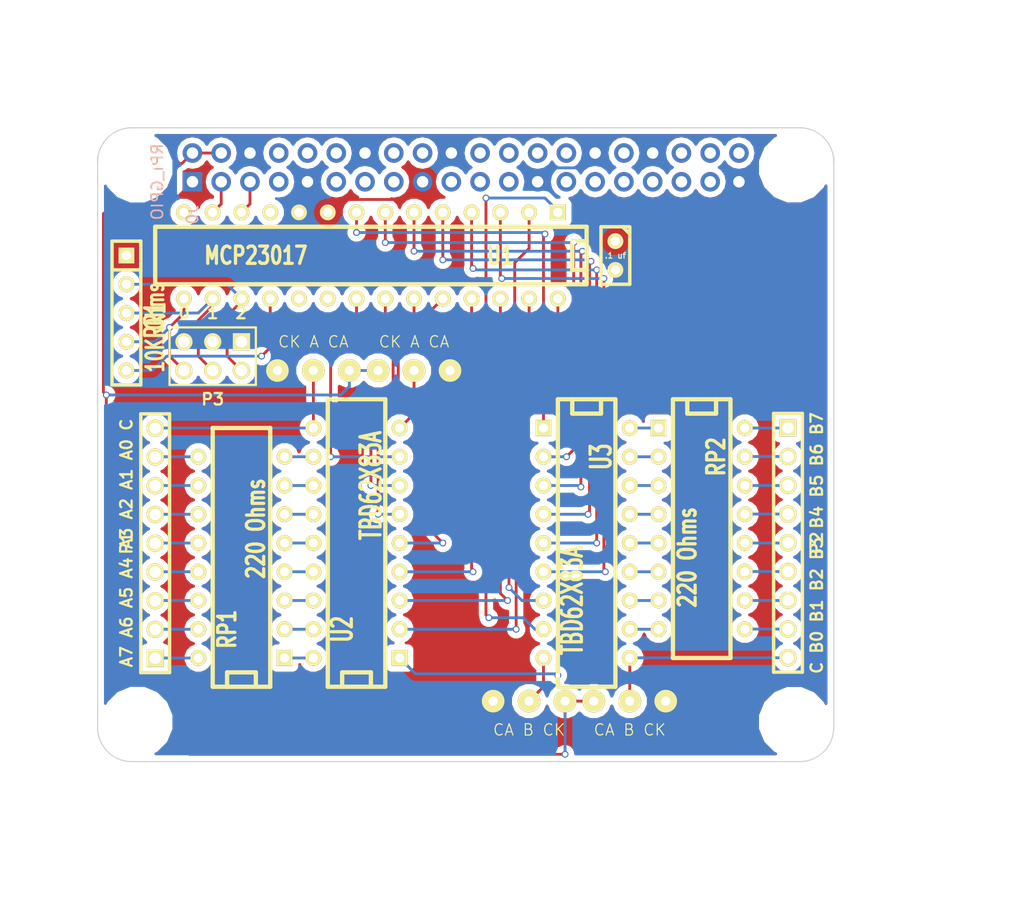
<source format=kicad_pcb>
(kicad_pcb (version 3) (host pcbnew "(22-Jun-2014 BZR 4027)-stable")

  (general
    (links 88)
    (no_connects 0)
    (area 29.28939 20.694 130.847429 101.769)
    (thickness 1.6)
    (drawings 16)
    (tracks 240)
    (zones 0)
    (modules 19)
    (nets 62)
  )

  (page USLetter)
  (title_block 
    (company "Deepwoods Software")
  )

  (layers
    (15 F.Cu signal)
    (0 B.Cu signal)
    (16 B.Adhes user)
    (17 F.Adhes user)
    (18 B.Paste user)
    (19 F.Paste user)
    (20 B.SilkS user)
    (21 F.SilkS user)
    (22 B.Mask user)
    (23 F.Mask user)
    (24 Dwgs.User user)
    (25 Cmts.User user)
    (26 Eco1.User user)
    (27 Eco2.User user)
    (28 Edge.Cuts user)
  )

  (setup
    (last_trace_width 0.25)
    (user_trace_width 0.01)
    (user_trace_width 0.02)
    (user_trace_width 0.05)
    (user_trace_width 0.1)
    (user_trace_width 0.2)
    (trace_clearance 0.2)
    (zone_clearance 0.508)
    (zone_45_only no)
    (trace_min 0.01)
    (segment_width 0.2)
    (edge_width 0.1)
    (via_size 0.6)
    (via_drill 0.4)
    (via_min_size 0.4)
    (via_min_drill 0.3)
    (uvia_size 0.3)
    (uvia_drill 0.1)
    (uvias_allowed no)
    (uvia_min_size 0.2)
    (uvia_min_drill 0.1)
    (pcb_text_width 0.3)
    (pcb_text_size 1.5 1.5)
    (mod_edge_width 0.15)
    (mod_text_size 1 1)
    (mod_text_width 0.15)
    (pad_size 1.99898 1.99898)
    (pad_drill 0.8001)
    (pad_to_mask_clearance 0)
    (aux_axis_origin 0 0)
    (visible_elements 7FFEFFFF)
    (pcbplotparams
      (layerselection 3178497)
      (usegerberextensions false)
      (excludeedgelayer true)
      (linewidth 0.100000)
      (plotframeref false)
      (viasonmask false)
      (mode 1)
      (useauxorigin false)
      (hpglpennumber 1)
      (hpglpenspeed 20)
      (hpglpendiameter 15)
      (hpglpenoverlay 2)
      (psnegative false)
      (psa4output false)
      (plotreference true)
      (plotvalue true)
      (plotothertext true)
      (plotinvisibletext false)
      (padsonsilk false)
      (subtractmaskfromsilk false)
      (outputformat 1)
      (mirror false)
      (drillshape 0)
      (scaleselection 1)
      (outputdirectory meta/))
  )

  (net 0 "")
  (net 1 +3.3V)
  (net 2 +5V)
  (net 3 GND)
  (net 4 N-000001)
  (net 5 N-0000010)
  (net 6 N-00000101)
  (net 7 N-0000011)
  (net 8 N-0000012)
  (net 9 N-0000013)
  (net 10 N-0000014)
  (net 11 N-0000015)
  (net 12 N-0000016)
  (net 13 N-0000017)
  (net 14 N-0000018)
  (net 15 N-0000019)
  (net 16 N-000002)
  (net 17 N-0000022)
  (net 18 N-0000023)
  (net 19 N-0000024)
  (net 20 N-0000025)
  (net 21 N-0000026)
  (net 22 N-0000027)
  (net 23 N-0000028)
  (net 24 N-0000029)
  (net 25 N-000003)
  (net 26 N-0000030)
  (net 27 N-0000031)
  (net 28 N-0000032)
  (net 29 N-0000033)
  (net 30 N-0000034)
  (net 31 N-0000035)
  (net 32 N-0000036)
  (net 33 N-0000037)
  (net 34 N-0000038)
  (net 35 N-0000039)
  (net 36 N-000004)
  (net 37 N-0000040)
  (net 38 N-0000041)
  (net 39 N-0000042)
  (net 40 N-0000043)
  (net 41 N-0000044)
  (net 42 N-0000045)
  (net 43 N-0000046)
  (net 44 N-0000047)
  (net 45 N-0000049)
  (net 46 N-000005)
  (net 47 N-0000050)
  (net 48 N-0000052)
  (net 49 N-0000055)
  (net 50 N-0000058)
  (net 51 N-000006)
  (net 52 N-0000061)
  (net 53 N-0000066)
  (net 54 N-0000067)
  (net 55 N-000007)
  (net 56 N-0000070)
  (net 57 N-0000073)
  (net 58 N-0000078)
  (net 59 N-000008)
  (net 60 N-0000081)
  (net 61 N-000009)

  (net_class Default "This is the default net class."
    (clearance 0.2)
    (trace_width 0.25)
    (via_dia 0.6)
    (via_drill 0.4)
    (uvia_dia 0.3)
    (uvia_drill 0.1)
    (add_net "")
    (add_net +3.3V)
    (add_net +5V)
    (add_net GND)
    (add_net N-000001)
    (add_net N-0000010)
    (add_net N-00000101)
    (add_net N-0000011)
    (add_net N-0000012)
    (add_net N-0000013)
    (add_net N-0000014)
    (add_net N-0000015)
    (add_net N-0000016)
    (add_net N-0000017)
    (add_net N-0000018)
    (add_net N-0000019)
    (add_net N-000002)
    (add_net N-0000022)
    (add_net N-0000023)
    (add_net N-0000024)
    (add_net N-0000025)
    (add_net N-0000026)
    (add_net N-0000027)
    (add_net N-0000028)
    (add_net N-0000029)
    (add_net N-000003)
    (add_net N-0000030)
    (add_net N-0000031)
    (add_net N-0000032)
    (add_net N-0000033)
    (add_net N-0000034)
    (add_net N-0000035)
    (add_net N-0000036)
    (add_net N-0000037)
    (add_net N-0000038)
    (add_net N-0000039)
    (add_net N-000004)
    (add_net N-0000040)
    (add_net N-0000041)
    (add_net N-0000042)
    (add_net N-0000043)
    (add_net N-0000044)
    (add_net N-0000045)
    (add_net N-0000046)
    (add_net N-0000047)
    (add_net N-0000049)
    (add_net N-000005)
    (add_net N-0000050)
    (add_net N-0000052)
    (add_net N-0000055)
    (add_net N-0000058)
    (add_net N-000006)
    (add_net N-0000061)
    (add_net N-0000066)
    (add_net N-0000067)
    (add_net N-000007)
    (add_net N-0000070)
    (add_net N-0000073)
    (add_net N-0000078)
    (add_net N-000008)
    (add_net N-0000081)
    (add_net N-000009)
  )

  (module RPi_Hat:Pin_Header_Straight_2x20   locked (layer B.Cu) (tedit 580FA54B) (tstamp 5516AEA0)
    (at 70.601 35.394 90)
    (descr "Through hole pin header")
    (tags "pin header")
    (path /5516AE26)
    (fp_text reference J0 (at -4.191 -24.13 90) (layer B.SilkS)
      (effects (font (size 1 1) (thickness 0.15)) (justify mirror))
    )
    (fp_text value RPi_GPIO (at -1.27 -27.23 90) (layer B.SilkS)
      (effects (font (size 1 1) (thickness 0.15)) (justify mirror))
    )
    (fp_line (start -3.02 -25.88) (end -3.02 25.92) (layer Cmts.User) (width 0.05))
    (fp_line (start 3.03 -25.88) (end 3.03 25.92) (layer Cmts.User) (width 0.05))
    (fp_line (start -3.02 -25.88) (end 3.03 -25.88) (layer Cmts.User) (width 0.05))
    (fp_line (start -3.02 25.92) (end 3.03 25.92) (layer Cmts.User) (width 0.05))
    (fp_line (start 2.54 25.4) (end 2.54 -25.4) (layer Cmts.User) (width 0.15))
    (fp_line (start -2.54 -22.86) (end -2.54 25.4) (layer Cmts.User) (width 0.15))
    (fp_line (start 2.54 25.4) (end -2.54 25.4) (layer Cmts.User) (width 0.15))
    (fp_line (start 2.54 -25.4) (end 0 -25.4) (layer Cmts.User) (width 0.15))
    (fp_line (start -1.27 -25.68) (end -2.82 -25.68) (layer Cmts.User) (width 0.15))
    (fp_line (start 0 -25.4) (end 0 -22.86) (layer Cmts.User) (width 0.15))
    (fp_line (start 0 -22.86) (end -2.54 -22.86) (layer Cmts.User) (width 0.15))
    (fp_line (start -2.82 -25.68) (end -2.82 -24.13) (layer Cmts.User) (width 0.15))
    (pad 1 thru_hole rect (at -1.27 -24.13 90) (size 1.7272 1.7272) (drill 1.016)
      (layers *.Cu *.Mask)
      (net 1 +3.3V)
    )
    (pad 2 thru_hole oval (at 1.27 -24.13 90) (size 1.7272 1.7272) (drill 1.016)
      (layers *.Cu *.Mask)
      (net 2 +5V)
    )
    (pad 3 thru_hole oval (at -1.27 -21.59 90) (size 1.7272 1.7272) (drill 1.016)
      (layers *.Cu *.Mask)
      (net 45 N-0000049)
    )
    (pad 4 thru_hole oval (at 1.27 -21.59 90) (size 1.7272 1.7272) (drill 1.016)
      (layers *.Cu *.Mask)
      (net 2 +5V)
    )
    (pad 5 thru_hole oval (at -1.27 -19.05 90) (size 1.7272 1.7272) (drill 1.016)
      (layers *.Cu *.Mask)
      (net 47 N-0000050)
    )
    (pad 6 thru_hole oval (at 1.27 -19.05 90) (size 1.7272 1.7272) (drill 1.016)
      (layers *.Cu *.Mask)
      (net 3 GND)
    )
    (pad 7 thru_hole oval (at -1.27 -16.51 90) (size 1.7272 1.7272) (drill 1.016)
      (layers *.Cu *.Mask)
    )
    (pad 8 thru_hole oval (at 1.27 -16.51 90) (size 1.7272 1.7272) (drill 1.016)
      (layers *.Cu *.Mask)
    )
    (pad 9 thru_hole oval (at -1.27 -13.97 90) (size 1.7272 1.7272) (drill 1.016)
      (layers *.Cu *.Mask)
      (net 3 GND)
    )
    (pad 10 thru_hole oval (at 1.27 -13.97 90) (size 1.7272 1.7272) (drill 1.016)
      (layers *.Cu *.Mask)
    )
    (pad 11 thru_hole oval (at -1.27 -11.43 90) (size 1.7272 1.7272) (drill 1.016)
      (layers *.Cu *.Mask)
    )
    (pad 12 thru_hole oval (at 1.27 -11.43 90) (size 1.7272 1.7272) (drill 1.016)
      (layers *.Cu *.Mask)
    )
    (pad 13 thru_hole oval (at -1.27 -8.89 90) (size 1.7272 1.7272) (drill 1.016)
      (layers *.Cu *.Mask)
    )
    (pad 14 thru_hole oval (at 1.27 -8.89 90) (size 1.7272 1.7272) (drill 1.016)
      (layers *.Cu *.Mask)
      (net 3 GND)
    )
    (pad 15 thru_hole oval (at -1.27 -6.35 90) (size 1.7272 1.7272) (drill 1.016)
      (layers *.Cu *.Mask)
    )
    (pad 16 thru_hole oval (at 1.27 -6.35 90) (size 1.7272 1.7272) (drill 1.016)
      (layers *.Cu *.Mask)
    )
    (pad 17 thru_hole oval (at -1.27 -3.81 90) (size 1.7272 1.7272) (drill 1.016)
      (layers *.Cu *.Mask)
      (net 1 +3.3V)
    )
    (pad 18 thru_hole oval (at 1.27 -3.81 90) (size 1.7272 1.7272) (drill 1.016)
      (layers *.Cu *.Mask)
    )
    (pad 19 thru_hole oval (at -1.27 -1.27 90) (size 1.7272 1.7272) (drill 1.016)
      (layers *.Cu *.Mask)
    )
    (pad 20 thru_hole oval (at 1.27 -1.27 90) (size 1.7272 1.7272) (drill 1.016)
      (layers *.Cu *.Mask)
      (net 3 GND)
    )
    (pad 21 thru_hole oval (at -1.27 1.27 90) (size 1.7272 1.7272) (drill 1.016)
      (layers *.Cu *.Mask)
    )
    (pad 22 thru_hole oval (at 1.27 1.27 90) (size 1.7272 1.7272) (drill 1.016)
      (layers *.Cu *.Mask)
    )
    (pad 23 thru_hole oval (at -1.27 3.81 90) (size 1.7272 1.7272) (drill 1.016)
      (layers *.Cu *.Mask)
    )
    (pad 24 thru_hole oval (at 1.27 3.81 90) (size 1.7272 1.7272) (drill 1.016)
      (layers *.Cu *.Mask)
    )
    (pad 25 thru_hole oval (at -1.27 6.35 90) (size 1.7272 1.7272) (drill 1.016)
      (layers *.Cu *.Mask)
      (net 3 GND)
    )
    (pad 26 thru_hole oval (at 1.27 6.35 90) (size 1.7272 1.7272) (drill 1.016)
      (layers *.Cu *.Mask)
    )
    (pad 27 thru_hole oval (at -1.27 8.89 90) (size 1.7272 1.7272) (drill 1.016)
      (layers *.Cu *.Mask)
    )
    (pad 28 thru_hole oval (at 1.27 8.89 90) (size 1.7272 1.7272) (drill 1.016)
      (layers *.Cu *.Mask)
    )
    (pad 29 thru_hole oval (at -1.27 11.43 90) (size 1.7272 1.7272) (drill 1.016)
      (layers *.Cu *.Mask)
    )
    (pad 30 thru_hole oval (at 1.27 11.43 90) (size 1.7272 1.7272) (drill 1.016)
      (layers *.Cu *.Mask)
      (net 3 GND)
    )
    (pad 31 thru_hole oval (at -1.27 13.97 90) (size 1.7272 1.7272) (drill 1.016)
      (layers *.Cu *.Mask)
    )
    (pad 32 thru_hole oval (at 1.27 13.97 90) (size 1.7272 1.7272) (drill 1.016)
      (layers *.Cu *.Mask)
    )
    (pad 33 thru_hole oval (at -1.27 16.51 90) (size 1.7272 1.7272) (drill 1.016)
      (layers *.Cu *.Mask)
    )
    (pad 34 thru_hole oval (at 1.27 16.51 90) (size 1.7272 1.7272) (drill 1.016)
      (layers *.Cu *.Mask)
      (net 3 GND)
    )
    (pad 35 thru_hole oval (at -1.27 19.05 90) (size 1.7272 1.7272) (drill 1.016)
      (layers *.Cu *.Mask)
    )
    (pad 36 thru_hole oval (at 1.27 19.05 90) (size 1.7272 1.7272) (drill 1.016)
      (layers *.Cu *.Mask)
    )
    (pad 37 thru_hole oval (at -1.27 21.59 90) (size 1.7272 1.7272) (drill 1.016)
      (layers *.Cu *.Mask)
    )
    (pad 38 thru_hole oval (at 1.27 21.59 90) (size 1.7272 1.7272) (drill 1.016)
      (layers *.Cu *.Mask)
    )
    (pad 39 thru_hole oval (at -1.27 24.13 90) (size 1.7272 1.7272) (drill 1.016)
      (layers *.Cu *.Mask)
      (net 3 GND)
    )
    (pad 40 thru_hole oval (at 1.27 24.13 90) (size 1.7272 1.7272) (drill 1.016)
      (layers *.Cu *.Mask)
    )
    (model walter/pin_strip/pin_socket_20x2.wrl
      (at (xyz 0 0 0))
      (scale (xyz 1 1 1))
      (rotate (xyz 0 0 90))
    )
    (model walter/pin_strip/pin_strip_20x2.wrl
      (at (xyz 0 0 0.03125))
      (scale (xyz 1 1 1))
      (rotate (xyz 180 0 90))
    )
  )

  (module RPi_Hat:RPi_Hat_Mounting_Hole   locked (layer B.Cu) (tedit 580FABD5) (tstamp 5515DEA9)
    (at 99.601 35.394)
    (descr "Mounting hole, Befestigungsbohrung, 2,7mm, No Annular, Kein Restring,")
    (tags "Mounting hole, Befestigungsbohrung, 2,7mm, No Annular, Kein Restring,")
    (fp_text reference H2 (at 0 -4.0005) (layer B.SilkS) hide
      (effects (font (size 1 1) (thickness 0.15)) (justify mirror))
    )
    (fp_text value "" (at 0.09906 3.59918) (layer B.SilkS) hide
      (effects (font (size 1 1) (thickness 0.15)) (justify mirror))
    )
    (fp_circle (center 0 0) (end 1.375 0) (layer Cmts.User) (width 0.15))
    (fp_circle (center 0 0) (end 3.1 0) (layer Cmts.User) (width 0.15))
    (fp_circle (center 0 0) (end 3.1 0) (layer Cmts.User) (width 0.15))
    (fp_circle (center 0 0) (end 1.375 0) (layer Cmts.User) (width 0.15))
    (fp_circle (center 0 0) (end 3.1 0) (layer Cmts.User) (width 0.15))
    (fp_circle (center 0 0) (end 3.1 0) (layer Cmts.User) (width 0.15))
    (pad "" np_thru_hole circle (at 0 0) (size 2.75 2.75) (drill 2.75)
      (layers *.Cu *.Mask)
      (solder_mask_margin 1.725)
      (clearance 1.725)
    )
  )

  (module RPi_Hat:RPi_Hat_Mounting_Hole   locked (layer B.Cu) (tedit 580FABF4) (tstamp 55169DC9)
    (at 99.601 84.394)
    (descr "Mounting hole, Befestigungsbohrung, 2,7mm, No Annular, Kein Restring,")
    (tags "Mounting hole, Befestigungsbohrung, 2,7mm, No Annular, Kein Restring,")
    (fp_text reference H4 (at 0 -4.0005) (layer B.SilkS) hide
      (effects (font (size 1 1) (thickness 0.15)) (justify mirror))
    )
    (fp_text value "" (at 0.09906 3.59918) (layer B.SilkS) hide
      (effects (font (size 1 1) (thickness 0.15)) (justify mirror))
    )
    (fp_circle (center 0 0) (end 1.375 0) (layer Cmts.User) (width 0.15))
    (fp_circle (center 0 0) (end 3.1 0) (layer Cmts.User) (width 0.15))
    (fp_circle (center 0 0) (end 3.1 0) (layer Cmts.User) (width 0.15))
    (fp_circle (center 0 0) (end 1.375 0) (layer Cmts.User) (width 0.15))
    (fp_circle (center 0 0) (end 3.1 0) (layer Cmts.User) (width 0.15))
    (fp_circle (center 0 0) (end 3.1 0) (layer Cmts.User) (width 0.15))
    (pad "" np_thru_hole circle (at 0 0) (size 2.75 2.75) (drill 2.75)
      (layers *.Cu *.Mask)
      (solder_mask_margin 1.725)
      (clearance 1.725)
    )
  )

  (module RPi_Hat:RPi_Hat_Mounting_Hole   locked (layer B.Cu) (tedit 580FABE5) (tstamp 5515DECC)
    (at 41.601 84.394)
    (descr "Mounting hole, Befestigungsbohrung, 2,7mm, No Annular, Kein Restring,")
    (tags "Mounting hole, Befestigungsbohrung, 2,7mm, No Annular, Kein Restring,")
    (fp_text reference H3 (at 0 -4.0005) (layer B.SilkS) hide
      (effects (font (size 1 1) (thickness 0.15)) (justify mirror))
    )
    (fp_text value "" (at 0.09906 3.59918) (layer B.SilkS) hide
      (effects (font (size 1 1) (thickness 0.15)) (justify mirror))
    )
    (fp_circle (center 0 0) (end 1.375 0) (layer Cmts.User) (width 0.15))
    (fp_circle (center 0 0) (end 3.1 0) (layer Cmts.User) (width 0.15))
    (fp_circle (center 0 0) (end 3.1 0) (layer Cmts.User) (width 0.15))
    (fp_circle (center 0 0) (end 1.375 0) (layer Cmts.User) (width 0.15))
    (fp_circle (center 0 0) (end 3.1 0) (layer Cmts.User) (width 0.15))
    (fp_circle (center 0 0) (end 3.1 0) (layer Cmts.User) (width 0.15))
    (pad "" np_thru_hole circle (at 0 0) (size 2.75 2.75) (drill 2.75)
      (layers *.Cu *.Mask)
      (solder_mask_margin 1.725)
      (clearance 1.725)
    )
  )

  (module RPi_Hat:RPi_Hat_Mounting_Hole   locked (layer B.Cu) (tedit 580FABC5) (tstamp 5515DEBF)
    (at 41.601 35.394)
    (descr "Mounting hole, Befestigungsbohrung, 2,7mm, No Annular, Kein Restring,")
    (tags "Mounting hole, Befestigungsbohrung, 2,7mm, No Annular, Kein Restring,")
    (fp_text reference H1 (at 0 -4.0005) (layer B.SilkS) hide
      (effects (font (size 1 1) (thickness 0.15)) (justify mirror))
    )
    (fp_text value "" (at 0.09906 3.59918) (layer B.SilkS) hide
      (effects (font (size 1 1) (thickness 0.15)) (justify mirror))
    )
    (fp_circle (center 0 0) (end 1.375 0) (layer Cmts.User) (width 0.15))
    (fp_circle (center 0 0) (end 3.1 0) (layer Cmts.User) (width 0.15))
    (fp_circle (center 0 0) (end 3.1 0) (layer Cmts.User) (width 0.15))
    (fp_circle (center 0 0) (end 1.375 0) (layer Cmts.User) (width 0.15))
    (fp_circle (center 0 0) (end 3.1 0) (layer Cmts.User) (width 0.15))
    (fp_circle (center 0 0) (end 3.1 0) (layer Cmts.User) (width 0.15))
    (pad "" np_thru_hole circle (at 0 0) (size 2.75 2.75) (drill 2.75)
      (layers *.Cu *.Mask)
      (solder_mask_margin 1.725)
      (clearance 1.725)
    )
  )

  (module SIL-5 (layer F.Cu) (tedit 5C7358CA) (tstamp 5C7338FF)
    (at 40.64 49.53 270)
    (descr "Connecteur 5 pins")
    (tags "CONN DEV")
    (path /5C734570)
    (fp_text reference RR1 (at -0.635 -2.54 270) (layer F.SilkS)
      (effects (font (size 1.72974 1.08712) (thickness 0.3048)))
    )
    (fp_text value "10K Ohms" (at 0 -2.54 270) (layer F.SilkS)
      (effects (font (size 1.524 1.016) (thickness 0.254)))
    )
    (fp_line (start -7.62 1.27) (end -7.62 -1.27) (layer F.SilkS) (width 0.3048))
    (fp_line (start -7.62 -1.27) (end 5.08 -1.27) (layer F.SilkS) (width 0.3048))
    (fp_line (start 5.08 -1.27) (end 5.08 1.27) (layer F.SilkS) (width 0.3048))
    (fp_line (start 5.08 1.27) (end -7.62 1.27) (layer F.SilkS) (width 0.3048))
    (fp_line (start -5.08 1.27) (end -5.08 -1.27) (layer F.SilkS) (width 0.3048))
    (pad 1 thru_hole rect (at -6.35 0 270) (size 1.397 1.397) (drill 0.8128)
      (layers *.Cu *.Mask F.SilkS)
      (net 1 +3.3V)
    )
    (pad 2 thru_hole circle (at -3.81 0 270) (size 1.397 1.397) (drill 0.8128)
      (layers *.Cu *.Mask F.SilkS)
      (net 38 N-0000041)
    )
    (pad 3 thru_hole circle (at -1.27 0 270) (size 1.397 1.397) (drill 0.8128)
      (layers *.Cu *.Mask F.SilkS)
      (net 37 N-0000040)
    )
    (pad 4 thru_hole circle (at 1.27 0 270) (size 1.397 1.397) (drill 0.8128)
      (layers *.Cu *.Mask F.SilkS)
      (net 39 N-0000042)
    )
    (pad 5 thru_hole circle (at 3.81 0 270) (size 1.397 1.397) (drill 0.8128)
      (layers *.Cu *.Mask F.SilkS)
      (net 40 N-0000043)
    )
  )

  (module ScrewTerm_2.54-9 (layer F.Cu) (tedit 5C735929) (tstamp 5C733910)
    (at 43.18 68.58 90)
    (descr "Screw Terminals on 2.54mm centers, 9 position")
    (tags CONN)
    (path /5C73212B)
    (fp_text reference P1 (at 0 -2.54 90) (layer F.SilkS)
      (effects (font (size 1.016 1.016) (thickness 0.2032)))
    )
    (fp_text value "A7 A6 A5 A4 A3 A2 A1 A0 C" (at 0 -2.54 90) (layer F.SilkS)
      (effects (font (size 1.016 1.016) (thickness 0.2032)))
    )
    (fp_line (start -11.45 -1.27) (end -11.45 1.27) (layer F.SilkS) (width 0.3048))
    (fp_line (start 11.41 1.27) (end 11.41 -1.27) (layer F.SilkS) (width 0.3048))
    (fp_line (start -11.45 -1.27) (end 11.41 -1.27) (layer F.SilkS) (width 0.3048))
    (fp_line (start 11.41 1.27) (end -11.45 1.27) (layer F.SilkS) (width 0.3048))
    (pad 1 thru_hole rect (at -10.18 0 90) (size 1.524 1.524) (drill 1.016)
      (layers *.Cu *.Mask F.SilkS)
      (net 15 N-0000019)
    )
    (pad 2 thru_hole circle (at -7.64 0 90) (size 1.524 1.524) (drill 1.016)
      (layers *.Cu *.Mask F.SilkS)
      (net 14 N-0000018)
    )
    (pad 3 thru_hole circle (at -5.1 0 90) (size 1.524 1.524) (drill 1.016)
      (layers *.Cu *.Mask F.SilkS)
      (net 13 N-0000017)
    )
    (pad 4 thru_hole circle (at -2.56 0 90) (size 1.524 1.524) (drill 1.016)
      (layers *.Cu *.Mask F.SilkS)
      (net 12 N-0000016)
    )
    (pad 5 thru_hole circle (at -0.02 0 90) (size 1.524 1.524) (drill 1.016)
      (layers *.Cu *.Mask F.SilkS)
      (net 11 N-0000015)
    )
    (pad 6 thru_hole circle (at 2.52 0 90) (size 1.524 1.524) (drill 1.016)
      (layers *.Cu *.Mask F.SilkS)
      (net 10 N-0000014)
    )
    (pad 7 thru_hole circle (at 5.06 0 90) (size 1.524 1.524) (drill 1.016)
      (layers *.Cu *.Mask F.SilkS)
      (net 9 N-0000013)
    )
    (pad 8 thru_hole circle (at 7.6 0 90) (size 1.524 1.524) (drill 1.016)
      (layers *.Cu *.Mask F.SilkS)
      (net 8 N-0000012)
    )
    (pad 9 thru_hole circle (at 10.14 0 90) (size 1.524 1.524) (drill 1.016)
      (layers *.Cu *.Mask F.SilkS)
      (net 42 N-0000045)
    )
    (model walter/conn_screw/mors_9p.wrl
      (at (xyz 0 0 0))
      (scale (xyz 0.5 0.5 0.5))
      (rotate (xyz 0 0 180))
    )
  )

  (module ScrewTerm_2.54-9 (layer F.Cu) (tedit 5C735919) (tstamp 5C733921)
    (at 99.06 68.58 270)
    (descr "Screw Terminals on 2.54mm centers, 9 position")
    (tags CONN)
    (path /5C73213A)
    (fp_text reference P2 (at 0 -2.54 270) (layer F.SilkS)
      (effects (font (size 1.016 1.016) (thickness 0.2032)))
    )
    (fp_text value "C B0 B1 B2 B3 B4 B5 B6 B7" (at 0 -2.54 270) (layer F.SilkS)
      (effects (font (size 1.016 1.016) (thickness 0.2032)))
    )
    (fp_line (start -11.45 -1.27) (end -11.45 1.27) (layer F.SilkS) (width 0.3048))
    (fp_line (start 11.41 1.27) (end 11.41 -1.27) (layer F.SilkS) (width 0.3048))
    (fp_line (start -11.45 -1.27) (end 11.41 -1.27) (layer F.SilkS) (width 0.3048))
    (fp_line (start 11.41 1.27) (end -11.45 1.27) (layer F.SilkS) (width 0.3048))
    (pad 1 thru_hole rect (at -10.18 0 270) (size 1.524 1.524) (drill 1.016)
      (layers *.Cu *.Mask F.SilkS)
      (net 46 N-000005)
    )
    (pad 2 thru_hole circle (at -7.64 0 270) (size 1.524 1.524) (drill 1.016)
      (layers *.Cu *.Mask F.SilkS)
      (net 51 N-000006)
    )
    (pad 3 thru_hole circle (at -5.1 0 270) (size 1.524 1.524) (drill 1.016)
      (layers *.Cu *.Mask F.SilkS)
      (net 4 N-000001)
    )
    (pad 4 thru_hole circle (at -2.56 0 270) (size 1.524 1.524) (drill 1.016)
      (layers *.Cu *.Mask F.SilkS)
      (net 55 N-000007)
    )
    (pad 5 thru_hole circle (at -0.02 0 270) (size 1.524 1.524) (drill 1.016)
      (layers *.Cu *.Mask F.SilkS)
      (net 59 N-000008)
    )
    (pad 6 thru_hole circle (at 2.52 0 270) (size 1.524 1.524) (drill 1.016)
      (layers *.Cu *.Mask F.SilkS)
      (net 61 N-000009)
    )
    (pad 7 thru_hole circle (at 5.06 0 270) (size 1.524 1.524) (drill 1.016)
      (layers *.Cu *.Mask F.SilkS)
      (net 5 N-0000010)
    )
    (pad 8 thru_hole circle (at 7.6 0 270) (size 1.524 1.524) (drill 1.016)
      (layers *.Cu *.Mask F.SilkS)
      (net 7 N-0000011)
    )
    (pad 9 thru_hole circle (at 10.14 0 270) (size 1.524 1.524) (drill 1.016)
      (layers *.Cu *.Mask F.SilkS)
      (net 41 N-0000044)
    )
    (model walter/conn_screw/mors_9p.wrl
      (at (xyz 0 0 0))
      (scale (xyz 0.5 0.5 0.5))
      (rotate (xyz 0 0 180))
    )
  )

  (module DIP-18__300 (layer F.Cu) (tedit 200000) (tstamp 5C733965)
    (at 60.96 68.58 90)
    (descr "8 pins DIL package, round pads")
    (path /5C731D00)
    (fp_text reference U2 (at -7.62 -1.27 90) (layer F.SilkS)
      (effects (font (size 1.778 1.143) (thickness 0.3048)))
    )
    (fp_text value TBD62X83A (at 5.08 1.27 90) (layer F.SilkS)
      (effects (font (size 1.778 1.143) (thickness 0.3048)))
    )
    (fp_line (start -12.7 -1.27) (end -11.43 -1.27) (layer F.SilkS) (width 0.381))
    (fp_line (start -11.43 -1.27) (end -11.43 1.27) (layer F.SilkS) (width 0.381))
    (fp_line (start -11.43 1.27) (end -12.7 1.27) (layer F.SilkS) (width 0.381))
    (fp_line (start -12.7 -2.54) (end 12.7 -2.54) (layer F.SilkS) (width 0.381))
    (fp_line (start 12.7 -2.54) (end 12.7 2.54) (layer F.SilkS) (width 0.381))
    (fp_line (start 12.7 2.54) (end -12.7 2.54) (layer F.SilkS) (width 0.381))
    (fp_line (start -12.7 2.54) (end -12.7 -2.54) (layer F.SilkS) (width 0.381))
    (pad 1 thru_hole rect (at -10.16 3.81 90) (size 1.397 1.397) (drill 0.8128)
      (layers *.Cu *.Mask F.SilkS)
      (net 53 N-0000066)
    )
    (pad 2 thru_hole circle (at -7.62 3.81 90) (size 1.397 1.397) (drill 0.8128)
      (layers *.Cu *.Mask F.SilkS)
      (net 52 N-0000061)
    )
    (pad 3 thru_hole circle (at -5.08 3.81 90) (size 1.397 1.397) (drill 0.8128)
      (layers *.Cu *.Mask F.SilkS)
      (net 50 N-0000058)
    )
    (pad 4 thru_hole circle (at -2.54 3.81 90) (size 1.397 1.397) (drill 0.8128)
      (layers *.Cu *.Mask F.SilkS)
      (net 49 N-0000055)
    )
    (pad 5 thru_hole circle (at 0 3.81 90) (size 1.397 1.397) (drill 0.8128)
      (layers *.Cu *.Mask F.SilkS)
      (net 48 N-0000052)
    )
    (pad 6 thru_hole circle (at 2.54 3.81 90) (size 1.397 1.397) (drill 0.8128)
      (layers *.Cu *.Mask F.SilkS)
      (net 60 N-0000081)
    )
    (pad 7 thru_hole circle (at 5.08 3.81 90) (size 1.397 1.397) (drill 0.8128)
      (layers *.Cu *.Mask F.SilkS)
      (net 58 N-0000078)
    )
    (pad 8 thru_hole circle (at 7.62 3.81 90) (size 1.397 1.397) (drill 0.8128)
      (layers *.Cu *.Mask F.SilkS)
      (net 6 N-00000101)
    )
    (pad 9 thru_hole circle (at 10.16 3.81 90) (size 1.397 1.397) (drill 0.8128)
      (layers *.Cu *.Mask F.SilkS)
      (net 44 N-0000047)
    )
    (pad 10 thru_hole circle (at 10.16 -3.81 90) (size 1.397 1.397) (drill 0.8128)
      (layers *.Cu *.Mask F.SilkS)
      (net 42 N-0000045)
    )
    (pad 11 thru_hole circle (at 7.62 -3.81 90) (size 1.397 1.397) (drill 0.8128)
      (layers *.Cu *.Mask F.SilkS)
      (net 18 N-0000023)
    )
    (pad 12 thru_hole circle (at 5.08 -3.81 90) (size 1.397 1.397) (drill 0.8128)
      (layers *.Cu *.Mask F.SilkS)
      (net 31 N-0000035)
    )
    (pad 13 thru_hole circle (at 2.54 -3.81 90) (size 1.397 1.397) (drill 0.8128)
      (layers *.Cu *.Mask F.SilkS)
      (net 32 N-0000036)
    )
    (pad 14 thru_hole circle (at 0 -3.81 90) (size 1.397 1.397) (drill 0.8128)
      (layers *.Cu *.Mask F.SilkS)
      (net 33 N-0000037)
    )
    (pad 15 thru_hole circle (at -2.54 -3.81 90) (size 1.397 1.397) (drill 0.8128)
      (layers *.Cu *.Mask F.SilkS)
      (net 34 N-0000038)
    )
    (pad 16 thru_hole circle (at -5.08 -3.81 90) (size 1.397 1.397) (drill 0.8128)
      (layers *.Cu *.Mask F.SilkS)
      (net 35 N-0000039)
    )
    (pad 17 thru_hole circle (at -7.62 -3.81 90) (size 1.397 1.397) (drill 0.8128)
      (layers *.Cu *.Mask F.SilkS)
      (net 23 N-0000028)
    )
    (pad 18 thru_hole circle (at -10.16 -3.81 90) (size 1.397 1.397) (drill 0.8128)
      (layers *.Cu *.Mask F.SilkS)
      (net 24 N-0000029)
    )
    (model dil/dil_18.wrl
      (at (xyz 0 0 0))
      (scale (xyz 1 1 1))
      (rotate (xyz 0 0 0))
    )
  )

  (module DIP-18__300 (layer F.Cu) (tedit 200000) (tstamp 5C733982)
    (at 81.28 68.58 270)
    (descr "8 pins DIL package, round pads")
    (path /5C731D40)
    (fp_text reference U3 (at -7.62 -1.27 270) (layer F.SilkS)
      (effects (font (size 1.778 1.143) (thickness 0.3048)))
    )
    (fp_text value TBD62X83A (at 5.08 1.27 270) (layer F.SilkS)
      (effects (font (size 1.778 1.143) (thickness 0.3048)))
    )
    (fp_line (start -12.7 -1.27) (end -11.43 -1.27) (layer F.SilkS) (width 0.381))
    (fp_line (start -11.43 -1.27) (end -11.43 1.27) (layer F.SilkS) (width 0.381))
    (fp_line (start -11.43 1.27) (end -12.7 1.27) (layer F.SilkS) (width 0.381))
    (fp_line (start -12.7 -2.54) (end 12.7 -2.54) (layer F.SilkS) (width 0.381))
    (fp_line (start 12.7 -2.54) (end 12.7 2.54) (layer F.SilkS) (width 0.381))
    (fp_line (start 12.7 2.54) (end -12.7 2.54) (layer F.SilkS) (width 0.381))
    (fp_line (start -12.7 2.54) (end -12.7 -2.54) (layer F.SilkS) (width 0.381))
    (pad 1 thru_hole rect (at -10.16 3.81 270) (size 1.397 1.397) (drill 0.8128)
      (layers *.Cu *.Mask F.SilkS)
      (net 54 N-0000067)
    )
    (pad 2 thru_hole circle (at -7.62 3.81 270) (size 1.397 1.397) (drill 0.8128)
      (layers *.Cu *.Mask F.SilkS)
      (net 57 N-0000073)
    )
    (pad 3 thru_hole circle (at -5.08 3.81 270) (size 1.397 1.397) (drill 0.8128)
      (layers *.Cu *.Mask F.SilkS)
      (net 56 N-0000070)
    )
    (pad 4 thru_hole circle (at -2.54 3.81 270) (size 1.397 1.397) (drill 0.8128)
      (layers *.Cu *.Mask F.SilkS)
      (net 30 N-0000034)
    )
    (pad 5 thru_hole circle (at 0 3.81 270) (size 1.397 1.397) (drill 0.8128)
      (layers *.Cu *.Mask F.SilkS)
      (net 29 N-0000033)
    )
    (pad 6 thru_hole circle (at 2.54 3.81 270) (size 1.397 1.397) (drill 0.8128)
      (layers *.Cu *.Mask F.SilkS)
      (net 28 N-0000032)
    )
    (pad 7 thru_hole circle (at 5.08 3.81 270) (size 1.397 1.397) (drill 0.8128)
      (layers *.Cu *.Mask F.SilkS)
      (net 27 N-0000031)
    )
    (pad 8 thru_hole circle (at 7.62 3.81 270) (size 1.397 1.397) (drill 0.8128)
      (layers *.Cu *.Mask F.SilkS)
      (net 26 N-0000030)
    )
    (pad 9 thru_hole circle (at 10.16 3.81 270) (size 1.397 1.397) (drill 0.8128)
      (layers *.Cu *.Mask F.SilkS)
      (net 43 N-0000046)
    )
    (pad 10 thru_hole circle (at 10.16 -3.81 270) (size 1.397 1.397) (drill 0.8128)
      (layers *.Cu *.Mask F.SilkS)
      (net 41 N-0000044)
    )
    (pad 11 thru_hole circle (at 7.62 -3.81 270) (size 1.397 1.397) (drill 0.8128)
      (layers *.Cu *.Mask F.SilkS)
      (net 17 N-0000022)
    )
    (pad 12 thru_hole circle (at 5.08 -3.81 270) (size 1.397 1.397) (drill 0.8128)
      (layers *.Cu *.Mask F.SilkS)
      (net 19 N-0000024)
    )
    (pad 13 thru_hole circle (at 2.54 -3.81 270) (size 1.397 1.397) (drill 0.8128)
      (layers *.Cu *.Mask F.SilkS)
      (net 20 N-0000025)
    )
    (pad 14 thru_hole circle (at 0 -3.81 270) (size 1.397 1.397) (drill 0.8128)
      (layers *.Cu *.Mask F.SilkS)
      (net 21 N-0000026)
    )
    (pad 15 thru_hole circle (at -2.54 -3.81 270) (size 1.397 1.397) (drill 0.8128)
      (layers *.Cu *.Mask F.SilkS)
      (net 22 N-0000027)
    )
    (pad 16 thru_hole circle (at -5.08 -3.81 270) (size 1.397 1.397) (drill 0.8128)
      (layers *.Cu *.Mask F.SilkS)
      (net 16 N-000002)
    )
    (pad 17 thru_hole circle (at -7.62 -3.81 270) (size 1.397 1.397) (drill 0.8128)
      (layers *.Cu *.Mask F.SilkS)
      (net 25 N-000003)
    )
    (pad 18 thru_hole circle (at -10.16 -3.81 270) (size 1.397 1.397) (drill 0.8128)
      (layers *.Cu *.Mask F.SilkS)
      (net 36 N-000004)
    )
    (model dil/dil_18.wrl
      (at (xyz 0 0 0))
      (scale (xyz 1 1 1))
      (rotate (xyz 0 0 0))
    )
  )

  (module C1 (layer F.Cu) (tedit 5C7359B6) (tstamp 5C7339C7)
    (at 83.82 43.18 270)
    (descr "Condensateur e = 1 pas")
    (tags C)
    (path /5C734D83)
    (fp_text reference C1 (at 0.254 -2.286 270) (layer F.SilkS) hide
      (effects (font (size 1.016 1.016) (thickness 0.2032)))
    )
    (fp_text value ".1 uf" (at 0 0 360) (layer F.SilkS)
      (effects (font (size 0.508 0.508) (thickness 0.1016)))
    )
    (fp_line (start -2.4892 -1.27) (end 2.54 -1.27) (layer F.SilkS) (width 0.3048))
    (fp_line (start 2.54 -1.27) (end 2.54 1.27) (layer F.SilkS) (width 0.3048))
    (fp_line (start 2.54 1.27) (end -2.54 1.27) (layer F.SilkS) (width 0.3048))
    (fp_line (start -2.54 1.27) (end -2.54 -1.27) (layer F.SilkS) (width 0.3048))
    (fp_line (start -2.54 -0.635) (end -1.905 -1.27) (layer F.SilkS) (width 0.3048))
    (pad 1 thru_hole circle (at -1.27 0 270) (size 1.397 1.397) (drill 0.8128)
      (layers *.Cu *.Mask F.SilkS)
      (net 1 +3.3V)
    )
    (pad 2 thru_hole circle (at 1.27 0 270) (size 1.397 1.397) (drill 0.8128)
      (layers *.Cu *.Mask F.SilkS)
      (net 3 GND)
    )
    (model discret/capa_1_pas.wrl
      (at (xyz 0 0 0))
      (scale (xyz 1 1 1))
      (rotate (xyz 0 0 0))
    )
  )

  (module pin_array_3x2 (layer F.Cu) (tedit 5C7358D3) (tstamp 5C735D31)
    (at 48.26 52.07 180)
    (descr "Double rangee de contacts 2 x 4 pins")
    (tags CONN)
    (path /5C733FAC)
    (fp_text reference P3 (at 0 -3.81 180) (layer F.SilkS)
      (effects (font (size 1.016 1.016) (thickness 0.2032)))
    )
    (fp_text value "0  1  2" (at 0 3.81 180) (layer F.SilkS)
      (effects (font (size 1.016 1.016) (thickness 0.2032)))
    )
    (fp_line (start 3.81 2.54) (end -3.81 2.54) (layer F.SilkS) (width 0.2032))
    (fp_line (start -3.81 -2.54) (end 3.81 -2.54) (layer F.SilkS) (width 0.2032))
    (fp_line (start 3.81 -2.54) (end 3.81 2.54) (layer F.SilkS) (width 0.2032))
    (fp_line (start -3.81 2.54) (end -3.81 -2.54) (layer F.SilkS) (width 0.2032))
    (pad 1 thru_hole rect (at -2.54 1.27 180) (size 1.524 1.524) (drill 1.016)
      (layers *.Cu *.Mask F.SilkS)
      (net 3 GND)
    )
    (pad 2 thru_hole circle (at -2.54 -1.27 180) (size 1.524 1.524) (drill 1.016)
      (layers *.Cu *.Mask F.SilkS)
      (net 38 N-0000041)
    )
    (pad 3 thru_hole circle (at 0 1.27 180) (size 1.524 1.524) (drill 1.016)
      (layers *.Cu *.Mask F.SilkS)
      (net 3 GND)
    )
    (pad 4 thru_hole circle (at 0 -1.27 180) (size 1.524 1.524) (drill 1.016)
      (layers *.Cu *.Mask F.SilkS)
      (net 37 N-0000040)
    )
    (pad 5 thru_hole circle (at 2.54 1.27 180) (size 1.524 1.524) (drill 1.016)
      (layers *.Cu *.Mask F.SilkS)
      (net 3 GND)
    )
    (pad 6 thru_hole circle (at 2.54 -1.27 180) (size 1.524 1.524) (drill 1.016)
      (layers *.Cu *.Mask F.SilkS)
      (net 39 N-0000042)
    )
    (model pin_array/pins_array_3x2.wrl
      (at (xyz 0 0 0))
      (scale (xyz 1 1 1))
      (rotate (xyz 0 0 0))
    )
  )

  (module 3PosJumper (layer F.Cu) (tedit 5C73589E) (tstamp 5C735D96)
    (at 57.15 53.34 180)
    (path /5C731FC4)
    (fp_text reference JP1 (at 0 -2.54 180) (layer F.SilkS) hide
      (effects (font (size 1.524 1.524) (thickness 0.3048)))
    )
    (fp_text value "CK A CA" (at 0 2.54 180) (layer F.SilkS)
      (effects (font (size 1 1) (thickness 0.1)))
    )
    (pad 1 thru_hole circle (at -3.175 0 180) (size 1.99898 1.99898) (drill 0.8001)
      (layers *.Cu *.Mask F.SilkS)
      (net 2 +5V)
    )
    (pad 2 thru_hole circle (at 0 0 180) (size 1.99898 1.99898) (drill 0.8001)
      (layers *.Cu *.Mask F.SilkS)
      (net 42 N-0000045)
    )
    (pad 3 thru_hole circle (at 3.175 0 180) (size 1.99898 1.99898) (drill 0.8001)
      (layers *.Cu *.Mask F.SilkS)
      (net 3 GND)
    )
  )

  (module 3PosJumper (layer F.Cu) (tedit 5C7358B7) (tstamp 5C735D9D)
    (at 66.04 53.34 180)
    (path /5C731FD3)
    (fp_text reference JP2 (at 0 -2.54 180) (layer F.SilkS) hide
      (effects (font (size 1.524 1.524) (thickness 0.3048)))
    )
    (fp_text value "CK A CA" (at 0 2.54 180) (layer F.SilkS)
      (effects (font (size 1 1) (thickness 0.1)))
    )
    (pad 1 thru_hole circle (at -3.175 0 180) (size 1.99898 1.99898) (drill 0.8001)
      (layers *.Cu *.Mask F.SilkS)
      (net 3 GND)
    )
    (pad 2 thru_hole circle (at 0 0 180) (size 1.99898 1.99898) (drill 0.8001)
      (layers *.Cu *.Mask F.SilkS)
      (net 44 N-0000047)
    )
    (pad 3 thru_hole circle (at 3.175 0 180) (size 1.99898 1.99898) (drill 0.8001)
      (layers *.Cu *.Mask F.SilkS)
      (net 2 +5V)
    )
  )

  (module 3PosJumper (layer F.Cu) (tedit 5C7358FC) (tstamp 5C735DA4)
    (at 85.09 82.55)
    (path /5C732055)
    (fp_text reference JP3 (at 0 -2.54) (layer F.SilkS) hide
      (effects (font (size 1.524 1.524) (thickness 0.3048)))
    )
    (fp_text value "CA B CK" (at 0 2.54) (layer F.SilkS)
      (effects (font (size 1 1) (thickness 0.1)))
    )
    (pad 1 thru_hole circle (at -3.175 0) (size 1.99898 1.99898) (drill 0.8001)
      (layers *.Cu *.Mask F.SilkS)
      (net 2 +5V)
    )
    (pad 2 thru_hole circle (at 0 0) (size 1.99898 1.99898) (drill 0.8001)
      (layers *.Cu *.Mask F.SilkS)
      (net 41 N-0000044)
    )
    (pad 3 thru_hole circle (at 3.175 0) (size 1.99898 1.99898) (drill 0.8001)
      (layers *.Cu *.Mask F.SilkS)
      (net 3 GND)
    )
  )

  (module 3PosJumper (layer F.Cu) (tedit 5C7358EC) (tstamp 5C735DAB)
    (at 76.2 82.55)
    (path /5C732064)
    (fp_text reference JP4 (at 0 -2.54) (layer F.SilkS) hide
      (effects (font (size 1.524 1.524) (thickness 0.3048)))
    )
    (fp_text value "CA B CK" (at 0 2.54) (layer F.SilkS)
      (effects (font (size 1 1) (thickness 0.1)))
    )
    (pad 1 thru_hole circle (at -3.175 0) (size 1.99898 1.99898) (drill 0.8001)
      (layers *.Cu *.Mask F.SilkS)
      (net 3 GND)
    )
    (pad 2 thru_hole circle (at 0 0) (size 1.99898 1.99898) (drill 0.8001)
      (layers *.Cu *.Mask F.SilkS)
      (net 43 N-0000046)
    )
    (pad 3 thru_hole circle (at 3.175 0) (size 1.99898 1.99898) (drill 0.8001)
      (layers *.Cu *.Mask F.SilkS)
      (net 2 +5V)
    )
  )

  (module DIP-28__300 (layer F.Cu) (tedit 200000) (tstamp 5C735DF9)
    (at 62.23 43.18 180)
    (descr "28 pins DIL package, round pads, width 300mil")
    (tags DIL)
    (path /5C731CF1)
    (fp_text reference U1 (at -11.43 0 180) (layer F.SilkS)
      (effects (font (size 1.524 1.143) (thickness 0.3048)))
    )
    (fp_text value MCP23017 (at 10.16 0 180) (layer F.SilkS)
      (effects (font (size 1.524 1.143) (thickness 0.3048)))
    )
    (fp_line (start -19.05 -2.54) (end 19.05 -2.54) (layer F.SilkS) (width 0.381))
    (fp_line (start 19.05 -2.54) (end 19.05 2.54) (layer F.SilkS) (width 0.381))
    (fp_line (start 19.05 2.54) (end -19.05 2.54) (layer F.SilkS) (width 0.381))
    (fp_line (start -19.05 2.54) (end -19.05 -2.54) (layer F.SilkS) (width 0.381))
    (fp_line (start -19.05 -1.27) (end -17.78 -1.27) (layer F.SilkS) (width 0.381))
    (fp_line (start -17.78 -1.27) (end -17.78 1.27) (layer F.SilkS) (width 0.381))
    (fp_line (start -17.78 1.27) (end -19.05 1.27) (layer F.SilkS) (width 0.381))
    (pad 2 thru_hole circle (at -13.97 3.81 180) (size 1.397 1.397) (drill 0.8128)
      (layers *.Cu *.Mask F.SilkS)
      (net 27 N-0000031)
    )
    (pad 3 thru_hole circle (at -11.43 3.81 180) (size 1.397 1.397) (drill 0.8128)
      (layers *.Cu *.Mask F.SilkS)
      (net 28 N-0000032)
    )
    (pad 4 thru_hole circle (at -8.89 3.81 180) (size 1.397 1.397) (drill 0.8128)
      (layers *.Cu *.Mask F.SilkS)
      (net 29 N-0000033)
    )
    (pad 5 thru_hole circle (at -6.35 3.81 180) (size 1.397 1.397) (drill 0.8128)
      (layers *.Cu *.Mask F.SilkS)
      (net 30 N-0000034)
    )
    (pad 6 thru_hole circle (at -3.81 3.81 180) (size 1.397 1.397) (drill 0.8128)
      (layers *.Cu *.Mask F.SilkS)
      (net 56 N-0000070)
    )
    (pad 7 thru_hole circle (at -1.27 3.81 180) (size 1.397 1.397) (drill 0.8128)
      (layers *.Cu *.Mask F.SilkS)
      (net 57 N-0000073)
    )
    (pad 8 thru_hole circle (at 1.27 3.81 180) (size 1.397 1.397) (drill 0.8128)
      (layers *.Cu *.Mask F.SilkS)
      (net 54 N-0000067)
    )
    (pad 9 thru_hole circle (at 3.81 3.81 180) (size 1.397 1.397) (drill 0.8128)
      (layers *.Cu *.Mask F.SilkS)
      (net 1 +3.3V)
    )
    (pad 10 thru_hole circle (at 6.35 3.81 180) (size 1.397 1.397) (drill 0.8128)
      (layers *.Cu *.Mask F.SilkS)
      (net 3 GND)
    )
    (pad 11 thru_hole circle (at 8.89 3.81 180) (size 1.397 1.397) (drill 0.8128)
      (layers *.Cu *.Mask F.SilkS)
    )
    (pad 12 thru_hole circle (at 11.43 3.81 180) (size 1.397 1.397) (drill 0.8128)
      (layers *.Cu *.Mask F.SilkS)
      (net 47 N-0000050)
    )
    (pad 13 thru_hole circle (at 13.97 3.81 180) (size 1.397 1.397) (drill 0.8128)
      (layers *.Cu *.Mask F.SilkS)
      (net 45 N-0000049)
    )
    (pad 14 thru_hole circle (at 16.51 3.81 180) (size 1.397 1.397) (drill 0.8128)
      (layers *.Cu *.Mask F.SilkS)
    )
    (pad 1 thru_hole rect (at -16.51 3.81 180) (size 1.397 1.397) (drill 0.8128)
      (layers *.Cu *.Mask F.SilkS)
      (net 26 N-0000030)
    )
    (pad 15 thru_hole circle (at 16.51 -3.81 180) (size 1.397 1.397) (drill 0.8128)
      (layers *.Cu *.Mask F.SilkS)
      (net 39 N-0000042)
    )
    (pad 16 thru_hole circle (at 13.97 -3.81 180) (size 1.397 1.397) (drill 0.8128)
      (layers *.Cu *.Mask F.SilkS)
      (net 37 N-0000040)
    )
    (pad 17 thru_hole circle (at 11.43 -3.81 180) (size 1.397 1.397) (drill 0.8128)
      (layers *.Cu *.Mask F.SilkS)
      (net 38 N-0000041)
    )
    (pad 18 thru_hole circle (at 8.89 -3.81 180) (size 1.397 1.397) (drill 0.8128)
      (layers *.Cu *.Mask F.SilkS)
      (net 40 N-0000043)
    )
    (pad 19 thru_hole circle (at 6.35 -3.81 180) (size 1.397 1.397) (drill 0.8128)
      (layers *.Cu *.Mask F.SilkS)
    )
    (pad 20 thru_hole circle (at 3.81 -3.81 180) (size 1.397 1.397) (drill 0.8128)
      (layers *.Cu *.Mask F.SilkS)
    )
    (pad 21 thru_hole circle (at 1.27 -3.81 180) (size 1.397 1.397) (drill 0.8128)
      (layers *.Cu *.Mask F.SilkS)
      (net 6 N-00000101)
    )
    (pad 22 thru_hole circle (at -1.27 -3.81 180) (size 1.397 1.397) (drill 0.8128)
      (layers *.Cu *.Mask F.SilkS)
      (net 58 N-0000078)
    )
    (pad 23 thru_hole circle (at -3.81 -3.81 180) (size 1.397 1.397) (drill 0.8128)
      (layers *.Cu *.Mask F.SilkS)
      (net 60 N-0000081)
    )
    (pad 24 thru_hole circle (at -6.35 -3.81 180) (size 1.397 1.397) (drill 0.8128)
      (layers *.Cu *.Mask F.SilkS)
      (net 48 N-0000052)
    )
    (pad 25 thru_hole circle (at -8.89 -3.81 180) (size 1.397 1.397) (drill 0.8128)
      (layers *.Cu *.Mask F.SilkS)
      (net 49 N-0000055)
    )
    (pad 26 thru_hole circle (at -11.43 -3.81 180) (size 1.397 1.397) (drill 0.8128)
      (layers *.Cu *.Mask F.SilkS)
      (net 50 N-0000058)
    )
    (pad 27 thru_hole circle (at -13.97 -3.81 180) (size 1.397 1.397) (drill 0.8128)
      (layers *.Cu *.Mask F.SilkS)
      (net 52 N-0000061)
    )
    (pad 28 thru_hole circle (at -16.51 -3.81 180) (size 1.397 1.397) (drill 0.8128)
      (layers *.Cu *.Mask F.SilkS)
      (net 53 N-0000066)
    )
    (model dil/dil_28-w300.wrl
      (at (xyz 0 0 0))
      (scale (xyz 1 1 1))
      (rotate (xyz 0 0 0))
    )
  )

  (module DIP-16__300 (layer F.Cu) (tedit 200000) (tstamp 5C735F9E)
    (at 50.8 69.85 90)
    (descr "16 pins DIL package, round pads")
    (tags DIL)
    (path /5C7320F9)
    (fp_text reference RP1 (at -6.35 -1.27 90) (layer F.SilkS)
      (effects (font (size 1.524 1.143) (thickness 0.3048)))
    )
    (fp_text value "220 Ohms" (at 2.54 1.27 90) (layer F.SilkS)
      (effects (font (size 1.524 1.143) (thickness 0.3048)))
    )
    (fp_line (start -11.43 -1.27) (end -11.43 -1.27) (layer F.SilkS) (width 0.381))
    (fp_line (start -11.43 -1.27) (end -10.16 -1.27) (layer F.SilkS) (width 0.381))
    (fp_line (start -10.16 -1.27) (end -10.16 1.27) (layer F.SilkS) (width 0.381))
    (fp_line (start -10.16 1.27) (end -11.43 1.27) (layer F.SilkS) (width 0.381))
    (fp_line (start -11.43 -2.54) (end 11.43 -2.54) (layer F.SilkS) (width 0.381))
    (fp_line (start 11.43 -2.54) (end 11.43 2.54) (layer F.SilkS) (width 0.381))
    (fp_line (start 11.43 2.54) (end -11.43 2.54) (layer F.SilkS) (width 0.381))
    (fp_line (start -11.43 2.54) (end -11.43 -2.54) (layer F.SilkS) (width 0.381))
    (pad 1 thru_hole rect (at -8.89 3.81 90) (size 1.397 1.397) (drill 0.8128)
      (layers *.Cu *.Mask F.SilkS)
      (net 24 N-0000029)
    )
    (pad 2 thru_hole circle (at -6.35 3.81 90) (size 1.397 1.397) (drill 0.8128)
      (layers *.Cu *.Mask F.SilkS)
      (net 23 N-0000028)
    )
    (pad 3 thru_hole circle (at -3.81 3.81 90) (size 1.397 1.397) (drill 0.8128)
      (layers *.Cu *.Mask F.SilkS)
      (net 35 N-0000039)
    )
    (pad 4 thru_hole circle (at -1.27 3.81 90) (size 1.397 1.397) (drill 0.8128)
      (layers *.Cu *.Mask F.SilkS)
      (net 34 N-0000038)
    )
    (pad 5 thru_hole circle (at 1.27 3.81 90) (size 1.397 1.397) (drill 0.8128)
      (layers *.Cu *.Mask F.SilkS)
      (net 33 N-0000037)
    )
    (pad 6 thru_hole circle (at 3.81 3.81 90) (size 1.397 1.397) (drill 0.8128)
      (layers *.Cu *.Mask F.SilkS)
      (net 32 N-0000036)
    )
    (pad 7 thru_hole circle (at 6.35 3.81 90) (size 1.397 1.397) (drill 0.8128)
      (layers *.Cu *.Mask F.SilkS)
      (net 31 N-0000035)
    )
    (pad 8 thru_hole circle (at 8.89 3.81 90) (size 1.397 1.397) (drill 0.8128)
      (layers *.Cu *.Mask F.SilkS)
      (net 18 N-0000023)
    )
    (pad 9 thru_hole circle (at 8.89 -3.81 90) (size 1.397 1.397) (drill 0.8128)
      (layers *.Cu *.Mask F.SilkS)
      (net 8 N-0000012)
    )
    (pad 10 thru_hole circle (at 6.35 -3.81 90) (size 1.397 1.397) (drill 0.8128)
      (layers *.Cu *.Mask F.SilkS)
      (net 9 N-0000013)
    )
    (pad 11 thru_hole circle (at 3.81 -3.81 90) (size 1.397 1.397) (drill 0.8128)
      (layers *.Cu *.Mask F.SilkS)
      (net 10 N-0000014)
    )
    (pad 12 thru_hole circle (at 1.27 -3.81 90) (size 1.397 1.397) (drill 0.8128)
      (layers *.Cu *.Mask F.SilkS)
      (net 11 N-0000015)
    )
    (pad 13 thru_hole circle (at -1.27 -3.81 90) (size 1.397 1.397) (drill 0.8128)
      (layers *.Cu *.Mask F.SilkS)
      (net 12 N-0000016)
    )
    (pad 14 thru_hole circle (at -3.81 -3.81 90) (size 1.397 1.397) (drill 0.8128)
      (layers *.Cu *.Mask F.SilkS)
      (net 13 N-0000017)
    )
    (pad 15 thru_hole circle (at -6.35 -3.81 90) (size 1.397 1.397) (drill 0.8128)
      (layers *.Cu *.Mask F.SilkS)
      (net 14 N-0000018)
    )
    (pad 16 thru_hole circle (at -8.89 -3.81 90) (size 1.397 1.397) (drill 0.8128)
      (layers *.Cu *.Mask F.SilkS)
      (net 15 N-0000019)
    )
    (model dil/dil_16.wrl
      (at (xyz 0 0 0))
      (scale (xyz 1 1 1))
      (rotate (xyz 0 0 0))
    )
  )

  (module DIP-16__300 (layer F.Cu) (tedit 200000) (tstamp 5C735FBA)
    (at 91.44 67.31 270)
    (descr "16 pins DIL package, round pads")
    (tags DIL)
    (path /5C732112)
    (fp_text reference RP2 (at -6.35 -1.27 270) (layer F.SilkS)
      (effects (font (size 1.524 1.143) (thickness 0.3048)))
    )
    (fp_text value "220 Ohms" (at 2.54 1.27 270) (layer F.SilkS)
      (effects (font (size 1.524 1.143) (thickness 0.3048)))
    )
    (fp_line (start -11.43 -1.27) (end -11.43 -1.27) (layer F.SilkS) (width 0.381))
    (fp_line (start -11.43 -1.27) (end -10.16 -1.27) (layer F.SilkS) (width 0.381))
    (fp_line (start -10.16 -1.27) (end -10.16 1.27) (layer F.SilkS) (width 0.381))
    (fp_line (start -10.16 1.27) (end -11.43 1.27) (layer F.SilkS) (width 0.381))
    (fp_line (start -11.43 -2.54) (end 11.43 -2.54) (layer F.SilkS) (width 0.381))
    (fp_line (start 11.43 -2.54) (end 11.43 2.54) (layer F.SilkS) (width 0.381))
    (fp_line (start 11.43 2.54) (end -11.43 2.54) (layer F.SilkS) (width 0.381))
    (fp_line (start -11.43 2.54) (end -11.43 -2.54) (layer F.SilkS) (width 0.381))
    (pad 1 thru_hole rect (at -8.89 3.81 270) (size 1.397 1.397) (drill 0.8128)
      (layers *.Cu *.Mask F.SilkS)
      (net 36 N-000004)
    )
    (pad 2 thru_hole circle (at -6.35 3.81 270) (size 1.397 1.397) (drill 0.8128)
      (layers *.Cu *.Mask F.SilkS)
      (net 25 N-000003)
    )
    (pad 3 thru_hole circle (at -3.81 3.81 270) (size 1.397 1.397) (drill 0.8128)
      (layers *.Cu *.Mask F.SilkS)
      (net 16 N-000002)
    )
    (pad 4 thru_hole circle (at -1.27 3.81 270) (size 1.397 1.397) (drill 0.8128)
      (layers *.Cu *.Mask F.SilkS)
      (net 22 N-0000027)
    )
    (pad 5 thru_hole circle (at 1.27 3.81 270) (size 1.397 1.397) (drill 0.8128)
      (layers *.Cu *.Mask F.SilkS)
      (net 21 N-0000026)
    )
    (pad 6 thru_hole circle (at 3.81 3.81 270) (size 1.397 1.397) (drill 0.8128)
      (layers *.Cu *.Mask F.SilkS)
      (net 20 N-0000025)
    )
    (pad 7 thru_hole circle (at 6.35 3.81 270) (size 1.397 1.397) (drill 0.8128)
      (layers *.Cu *.Mask F.SilkS)
      (net 19 N-0000024)
    )
    (pad 8 thru_hole circle (at 8.89 3.81 270) (size 1.397 1.397) (drill 0.8128)
      (layers *.Cu *.Mask F.SilkS)
      (net 17 N-0000022)
    )
    (pad 9 thru_hole circle (at 8.89 -3.81 270) (size 1.397 1.397) (drill 0.8128)
      (layers *.Cu *.Mask F.SilkS)
      (net 7 N-0000011)
    )
    (pad 10 thru_hole circle (at 6.35 -3.81 270) (size 1.397 1.397) (drill 0.8128)
      (layers *.Cu *.Mask F.SilkS)
      (net 5 N-0000010)
    )
    (pad 11 thru_hole circle (at 3.81 -3.81 270) (size 1.397 1.397) (drill 0.8128)
      (layers *.Cu *.Mask F.SilkS)
      (net 61 N-000009)
    )
    (pad 12 thru_hole circle (at 1.27 -3.81 270) (size 1.397 1.397) (drill 0.8128)
      (layers *.Cu *.Mask F.SilkS)
      (net 59 N-000008)
    )
    (pad 13 thru_hole circle (at -1.27 -3.81 270) (size 1.397 1.397) (drill 0.8128)
      (layers *.Cu *.Mask F.SilkS)
      (net 55 N-000007)
    )
    (pad 14 thru_hole circle (at -3.81 -3.81 270) (size 1.397 1.397) (drill 0.8128)
      (layers *.Cu *.Mask F.SilkS)
      (net 4 N-000001)
    )
    (pad 15 thru_hole circle (at -6.35 -3.81 270) (size 1.397 1.397) (drill 0.8128)
      (layers *.Cu *.Mask F.SilkS)
      (net 51 N-000006)
    )
    (pad 16 thru_hole circle (at -8.89 -3.81 270) (size 1.397 1.397) (drill 0.8128)
      (layers *.Cu *.Mask F.SilkS)
      (net 46 N-000005)
    )
    (model dil/dil_16.wrl
      (at (xyz 0 0 0))
      (scale (xyz 1 1 1))
      (rotate (xyz 0 0 0))
    )
  )

  (gr_arc (start 41.101 34.894) (end 38.101 34.894) (angle 90) (layer Edge.Cuts) (width 0.1) (tstamp 5516A6F0))
  (gr_text "Dimensions taken from\nhttps://github.com/raspberrypi/hats/blob/master/hat-board-mechanical.pdf" (at 74.601 98.394) (layer Cmts.User)
    (effects (font (size 1.5 1.5) (thickness 0.15) italic))
  )
  (dimension 56 (width 0.15) (layer Cmts.User)
    (gr_text "56 mm (Thru-hole socket J2)" (at 113.451 59.894 270) (layer Cmts.User)
      (effects (font (size 1.5 1.5) (thickness 0.15)))
    )
    (feature1 (pts (xy 104.101 87.894) (xy 114.801 87.894)))
    (feature2 (pts (xy 104.101 31.894) (xy 114.801 31.894)))
    (crossbar (pts (xy 112.101 31.894) (xy 112.101 87.894)))
    (arrow1a (pts (xy 112.101 87.894) (xy 111.514579 86.767496)))
    (arrow1b (pts (xy 112.101 87.894) (xy 112.687421 86.767496)))
    (arrow2a (pts (xy 112.101 31.894) (xy 111.514579 33.020504)))
    (arrow2b (pts (xy 112.101 31.894) (xy 112.687421 33.020504)))
  )
  (gr_arc (start 100.101 34.894) (end 100.101 31.894) (angle 90) (layer Edge.Cuts) (width 0.1) (tstamp 5516A74C))
  (gr_line (start 41.101 31.894) (end 100.101 31.894) (angle 90) (layer Edge.Cuts) (width 0.1) (tstamp 5516A726))
  (dimension 3.5 (width 0.15) (layer Cmts.User)
    (gr_text "3.5 mm" (at 46.601 91.394) (layer Cmts.User)
      (effects (font (size 1.5 1.5) (thickness 0.15)))
    )
    (feature1 (pts (xy 41.601 88.894) (xy 41.601 94.094)))
    (feature2 (pts (xy 38.101 88.894) (xy 38.101 94.094)))
    (crossbar (pts (xy 38.101 91.394) (xy 41.601 91.394)))
    (arrow1a (pts (xy 41.601 91.394) (xy 40.474496 91.980421)))
    (arrow1b (pts (xy 41.601 91.394) (xy 40.474496 90.807579)))
    (arrow2a (pts (xy 38.101 91.394) (xy 39.227504 91.980421)))
    (arrow2b (pts (xy 38.101 91.394) (xy 39.227504 90.807579)))
  )
  (dimension 3.5 (width 0.15) (layer Cmts.User) (tstamp 55169E80)
    (gr_text "3.5 mm" (at 48.351 79.644 270) (layer Cmts.User) (tstamp 55169E81)
      (effects (font (size 1.5 1.5) (thickness 0.15)))
    )
    (feature1 (pts (xy 45.101 87.894) (xy 50.801 87.894)))
    (feature2 (pts (xy 45.101 84.394) (xy 50.801 84.394)))
    (crossbar (pts (xy 48.101 84.394) (xy 48.101 87.894)))
    (arrow1a (pts (xy 48.101 87.894) (xy 47.514579 86.767496)))
    (arrow1b (pts (xy 48.101 87.894) (xy 48.687421 86.767496)))
    (arrow2a (pts (xy 48.101 84.394) (xy 47.514579 85.520504)))
    (arrow2b (pts (xy 48.101 84.394) (xy 48.687421 85.520504)))
  )
  (dimension 49 (width 0.15) (layer Cmts.User)
    (gr_text "49 mm" (at 108.450999 59.894 270) (layer Cmts.User)
      (effects (font (size 1.5 1.5) (thickness 0.15)))
    )
    (feature1 (pts (xy 104.101 84.394) (xy 109.800999 84.394)))
    (feature2 (pts (xy 104.101 35.394) (xy 109.800999 35.394)))
    (crossbar (pts (xy 107.100999 35.394) (xy 107.100999 84.394)))
    (arrow1a (pts (xy 107.100999 84.394) (xy 106.514578 83.267496)))
    (arrow1b (pts (xy 107.100999 84.394) (xy 107.68742 83.267496)))
    (arrow2a (pts (xy 107.100999 35.394) (xy 106.514578 36.520504)))
    (arrow2b (pts (xy 107.100999 35.394) (xy 107.68742 36.520504)))
  )
  (dimension 29 (width 0.15) (layer Cmts.User)
    (gr_text "29 mm" (at 56.101 43.243999) (layer Cmts.User)
      (effects (font (size 1.5 1.5) (thickness 0.15)))
    )
    (feature1 (pts (xy 70.601 39.394) (xy 70.601 44.593999)))
    (feature2 (pts (xy 41.601 39.394) (xy 41.601 44.593999)))
    (crossbar (pts (xy 41.601 41.893999) (xy 70.601 41.893999)))
    (arrow1a (pts (xy 70.601 41.893999) (xy 69.474496 42.48042)))
    (arrow1b (pts (xy 70.601 41.893999) (xy 69.474496 41.307578)))
    (arrow2a (pts (xy 41.601 41.893999) (xy 42.727504 42.48042)))
    (arrow2b (pts (xy 41.601 41.893999) (xy 42.727504 41.307578)))
  )
  (dimension 58 (width 0.15) (layer Cmts.User)
    (gr_text "58 mm" (at 70.601 26.544) (layer Cmts.User)
      (effects (font (size 1.5 1.5) (thickness 0.15)))
    )
    (feature1 (pts (xy 99.601 30.394) (xy 99.601 25.194)))
    (feature2 (pts (xy 41.601 30.394) (xy 41.601 25.194)))
    (crossbar (pts (xy 41.601 27.894) (xy 99.601 27.894)))
    (arrow1a (pts (xy 99.601 27.894) (xy 98.474496 28.480421)))
    (arrow1b (pts (xy 99.601 27.894) (xy 98.474496 27.307579)))
    (arrow2a (pts (xy 41.601 27.894) (xy 42.727504 28.480421)))
    (arrow2b (pts (xy 41.601 27.894) (xy 42.727504 27.307579)))
  )
  (dimension 65 (width 0.15) (layer Cmts.User)
    (gr_text "65 mm" (at 70.601 22.044) (layer Cmts.User)
      (effects (font (size 1.5 1.5) (thickness 0.15)))
    )
    (feature1 (pts (xy 103.101 30.394) (xy 103.101 20.694)))
    (feature2 (pts (xy 38.101 30.394) (xy 38.101 20.694)))
    (crossbar (pts (xy 38.101 23.394) (xy 103.101 23.394)))
    (arrow1a (pts (xy 103.101 23.394) (xy 101.974496 23.980421)))
    (arrow1b (pts (xy 103.101 23.394) (xy 101.974496 22.807579)))
    (arrow2a (pts (xy 38.101 23.394) (xy 39.227504 23.980421)))
    (arrow2b (pts (xy 38.101 23.394) (xy 39.227504 22.807579)))
  )
  (gr_arc (start 100.101 84.894) (end 103.101 84.894) (angle 90) (layer Edge.Cuts) (width 0.1) (tstamp 55157FFB))
  (gr_arc (start 41.101 84.894) (end 41.101 87.894) (angle 90) (layer Edge.Cuts) (width 0.1) (tstamp 55157FCE))
  (gr_line (start 38.101 34.394) (end 38.101 84.894) (layer Edge.Cuts) (width 0.1))
  (gr_line (start 41.101 87.894) (end 100.101 87.894) (angle 90) (layer Edge.Cuts) (width 0.1))
  (gr_line (start 103.101 34.394) (end 103.101 84.894) (angle 90) (layer Edge.Cuts) (width 0.1))

  (segment (start 46.471 36.714) (end 40.64 42.545) (width 0.25) (layer F.Cu) (net 1) (tstamp 5C73627A))
  (segment (start 65.024 38.227) (end 59.563 38.227) (width 0.25) (layer F.Cu) (net 1) (tstamp 5C736281))
  (segment (start 66.791 36.664) (end 66.587 36.664) (width 0.25) (layer F.Cu) (net 1))
  (segment (start 59.563 38.227) (end 58.42 39.37) (width 0.25) (layer F.Cu) (net 1) (tstamp 5C736283))
  (segment (start 66.587 36.664) (end 65.024 38.227) (width 0.25) (layer F.Cu) (net 1) (tstamp 5C736280))
  (segment (start 46.471 36.664) (end 46.471 36.714) (width 0.25) (layer F.Cu) (net 1))
  (segment (start 40.64 42.545) (end 40.64 43.18) (width 0.25) (layer F.Cu) (net 1) (tstamp 5C73627B))
  (segment (start 78.994 87.249) (end 79.375 87.249) (width 0.25) (layer F.Cu) (net 2))
  (segment (start 38.862 79.756) (end 39.878 80.772) (width 0.25) (layer F.Cu) (net 2) (tstamp 5C736252))
  (segment (start 39.878 80.772) (end 43.434 80.772) (width 0.25) (layer F.Cu) (net 2) (tstamp 5C736254))
  (segment (start 43.434 80.772) (end 45.593 82.931) (width 0.25) (layer F.Cu) (net 2) (tstamp 5C736256))
  (segment (start 45.593 82.931) (end 45.593 86.614) (width 0.25) (layer F.Cu) (net 2) (tstamp 5C736257))
  (segment (start 45.593 86.614) (end 46.228 87.249) (width 0.25) (layer F.Cu) (net 2) (tstamp 5C736259))
  (segment (start 46.228 87.249) (end 78.994 87.249) (width 0.25) (layer F.Cu) (net 2) (tstamp 5C73625A))
  (segment (start 38.862 55.499) (end 38.862 79.756) (width 0.25) (layer F.Cu) (net 2))
  (segment (start 79.375 87.249) (end 79.375 82.55) (width 0.25) (layer B.Cu) (net 2) (tstamp 5C7362A5))
  (via (at 79.375 87.249) (size 0.6) (layers F.Cu B.Cu) (net 2))
  (segment (start 79.375 82.55) (end 81.915 82.55) (width 0.25) (layer F.Cu) (net 2))
  (segment (start 60.325 53.34) (end 62.865 53.34) (width 0.25) (layer B.Cu) (net 2))
  (segment (start 49.011 34.124) (end 46.471 34.124) (width 0.25) (layer F.Cu) (net 2))
  (segment (start 46.471 34.124) (end 45.543 35.052) (width 0.25) (layer F.Cu) (net 2) (tstamp 5C736240))
  (segment (start 45.543 35.052) (end 45.339 35.052) (width 0.25) (layer F.Cu) (net 2) (tstamp 5C736241))
  (segment (start 45.339 35.052) (end 44.958 35.433) (width 0.25) (layer F.Cu) (net 2) (tstamp 5C736242))
  (segment (start 44.958 35.433) (end 44.958 37.465) (width 0.25) (layer F.Cu) (net 2) (tstamp 5C736243))
  (segment (start 44.958 37.465) (end 43.688 38.735) (width 0.25) (layer F.Cu) (net 2) (tstamp 5C736244))
  (segment (start 43.688 38.735) (end 39.37 38.735) (width 0.25) (layer F.Cu) (net 2) (tstamp 5C736245))
  (segment (start 39.37 38.735) (end 38.608 39.497) (width 0.25) (layer F.Cu) (net 2) (tstamp 5C736247))
  (segment (start 38.608 39.497) (end 38.608 55.245) (width 0.25) (layer F.Cu) (net 2) (tstamp 5C736248))
  (segment (start 38.608 55.245) (end 38.862 55.499) (width 0.25) (layer F.Cu) (net 2) (tstamp 5C736249))
  (via (at 38.862 55.499) (size 0.6) (layers F.Cu B.Cu) (net 2))
  (segment (start 38.862 55.499) (end 59.563 55.499) (width 0.25) (layer B.Cu) (net 2) (tstamp 5C73624B))
  (segment (start 59.563 55.499) (end 60.325 54.737) (width 0.25) (layer B.Cu) (net 2) (tstamp 5C73624C))
  (segment (start 60.325 54.737) (end 60.325 53.34) (width 0.25) (layer B.Cu) (net 2) (tstamp 5C73624D))
  (segment (start 80.772 35.433) (end 78.182 35.433) (width 0.25) (layer B.Cu) (net 3) (tstamp 5C736291))
  (segment (start 82.031 34.124) (end 82.031 34.174) (width 0.25) (layer B.Cu) (net 3))
  (segment (start 78.182 35.433) (end 76.951 36.664) (width 0.25) (layer B.Cu) (net 3) (tstamp 5C736293))
  (segment (start 82.031 34.174) (end 80.772 35.433) (width 0.25) (layer B.Cu) (net 3) (tstamp 5C736290))
  (segment (start 82.031 34.124) (end 82.031 34.279) (width 0.25) (layer B.Cu) (net 3))
  (segment (start 95.25 63.5) (end 99.04 63.5) (width 0.25) (layer B.Cu) (net 4))
  (segment (start 99.04 63.5) (end 99.06 63.48) (width 0.25) (layer B.Cu) (net 4) (tstamp 5C736113))
  (segment (start 95.25 73.66) (end 99.04 73.66) (width 0.25) (layer B.Cu) (net 5))
  (segment (start 99.04 73.66) (end 99.06 73.64) (width 0.25) (layer B.Cu) (net 5) (tstamp 5C736107))
  (segment (start 60.96 46.99) (end 60.96 49.022) (width 0.25) (layer F.Cu) (net 6))
  (segment (start 58.674 60.96) (end 64.77 60.96) (width 0.25) (layer B.Cu) (net 6) (tstamp 5C7361DA))
  (via (at 58.674 60.96) (size 0.6) (layers F.Cu B.Cu) (net 6))
  (segment (start 58.674 51.308) (end 58.674 60.96) (width 0.25) (layer F.Cu) (net 6) (tstamp 5C7361D7))
  (segment (start 60.96 49.022) (end 58.674 51.308) (width 0.25) (layer F.Cu) (net 6) (tstamp 5C7361D5))
  (segment (start 99.06 76.18) (end 95.27 76.18) (width 0.25) (layer B.Cu) (net 7))
  (segment (start 95.27 76.18) (end 95.25 76.2) (width 0.25) (layer B.Cu) (net 7) (tstamp 5C736104))
  (segment (start 46.99 60.96) (end 43.2 60.96) (width 0.25) (layer B.Cu) (net 8))
  (segment (start 43.2 60.96) (end 43.18 60.98) (width 0.25) (layer B.Cu) (net 8) (tstamp 5C7360EE))
  (segment (start 46.99 63.5) (end 43.2 63.5) (width 0.25) (layer B.Cu) (net 9))
  (segment (start 43.2 63.5) (end 43.18 63.52) (width 0.25) (layer B.Cu) (net 9) (tstamp 5C7360DA))
  (segment (start 46.99 66.04) (end 43.2 66.04) (width 0.25) (layer B.Cu) (net 10))
  (segment (start 43.2 66.04) (end 43.18 66.06) (width 0.25) (layer B.Cu) (net 10) (tstamp 5C7360D7))
  (segment (start 46.99 68.58) (end 43.2 68.58) (width 0.25) (layer B.Cu) (net 11))
  (segment (start 43.2 68.58) (end 43.18 68.6) (width 0.25) (layer B.Cu) (net 11) (tstamp 5C7360D4))
  (segment (start 46.99 71.12) (end 43.2 71.12) (width 0.25) (layer B.Cu) (net 12))
  (segment (start 43.2 71.12) (end 43.18 71.14) (width 0.25) (layer B.Cu) (net 12) (tstamp 5C7360D1))
  (segment (start 46.99 73.66) (end 43.2 73.66) (width 0.25) (layer B.Cu) (net 13))
  (segment (start 43.2 73.66) (end 43.18 73.68) (width 0.25) (layer B.Cu) (net 13) (tstamp 5C7360CE))
  (segment (start 46.99 76.2) (end 43.2 76.2) (width 0.25) (layer B.Cu) (net 14))
  (segment (start 43.2 76.2) (end 43.18 76.22) (width 0.25) (layer B.Cu) (net 14) (tstamp 5C7360CB))
  (segment (start 46.99 78.74) (end 43.2 78.74) (width 0.25) (layer B.Cu) (net 15))
  (segment (start 43.2 78.74) (end 43.18 78.76) (width 0.25) (layer B.Cu) (net 15) (tstamp 5C7360C8))
  (segment (start 85.09 63.5) (end 87.63 63.5) (width 0.25) (layer B.Cu) (net 16))
  (segment (start 87.63 76.2) (end 85.09 76.2) (width 0.25) (layer B.Cu) (net 17))
  (segment (start 57.15 60.96) (end 54.61 60.96) (width 0.25) (layer B.Cu) (net 18))
  (segment (start 85.09 73.66) (end 87.63 73.66) (width 0.25) (layer B.Cu) (net 19))
  (segment (start 87.63 71.12) (end 85.09 71.12) (width 0.25) (layer B.Cu) (net 20))
  (segment (start 85.09 68.58) (end 87.63 68.58) (width 0.25) (layer B.Cu) (net 21))
  (segment (start 87.63 66.04) (end 85.09 66.04) (width 0.25) (layer B.Cu) (net 22))
  (segment (start 57.15 76.2) (end 54.61 76.2) (width 0.25) (layer B.Cu) (net 23))
  (segment (start 57.15 78.74) (end 54.61 78.74) (width 0.25) (layer B.Cu) (net 24))
  (segment (start 87.63 60.96) (end 85.09 60.96) (width 0.25) (layer B.Cu) (net 25))
  (segment (start 77.47 76.2) (end 76.708 76.2) (width 0.25) (layer B.Cu) (net 26))
  (segment (start 78.74 39.243) (end 78.74 39.37) (width 0.25) (layer B.Cu) (net 26) (tstamp 5C73623A))
  (segment (start 77.597 38.1) (end 78.74 39.243) (width 0.25) (layer B.Cu) (net 26) (tstamp 5C736239))
  (segment (start 72.39 38.1) (end 77.597 38.1) (width 0.25) (layer B.Cu) (net 26) (tstamp 5C736238))
  (via (at 72.39 38.1) (size 0.6) (layers F.Cu B.Cu) (net 26))
  (segment (start 72.39 74.93) (end 72.39 38.1) (width 0.25) (layer F.Cu) (net 26) (tstamp 5C736236))
  (segment (start 72.644 75.184) (end 72.39 74.93) (width 0.25) (layer F.Cu) (net 26) (tstamp 5C736235))
  (via (at 72.644 75.184) (size 0.6) (layers F.Cu B.Cu) (net 26))
  (segment (start 75.692 75.184) (end 72.644 75.184) (width 0.25) (layer B.Cu) (net 26) (tstamp 5C736232))
  (segment (start 76.708 76.2) (end 75.692 75.184) (width 0.25) (layer B.Cu) (net 26) (tstamp 5C736231))
  (segment (start 74.93 48.514) (end 74.93 56.896) (width 0.25) (layer F.Cu) (net 27))
  (segment (start 76.2 42.545) (end 74.93 43.815) (width 0.25) (layer F.Cu) (net 27) (tstamp 5C736221))
  (segment (start 74.93 43.815) (end 74.93 48.514) (width 0.25) (layer F.Cu) (net 27) (tstamp 5C736223))
  (segment (start 76.2 39.37) (end 76.2 42.545) (width 0.25) (layer F.Cu) (net 27))
  (segment (start 75.565 73.66) (end 77.47 73.66) (width 0.25) (layer B.Cu) (net 27) (tstamp 5C73622D))
  (segment (start 74.422 72.517) (end 75.565 73.66) (width 0.25) (layer B.Cu) (net 27) (tstamp 5C73622C))
  (via (at 74.422 72.517) (size 0.6) (layers F.Cu B.Cu) (net 27))
  (segment (start 74.422 57.404) (end 74.422 72.517) (width 0.25) (layer F.Cu) (net 27) (tstamp 5C73622A))
  (segment (start 74.93 56.896) (end 74.422 57.404) (width 0.25) (layer F.Cu) (net 27) (tstamp 5C736229))
  (segment (start 77.47 71.12) (end 82.931 71.12) (width 0.25) (layer B.Cu) (net 28))
  (segment (start 73.66 45.085) (end 73.66 39.37) (width 0.25) (layer F.Cu) (net 28) (tstamp 5C73621E))
  (segment (start 73.787 45.212) (end 73.66 45.085) (width 0.25) (layer F.Cu) (net 28) (tstamp 5C73621D))
  (via (at 73.787 45.212) (size 0.6) (layers F.Cu B.Cu) (net 28))
  (segment (start 82.804 45.212) (end 73.787 45.212) (width 0.25) (layer B.Cu) (net 28) (tstamp 5C73621A))
  (via (at 82.804 45.212) (size 0.6) (layers F.Cu B.Cu) (net 28))
  (segment (start 82.804 70.993) (end 82.804 45.212) (width 0.25) (layer F.Cu) (net 28) (tstamp 5C736218))
  (segment (start 82.931 71.12) (end 82.804 70.993) (width 0.25) (layer F.Cu) (net 28) (tstamp 5C736217))
  (via (at 82.931 71.12) (size 0.6) (layers F.Cu B.Cu) (net 28))
  (segment (start 71.12 39.37) (end 71.12 44.196) (width 0.25) (layer F.Cu) (net 29))
  (segment (start 82.169 68.58) (end 77.47 68.58) (width 0.25) (layer B.Cu) (net 29) (tstamp 5C736212))
  (via (at 82.169 68.58) (size 0.6) (layers F.Cu B.Cu) (net 29))
  (segment (start 82.169 44.45) (end 82.169 68.58) (width 0.25) (layer F.Cu) (net 29) (tstamp 5C73620F))
  (via (at 82.169 44.45) (size 0.6) (layers F.Cu B.Cu) (net 29))
  (segment (start 71.374 44.45) (end 82.169 44.45) (width 0.25) (layer B.Cu) (net 29) (tstamp 5C73620D))
  (segment (start 71.247 44.323) (end 71.374 44.45) (width 0.25) (layer B.Cu) (net 29) (tstamp 5C73620C))
  (via (at 71.247 44.323) (size 0.6) (layers F.Cu B.Cu) (net 29))
  (segment (start 71.12 44.196) (end 71.247 44.323) (width 0.25) (layer F.Cu) (net 29) (tstamp 5C73620A))
  (segment (start 77.47 66.04) (end 81.28 66.04) (width 0.25) (layer B.Cu) (net 30))
  (segment (start 68.58 43.561) (end 68.58 39.37) (width 0.25) (layer F.Cu) (net 30) (tstamp 5C736207))
  (via (at 68.58 43.561) (size 0.6) (layers F.Cu B.Cu) (net 30))
  (segment (start 81.534 43.561) (end 68.58 43.561) (width 0.25) (layer B.Cu) (net 30) (tstamp 5C736205))
  (segment (start 81.661 43.688) (end 81.534 43.561) (width 0.25) (layer B.Cu) (net 30) (tstamp 5C736204))
  (via (at 81.661 43.688) (size 0.6) (layers F.Cu B.Cu) (net 30))
  (segment (start 81.534 43.815) (end 81.661 43.688) (width 0.25) (layer F.Cu) (net 30) (tstamp 5C736202))
  (segment (start 81.534 65.913) (end 81.534 43.815) (width 0.25) (layer F.Cu) (net 30) (tstamp 5C736201))
  (segment (start 81.407 66.04) (end 81.534 65.913) (width 0.25) (layer F.Cu) (net 30) (tstamp 5C736200))
  (via (at 81.407 66.04) (size 0.6) (layers F.Cu B.Cu) (net 30))
  (segment (start 81.28 66.04) (end 81.407 66.04) (width 0.25) (layer B.Cu) (net 30) (tstamp 5C7361FD))
  (segment (start 57.15 63.5) (end 54.61 63.5) (width 0.25) (layer B.Cu) (net 31))
  (segment (start 57.15 66.04) (end 54.61 66.04) (width 0.25) (layer B.Cu) (net 32))
  (segment (start 57.15 68.58) (end 54.61 68.58) (width 0.25) (layer B.Cu) (net 33))
  (segment (start 57.15 71.12) (end 54.61 71.12) (width 0.25) (layer B.Cu) (net 34))
  (segment (start 57.15 73.66) (end 54.61 73.66) (width 0.25) (layer B.Cu) (net 35))
  (segment (start 85.09 58.42) (end 87.63 58.42) (width 0.25) (layer B.Cu) (net 36))
  (segment (start 40.64 48.26) (end 46.99 48.26) (width 0.25) (layer B.Cu) (net 37))
  (segment (start 46.99 48.26) (end 48.26 46.99) (width 0.25) (layer B.Cu) (net 37) (tstamp 5C736150))
  (segment (start 48.26 46.99) (end 48.26 47.625) (width 0.25) (layer F.Cu) (net 37))
  (segment (start 46.99 52.07) (end 48.26 53.34) (width 0.25) (layer F.Cu) (net 37) (tstamp 5C736137))
  (segment (start 46.99 48.895) (end 46.99 52.07) (width 0.25) (layer F.Cu) (net 37) (tstamp 5C736135))
  (segment (start 48.26 47.625) (end 46.99 48.895) (width 0.25) (layer F.Cu) (net 37) (tstamp 5C736134))
  (segment (start 40.64 45.72) (end 49.53 45.72) (width 0.25) (layer B.Cu) (net 38))
  (segment (start 49.53 45.72) (end 50.8 46.99) (width 0.25) (layer B.Cu) (net 38) (tstamp 5C736154))
  (segment (start 50.8 46.99) (end 50.8 47.244) (width 0.25) (layer F.Cu) (net 38))
  (segment (start 49.53 52.07) (end 50.8 53.34) (width 0.25) (layer F.Cu) (net 38) (tstamp 5C73613E))
  (segment (start 49.53 48.514) (end 49.53 52.07) (width 0.25) (layer F.Cu) (net 38) (tstamp 5C73613C))
  (segment (start 50.8 47.244) (end 49.53 48.514) (width 0.25) (layer F.Cu) (net 38) (tstamp 5C73613B))
  (segment (start 40.64 50.8) (end 43.18 50.8) (width 0.25) (layer B.Cu) (net 39))
  (via (at 44.45 49.53) (size 0.6) (layers F.Cu B.Cu) (net 39))
  (segment (start 43.18 50.8) (end 44.45 49.53) (width 0.25) (layer B.Cu) (net 39) (tstamp 5C73614B))
  (segment (start 45.72 46.99) (end 45.72 48.26) (width 0.25) (layer F.Cu) (net 39))
  (segment (start 44.45 52.07) (end 45.72 53.34) (width 0.25) (layer F.Cu) (net 39) (tstamp 5C736130))
  (segment (start 44.45 49.53) (end 44.45 52.07) (width 0.25) (layer F.Cu) (net 39) (tstamp 5C73612E))
  (segment (start 45.72 48.26) (end 44.45 49.53) (width 0.25) (layer F.Cu) (net 39) (tstamp 5C73612C))
  (segment (start 40.64 53.34) (end 42.926 53.34) (width 0.25) (layer B.Cu) (net 40))
  (segment (start 53.34 51.308) (end 53.34 46.99) (width 0.25) (layer F.Cu) (net 40) (tstamp 5C736148))
  (segment (start 52.578 52.07) (end 53.34 51.308) (width 0.25) (layer F.Cu) (net 40) (tstamp 5C736147))
  (via (at 52.578 52.07) (size 0.6) (layers F.Cu B.Cu) (net 40))
  (segment (start 44.196 52.07) (end 52.578 52.07) (width 0.25) (layer B.Cu) (net 40) (tstamp 5C736144))
  (segment (start 42.926 53.34) (end 44.196 52.07) (width 0.25) (layer B.Cu) (net 40) (tstamp 5C736142))
  (segment (start 85.09 78.74) (end 85.09 82.55) (width 0.25) (layer F.Cu) (net 41))
  (segment (start 99.06 78.72) (end 85.11 78.72) (width 0.25) (layer B.Cu) (net 41))
  (segment (start 85.11 78.72) (end 85.09 78.74) (width 0.25) (layer B.Cu) (net 41) (tstamp 5C736179))
  (segment (start 57.15 58.42) (end 43.2 58.42) (width 0.25) (layer B.Cu) (net 42))
  (segment (start 43.2 58.42) (end 43.18 58.44) (width 0.25) (layer B.Cu) (net 42) (tstamp 5C736180))
  (segment (start 57.15 53.34) (end 57.15 58.42) (width 0.25) (layer F.Cu) (net 42))
  (segment (start 77.47 78.74) (end 77.47 81.28) (width 0.25) (layer F.Cu) (net 43))
  (segment (start 77.47 81.28) (end 76.2 82.55) (width 0.25) (layer F.Cu) (net 43) (tstamp 5C73618B))
  (segment (start 66.04 53.34) (end 66.04 57.15) (width 0.25) (layer F.Cu) (net 44))
  (segment (start 66.04 57.15) (end 64.77 58.42) (width 0.25) (layer F.Cu) (net 44) (tstamp 5C73618F))
  (segment (start 49.011 36.664) (end 49.011 38.619) (width 0.25) (layer F.Cu) (net 45))
  (segment (start 49.011 38.619) (end 48.26 39.37) (width 0.25) (layer F.Cu) (net 45) (tstamp 5C73611F))
  (segment (start 95.25 58.42) (end 99.04 58.42) (width 0.25) (layer B.Cu) (net 46))
  (segment (start 99.04 58.42) (end 99.06 58.4) (width 0.25) (layer B.Cu) (net 46) (tstamp 5C736119))
  (segment (start 51.551 36.664) (end 51.551 38.619) (width 0.25) (layer F.Cu) (net 47))
  (segment (start 51.551 38.619) (end 50.8 39.37) (width 0.25) (layer F.Cu) (net 47) (tstamp 5C736122))
  (segment (start 64.77 68.58) (end 68.58 68.58) (width 0.25) (layer B.Cu) (net 48))
  (segment (start 67.691 47.879) (end 68.58 46.99) (width 0.25) (layer F.Cu) (net 48) (tstamp 5C7361A9))
  (segment (start 67.691 67.691) (end 67.691 47.879) (width 0.25) (layer F.Cu) (net 48) (tstamp 5C7361A8))
  (segment (start 68.58 68.58) (end 67.691 67.691) (width 0.25) (layer F.Cu) (net 48) (tstamp 5C7361A7))
  (via (at 68.58 68.58) (size 0.6) (layers F.Cu B.Cu) (net 48))
  (segment (start 71.12 46.99) (end 71.12 70.993) (width 0.25) (layer F.Cu) (net 49))
  (segment (start 71.247 71.12) (end 64.77 71.12) (width 0.25) (layer B.Cu) (net 49) (tstamp 5C7361A2))
  (via (at 71.247 71.12) (size 0.6) (layers F.Cu B.Cu) (net 49))
  (segment (start 71.12 70.993) (end 71.247 71.12) (width 0.25) (layer F.Cu) (net 49) (tstamp 5C7361A0))
  (segment (start 64.77 73.66) (end 74.295 73.66) (width 0.25) (layer B.Cu) (net 50))
  (segment (start 73.66 73.025) (end 73.66 46.99) (width 0.25) (layer F.Cu) (net 50) (tstamp 5C73619D))
  (segment (start 74.295 73.66) (end 73.66 73.025) (width 0.25) (layer F.Cu) (net 50) (tstamp 5C73619C))
  (via (at 74.295 73.66) (size 0.6) (layers F.Cu B.Cu) (net 50))
  (segment (start 99.06 60.94) (end 95.27 60.94) (width 0.25) (layer B.Cu) (net 51))
  (segment (start 95.27 60.94) (end 95.25 60.96) (width 0.25) (layer B.Cu) (net 51) (tstamp 5C736116))
  (segment (start 76.2 46.99) (end 76.2 56.642) (width 0.25) (layer F.Cu) (net 52))
  (segment (start 75.057 76.2) (end 64.77 76.2) (width 0.25) (layer B.Cu) (net 52) (tstamp 5C736197))
  (via (at 75.057 76.2) (size 0.6) (layers F.Cu B.Cu) (net 52))
  (segment (start 75.057 57.785) (end 75.057 76.2) (width 0.25) (layer F.Cu) (net 52) (tstamp 5C736194))
  (segment (start 76.2 56.642) (end 75.057 57.785) (width 0.25) (layer F.Cu) (net 52) (tstamp 5C736193))
  (segment (start 78.74 46.99) (end 78.74 80.264) (width 0.25) (layer F.Cu) (net 53))
  (segment (start 66.167 80.137) (end 64.77 78.74) (width 0.25) (layer B.Cu) (net 53) (tstamp 5C736187))
  (segment (start 78.613 80.137) (end 66.167 80.137) (width 0.25) (layer B.Cu) (net 53) (tstamp 5C736186))
  (segment (start 78.74 80.264) (end 78.613 80.137) (width 0.25) (layer B.Cu) (net 53) (tstamp 5C736185))
  (via (at 78.74 80.264) (size 0.6) (layers F.Cu B.Cu) (net 53))
  (segment (start 77.47 58.42) (end 77.47 41.402) (width 0.25) (layer F.Cu) (net 54))
  (segment (start 60.96 41.148) (end 60.96 39.37) (width 0.25) (layer F.Cu) (net 54) (tstamp 5C7361E2))
  (via (at 60.96 41.148) (size 0.6) (layers F.Cu B.Cu) (net 54))
  (segment (start 77.47 41.148) (end 60.96 41.148) (width 0.25) (layer B.Cu) (net 54) (tstamp 5C7361E0))
  (segment (start 77.597 41.275) (end 77.47 41.148) (width 0.25) (layer B.Cu) (net 54) (tstamp 5C7361DF))
  (via (at 77.597 41.275) (size 0.6) (layers F.Cu B.Cu) (net 54))
  (segment (start 77.47 41.402) (end 77.597 41.275) (width 0.25) (layer F.Cu) (net 54) (tstamp 5C7361DD))
  (segment (start 99.06 66.02) (end 95.27 66.02) (width 0.25) (layer B.Cu) (net 55))
  (segment (start 95.27 66.02) (end 95.25 66.04) (width 0.25) (layer B.Cu) (net 55) (tstamp 5C736110))
  (segment (start 66.04 39.37) (end 66.04 42.799) (width 0.25) (layer F.Cu) (net 56))
  (segment (start 80.645 63.5) (end 77.47 63.5) (width 0.25) (layer B.Cu) (net 56) (tstamp 5C7361FA))
  (segment (start 80.772 63.627) (end 80.645 63.5) (width 0.25) (layer B.Cu) (net 56) (tstamp 5C7361F9))
  (via (at 80.772 63.627) (size 0.6) (layers F.Cu B.Cu) (net 56))
  (segment (start 80.772 42.926) (end 80.772 63.627) (width 0.25) (layer F.Cu) (net 56) (tstamp 5C7361F7))
  (segment (start 80.899 42.799) (end 80.772 42.926) (width 0.25) (layer F.Cu) (net 56) (tstamp 5C7361F6))
  (via (at 80.899 42.799) (size 0.6) (layers F.Cu B.Cu) (net 56))
  (segment (start 66.04 42.799) (end 80.899 42.799) (width 0.25) (layer B.Cu) (net 56) (tstamp 5C7361F3))
  (via (at 66.04 42.799) (size 0.6) (layers F.Cu B.Cu) (net 56))
  (segment (start 77.47 60.96) (end 79.502 60.96) (width 0.25) (layer B.Cu) (net 57))
  (segment (start 63.5 42.037) (end 63.5 39.37) (width 0.25) (layer F.Cu) (net 57) (tstamp 5C7361EE))
  (via (at 63.5 42.037) (size 0.6) (layers F.Cu B.Cu) (net 57))
  (segment (start 67.818 42.037) (end 63.5 42.037) (width 0.25) (layer B.Cu) (net 57) (tstamp 5C7361EB))
  (segment (start 80.137 42.037) (end 67.818 42.037) (width 0.25) (layer B.Cu) (net 57) (tstamp 5C7361EA))
  (via (at 80.137 42.037) (size 0.6) (layers F.Cu B.Cu) (net 57))
  (segment (start 80.137 60.325) (end 80.137 42.037) (width 0.25) (layer F.Cu) (net 57) (tstamp 5C7361E8))
  (segment (start 79.502 60.96) (end 80.137 60.325) (width 0.25) (layer F.Cu) (net 57) (tstamp 5C7361E7))
  (via (at 79.502 60.96) (size 0.6) (layers F.Cu B.Cu) (net 57))
  (segment (start 63.5 46.99) (end 63.5 51.435) (width 0.25) (layer F.Cu) (net 58))
  (segment (start 62.23 63.5) (end 64.77 63.5) (width 0.25) (layer B.Cu) (net 58) (tstamp 5C7361D2))
  (via (at 62.23 63.5) (size 0.6) (layers F.Cu B.Cu) (net 58))
  (segment (start 62.23 57.023) (end 62.23 63.5) (width 0.25) (layer F.Cu) (net 58) (tstamp 5C7361CF))
  (segment (start 64.192998 55.060002) (end 62.23 57.023) (width 0.25) (layer F.Cu) (net 58) (tstamp 5C7361CD))
  (segment (start 64.192998 52.127998) (end 64.192998 55.060002) (width 0.25) (layer F.Cu) (net 58) (tstamp 5C7361CC))
  (segment (start 63.5 51.435) (end 64.192998 52.127998) (width 0.25) (layer F.Cu) (net 58) (tstamp 5C7361CB))
  (segment (start 95.25 68.58) (end 99.04 68.58) (width 0.25) (layer B.Cu) (net 59))
  (segment (start 99.04 68.58) (end 99.06 68.56) (width 0.25) (layer B.Cu) (net 59) (tstamp 5C73610D))
  (segment (start 66.04 46.99) (end 66.04 48.514) (width 0.25) (layer F.Cu) (net 60))
  (segment (start 62.865 66.04) (end 64.77 66.04) (width 0.25) (layer B.Cu) (net 60) (tstamp 5C7361B4))
  (via (at 62.865 66.04) (size 0.6) (layers F.Cu B.Cu) (net 60))
  (segment (start 62.865 57.404) (end 62.865 66.04) (width 0.25) (layer F.Cu) (net 60) (tstamp 5C7361B1))
  (segment (start 64.643 55.88) (end 62.865 57.404) (width 0.25) (layer F.Cu) (net 60) (tstamp 5C7361B0))
  (segment (start 64.643 50.165) (end 64.643 55.88) (width 0.25) (layer F.Cu) (net 60) (tstamp 5C7361AE))
  (segment (start 66.04 48.514) (end 64.643 50.165) (width 0.25) (layer F.Cu) (net 60) (tstamp 5C7361AC))
  (segment (start 99.06 71.1) (end 95.27 71.1) (width 0.25) (layer B.Cu) (net 61))
  (segment (start 95.27 71.1) (end 95.25 71.12) (width 0.25) (layer B.Cu) (net 61) (tstamp 5C73610A))

  (zone (net 1) (net_name +3.3V) (layer F.Cu) (tstamp 5C736262) (hatch edge 0.508)
    (connect_pads yes (clearance 0.508))
    (min_thickness 0.254)
    (fill (arc_segments 16) (thermal_gap 0.508) (thermal_bridge_width 0.508))
    (polygon
      (pts
        (xy 38.1 30.48) (xy 104.14 30.48) (xy 104.14 88.9) (xy 38.1 88.9)
      )
    )
    (filled_polygon
      (pts
        (xy 48.251 38.036492) (xy 47.995914 38.03627) (xy 47.50562 38.238855) (xy 47.130174 38.613647) (xy 46.989906 38.951448)
        (xy 46.851145 38.61562) (xy 46.476353 38.240174) (xy 45.986413 38.036733) (xy 45.461527 38.036274) (xy 45.495401 38.002401)
        (xy 45.660148 37.75584) (xy 45.660148 37.755839) (xy 45.718 37.465) (xy 45.718 35.77719) (xy 45.833839 35.754148)
        (xy 46.080401 35.589401) (xy 46.093026 35.576775) (xy 46.471 35.651959) (xy 47.044489 35.537885) (xy 47.53067 35.213029)
        (xy 47.741 34.898248) (xy 47.95133 35.213029) (xy 48.222172 35.394) (xy 47.95133 35.574971) (xy 47.626474 36.061152)
        (xy 47.5124 36.634641) (xy 47.5124 36.693359) (xy 47.626474 37.266848) (xy 47.95133 37.753029) (xy 48.251 37.953262)
        (xy 48.251 38.036492)
      )
    )
    (filled_polygon
      (pts
        (xy 68.695725 38.036601) (xy 68.315914 38.03627) (xy 67.82562 38.238855) (xy 67.450174 38.613647) (xy 67.309906 38.951448)
        (xy 67.171145 38.61562) (xy 66.796353 38.240174) (xy 66.306413 38.036733) (xy 65.775914 38.03627) (xy 65.28562 38.238855)
        (xy 64.910174 38.613647) (xy 64.769906 38.951448) (xy 64.631145 38.61562) (xy 64.256353 38.240174) (xy 64.038392 38.149668)
        (xy 64.251 38.191959) (xy 64.824489 38.077885) (xy 65.31067 37.753029) (xy 65.635526 37.266848) (xy 65.7496 36.693359)
        (xy 65.7496 36.634641) (xy 65.635526 36.061152) (xy 65.31067 35.574971) (xy 65.039827 35.394) (xy 65.31067 35.213029)
        (xy 65.521 34.898248) (xy 65.73133 35.213029) (xy 66.217511 35.537885) (xy 66.791 35.651959) (xy 67.364489 35.537885)
        (xy 67.85067 35.213029) (xy 68.061 34.898248) (xy 68.27133 35.213029) (xy 68.542172 35.394) (xy 68.27133 35.574971)
        (xy 67.946474 36.061152) (xy 67.8324 36.634641) (xy 67.8324 36.693359) (xy 67.946474 37.266848) (xy 68.27133 37.753029)
        (xy 68.695725 38.036601)
      )
    )
    (filled_polygon
      (pts
        (xy 102.416 82.756459) (xy 102.338312 82.56844) (xy 101.431335 81.659878) (xy 100.457241 81.255398) (xy 100.457241 78.443339)
        (xy 100.245009 77.929697) (xy 99.85237 77.536372) (xy 99.644485 77.45005) (xy 99.850303 77.365009) (xy 100.243628 76.97237)
        (xy 100.456756 76.459099) (xy 100.457241 75.903339) (xy 100.245009 75.389697) (xy 99.85237 74.996372) (xy 99.644485 74.91005)
        (xy 99.850303 74.825009) (xy 100.243628 74.43237) (xy 100.456756 73.919099) (xy 100.457241 73.363339) (xy 100.245009 72.849697)
        (xy 99.85237 72.456372) (xy 99.644485 72.37005) (xy 99.850303 72.285009) (xy 100.243628 71.89237) (xy 100.456756 71.379099)
        (xy 100.457241 70.823339) (xy 100.245009 70.309697) (xy 99.85237 69.916372) (xy 99.644485 69.83005) (xy 99.850303 69.745009)
        (xy 100.243628 69.35237) (xy 100.456756 68.839099) (xy 100.457241 68.283339) (xy 100.245009 67.769697) (xy 99.85237 67.376372)
        (xy 99.644485 67.29005) (xy 99.850303 67.205009) (xy 100.243628 66.81237) (xy 100.456756 66.299099) (xy 100.457241 65.743339)
        (xy 100.245009 65.229697) (xy 99.85237 64.836372) (xy 99.644485 64.75005) (xy 99.850303 64.665009) (xy 100.243628 64.27237)
        (xy 100.456756 63.759099) (xy 100.457241 63.203339) (xy 100.245009 62.689697) (xy 99.85237 62.296372) (xy 99.644485 62.21005)
        (xy 99.850303 62.125009) (xy 100.243628 61.73237) (xy 100.456756 61.219099) (xy 100.457241 60.663339) (xy 100.245009 60.149697)
        (xy 99.893036 59.79711) (xy 99.947755 59.79711) (xy 100.181229 59.700641) (xy 100.360013 59.522168) (xy 100.456889 59.288864)
        (xy 100.45711 59.036245) (xy 100.45711 57.512245) (xy 100.360641 57.278771) (xy 100.182168 57.099987) (xy 99.948864 57.003111)
        (xy 99.696245 57.00289) (xy 98.172245 57.00289) (xy 97.938771 57.099359) (xy 97.759987 57.277832) (xy 97.663111 57.511136)
        (xy 97.66289 57.763755) (xy 97.66289 59.287755) (xy 97.759359 59.521229) (xy 97.937832 59.700013) (xy 98.171136 59.796889)
        (xy 98.227676 59.796938) (xy 97.876372 60.14763) (xy 97.663244 60.660901) (xy 97.662759 61.216661) (xy 97.874991 61.730303)
        (xy 98.26763 62.123628) (xy 98.475514 62.209949) (xy 98.269697 62.294991) (xy 97.876372 62.68763) (xy 97.663244 63.200901)
        (xy 97.662759 63.756661) (xy 97.874991 64.270303) (xy 98.26763 64.663628) (xy 98.475514 64.749949) (xy 98.269697 64.834991)
        (xy 97.876372 65.22763) (xy 97.663244 65.740901) (xy 97.662759 66.296661) (xy 97.874991 66.810303) (xy 98.26763 67.203628)
        (xy 98.475514 67.289949) (xy 98.269697 67.374991) (xy 97.876372 67.76763) (xy 97.663244 68.280901) (xy 97.662759 68.836661)
        (xy 97.874991 69.350303) (xy 98.26763 69.743628) (xy 98.475514 69.829949) (xy 98.269697 69.914991) (xy 97.876372 70.30763)
        (xy 97.663244 70.820901) (xy 97.662759 71.376661) (xy 97.874991 71.890303) (xy 98.26763 72.283628) (xy 98.475514 72.369949)
        (xy 98.269697 72.454991) (xy 97.876372 72.84763) (xy 97.663244 73.360901) (xy 97.662759 73.916661) (xy 97.874991 74.430303)
        (xy 98.26763 74.823628) (xy 98.475514 74.909949) (xy 98.269697 74.994991) (xy 97.876372 75.38763) (xy 97.663244 75.900901)
        (xy 97.662759 76.456661) (xy 97.874991 76.970303) (xy 98.26763 77.363628) (xy 98.475514 77.449949) (xy 98.269697 77.534991)
        (xy 97.876372 77.92763) (xy 97.663244 78.440901) (xy 97.662759 78.996661) (xy 97.874991 79.510303) (xy 98.26763 79.903628)
        (xy 98.780901 80.116756) (xy 99.336661 80.117241) (xy 99.850303 79.905009) (xy 100.243628 79.51237) (xy 100.456756 78.999099)
        (xy 100.457241 78.443339) (xy 100.457241 81.255398) (xy 100.245706 81.167562) (xy 98.961926 81.166442) (xy 97.77544 81.656688)
        (xy 96.866878 82.563665) (xy 96.58373 83.245561) (xy 96.58373 75.935914) (xy 96.381145 75.44562) (xy 96.006353 75.070174)
        (xy 95.668551 74.929906) (xy 96.00438 74.791145) (xy 96.379826 74.416353) (xy 96.583267 73.926413) (xy 96.58373 73.395914)
        (xy 96.381145 72.90562) (xy 96.006353 72.530174) (xy 95.668551 72.389906) (xy 96.00438 72.251145) (xy 96.379826 71.876353)
        (xy 96.583267 71.386413) (xy 96.58373 70.855914) (xy 96.381145 70.36562) (xy 96.006353 69.990174) (xy 95.668551 69.849906)
        (xy 96.00438 69.711145) (xy 96.379826 69.336353) (xy 96.583267 68.846413) (xy 96.58373 68.315914) (xy 96.381145 67.82562)
        (xy 96.006353 67.450174) (xy 95.668551 67.309906) (xy 96.00438 67.171145) (xy 96.379826 66.796353) (xy 96.583267 66.306413)
        (xy 96.58373 65.775914) (xy 96.381145 65.28562) (xy 96.006353 64.910174) (xy 95.668551 64.769906) (xy 96.00438 64.631145)
        (xy 96.379826 64.256353) (xy 96.583267 63.766413) (xy 96.58373 63.235914) (xy 96.381145 62.74562) (xy 96.006353 62.370174)
        (xy 95.668551 62.229906) (xy 96.00438 62.091145) (xy 96.379826 61.716353) (xy 96.583267 61.226413) (xy 96.58373 60.695914)
        (xy 96.381145 60.20562) (xy 96.006353 59.830174) (xy 95.668551 59.689906) (xy 96.00438 59.551145) (xy 96.379826 59.176353)
        (xy 96.583267 58.686413) (xy 96.58373 58.155914) (xy 96.381145 57.66562) (xy 96.006353 57.290174) (xy 95.516413 57.086733)
        (xy 94.985914 57.08627) (xy 94.49562 57.288855) (xy 94.120174 57.663647) (xy 93.916733 58.153587) (xy 93.91627 58.684086)
        (xy 94.118855 59.17438) (xy 94.493647 59.549826) (xy 94.831448 59.690093) (xy 94.49562 59.828855) (xy 94.120174 60.203647)
        (xy 93.916733 60.693587) (xy 93.91627 61.224086) (xy 94.118855 61.71438) (xy 94.493647 62.089826) (xy 94.831448 62.230093)
        (xy 94.49562 62.368855) (xy 94.120174 62.743647) (xy 93.916733 63.233587) (xy 93.91627 63.764086) (xy 94.118855 64.25438)
        (xy 94.493647 64.629826) (xy 94.831448 64.770093) (xy 94.49562 64.908855) (xy 94.120174 65.283647) (xy 93.916733 65.773587)
        (xy 93.91627 66.304086) (xy 94.118855 66.79438) (xy 94.493647 67.169826) (xy 94.831448 67.310093) (xy 94.49562 67.448855)
        (xy 94.120174 67.823647) (xy 93.916733 68.313587) (xy 93.91627 68.844086) (xy 94.118855 69.33438) (xy 94.493647 69.709826)
        (xy 94.831448 69.850093) (xy 94.49562 69.988855) (xy 94.120174 70.363647) (xy 93.916733 70.853587) (xy 93.91627 71.384086)
        (xy 94.118855 71.87438) (xy 94.493647 72.249826) (xy 94.831448 72.390093) (xy 94.49562 72.528855) (xy 94.120174 72.903647)
        (xy 93.916733 73.393587) (xy 93.91627 73.924086) (xy 94.118855 74.41438) (xy 94.493647 74.789826) (xy 94.831448 74.930093)
        (xy 94.49562 75.068855) (xy 94.120174 75.443647) (xy 93.916733 75.933587) (xy 93.91627 76.464086) (xy 94.118855 76.95438)
        (xy 94.493647 77.329826) (xy 94.983587 77.533267) (xy 95.514086 77.53373) (xy 96.00438 77.331145) (xy 96.379826 76.956353)
        (xy 96.583267 76.466413) (xy 96.58373 75.935914) (xy 96.58373 83.245561) (xy 96.374562 83.749294) (xy 96.373442 85.033074)
        (xy 96.863688 86.21956) (xy 97.770665 87.128122) (xy 97.96544 87.209) (xy 80.310035 87.209) (xy 80.310162 87.063833)
        (xy 80.168117 86.720057) (xy 79.905327 86.456808) (xy 79.561799 86.314162) (xy 79.189833 86.313838) (xy 78.846057 86.455883)
        (xy 78.812882 86.489) (xy 48.32373 86.489) (xy 48.32373 78.475914) (xy 48.121145 77.98562) (xy 47.746353 77.610174)
        (xy 47.408551 77.469906) (xy 47.74438 77.331145) (xy 48.119826 76.956353) (xy 48.323267 76.466413) (xy 48.32373 75.935914)
        (xy 48.121145 75.44562) (xy 47.746353 75.070174) (xy 47.408551 74.929906) (xy 47.74438 74.791145) (xy 48.119826 74.416353)
        (xy 48.323267 73.926413) (xy 48.32373 73.395914) (xy 48.121145 72.90562) (xy 47.746353 72.530174) (xy 47.408551 72.389906)
        (xy 47.74438 72.251145) (xy 48.119826 71.876353) (xy 48.323267 71.386413) (xy 48.32373 70.855914) (xy 48.121145 70.36562)
        (xy 47.746353 69.990174) (xy 47.408551 69.849906) (xy 47.74438 69.711145) (xy 48.119826 69.336353) (xy 48.323267 68.846413)
        (xy 48.32373 68.315914) (xy 48.121145 67.82562) (xy 47.746353 67.450174) (xy 47.408551 67.309906) (xy 47.74438 67.171145)
        (xy 48.119826 66.796353) (xy 48.323267 66.306413) (xy 48.32373 65.775914) (xy 48.121145 65.28562) (xy 47.746353 64.910174)
        (xy 47.408551 64.769906) (xy 47.74438 64.631145) (xy 48.119826 64.256353) (xy 48.323267 63.766413) (xy 48.32373 63.235914)
        (xy 48.121145 62.74562) (xy 47.746353 62.370174) (xy 47.408551 62.229906) (xy 47.74438 62.091145) (xy 48.119826 61.716353)
        (xy 48.323267 61.226413) (xy 48.32373 60.695914) (xy 48.121145 60.20562) (xy 47.746353 59.830174) (xy 47.256413 59.626733)
        (xy 46.725914 59.62627) (xy 46.23562 59.828855) (xy 45.860174 60.203647) (xy 45.656733 60.693587) (xy 45.65627 61.224086)
        (xy 45.858855 61.71438) (xy 46.233647 62.089826) (xy 46.571448 62.230093) (xy 46.23562 62.368855) (xy 45.860174 62.743647)
        (xy 45.656733 63.233587) (xy 45.65627 63.764086) (xy 45.858855 64.25438) (xy 46.233647 64.629826) (xy 46.571448 64.770093)
        (xy 46.23562 64.908855) (xy 45.860174 65.283647) (xy 45.656733 65.773587) (xy 45.65627 66.304086) (xy 45.858855 66.79438)
        (xy 46.233647 67.169826) (xy 46.571448 67.310093) (xy 46.23562 67.448855) (xy 45.860174 67.823647) (xy 45.656733 68.313587)
        (xy 45.65627 68.844086) (xy 45.858855 69.33438) (xy 46.233647 69.709826) (xy 46.571448 69.850093) (xy 46.23562 69.988855)
        (xy 45.860174 70.363647) (xy 45.656733 70.853587) (xy 45.65627 71.384086) (xy 45.858855 71.87438) (xy 46.233647 72.249826)
        (xy 46.571448 72.390093) (xy 46.23562 72.528855) (xy 45.860174 72.903647) (xy 45.656733 73.393587) (xy 45.65627 73.924086)
        (xy 45.858855 74.41438) (xy 46.233647 74.789826) (xy 46.571448 74.930093) (xy 46.23562 75.068855) (xy 45.860174 75.443647)
        (xy 45.656733 75.933587) (xy 45.65627 76.464086) (xy 45.858855 76.95438) (xy 46.233647 77.329826) (xy 46.571448 77.470093)
        (xy 46.23562 77.608855) (xy 45.860174 77.983647) (xy 45.656733 78.473587) (xy 45.65627 79.004086) (xy 45.858855 79.49438)
        (xy 46.233647 79.869826) (xy 46.723587 80.073267) (xy 47.254086 80.07373) (xy 47.74438 79.871145) (xy 48.119826 79.496353)
        (xy 48.323267 79.006413) (xy 48.32373 78.475914) (xy 48.32373 86.489) (xy 46.542802 86.489) (xy 46.353 86.299197)
        (xy 46.353 82.931) (xy 46.295148 82.640161) (xy 46.130401 82.393599) (xy 43.971401 80.234599) (xy 43.85543 80.15711)
        (xy 44.067755 80.15711) (xy 44.301229 80.060641) (xy 44.480013 79.882168) (xy 44.576889 79.648864) (xy 44.57711 79.396245)
        (xy 44.57711 77.872245) (xy 44.480641 77.638771) (xy 44.302168 77.459987) (xy 44.068864 77.363111) (xy 44.012323 77.363061)
        (xy 44.363628 77.01237) (xy 44.576756 76.499099) (xy 44.577241 75.943339) (xy 44.365009 75.429697) (xy 43.97237 75.036372)
        (xy 43.764485 74.95005) (xy 43.970303 74.865009) (xy 44.363628 74.47237) (xy 44.576756 73.959099) (xy 44.577241 73.403339)
        (xy 44.365009 72.889697) (xy 43.97237 72.496372) (xy 43.764485 72.41005) (xy 43.970303 72.325009) (xy 44.363628 71.93237)
        (xy 44.576756 71.419099) (xy 44.577241 70.863339) (xy 44.365009 70.349697) (xy 43.97237 69.956372) (xy 43.764485 69.87005)
        (xy 43.970303 69.785009) (xy 44.363628 69.39237) (xy 44.576756 68.879099) (xy 44.577241 68.323339) (xy 44.365009 67.809697)
        (xy 43.97237 67.416372) (xy 43.764485 67.33005) (xy 43.970303 67.245009) (xy 44.363628 66.85237) (xy 44.576756 66.339099)
        (xy 44.577241 65.783339) (xy 44.365009 65.269697) (xy 43.97237 64.876372) (xy 43.764485 64.79005) (xy 43.970303 64.705009)
        (xy 44.363628 64.31237) (xy 44.576756 63.799099) (xy 44.577241 63.243339) (xy 44.365009 62.729697) (xy 43.97237 62.336372)
        (xy 43.764485 62.25005) (xy 43.970303 62.165009) (xy 44.363628 61.77237) (xy 44.576756 61.259099) (xy 44.577241 60.703339)
        (xy 44.365009 60.189697) (xy 43.97237 59.796372) (xy 43.764485 59.71005) (xy 43.970303 59.625009) (xy 44.363628 59.23237)
        (xy 44.576756 58.719099) (xy 44.577241 58.163339) (xy 44.365009 57.649697) (xy 43.97237 57.256372) (xy 43.459099 57.043244)
        (xy 42.903339 57.042759) (xy 42.389697 57.254991) (xy 41.996372 57.64763) (xy 41.783244 58.160901) (xy 41.782759 58.716661)
        (xy 41.994991 59.230303) (xy 42.38763 59.623628) (xy 42.595514 59.709949) (xy 42.389697 59.794991) (xy 41.996372 60.18763)
        (xy 41.783244 60.700901) (xy 41.782759 61.256661) (xy 41.994991 61.770303) (xy 42.38763 62.163628) (xy 42.595514 62.249949)
        (xy 42.389697 62.334991) (xy 41.996372 62.72763) (xy 41.783244 63.240901) (xy 41.782759 63.796661) (xy 41.994991 64.310303)
        (xy 42.38763 64.703628) (xy 42.595514 64.789949) (xy 42.389697 64.874991) (xy 41.996372 65.26763) (xy 41.783244 65.780901)
        (xy 41.782759 66.336661) (xy 41.994991 66.850303) (xy 42.38763 67.243628) (xy 42.595514 67.329949) (xy 42.389697 67.414991)
        (xy 41.996372 67.80763) (xy 41.783244 68.320901) (xy 41.782759 68.876661) (xy 41.994991 69.390303) (xy 42.38763 69.783628)
        (xy 42.595514 69.869949) (xy 42.389697 69.954991) (xy 41.996372 70.34763) (xy 41.783244 70.860901) (xy 41.782759 71.416661)
        (xy 41.994991 71.930303) (xy 42.38763 72.323628) (xy 42.595514 72.409949) (xy 42.389697 72.494991) (xy 41.996372 72.88763)
        (xy 41.783244 73.400901) (xy 41.782759 73.956661) (xy 41.994991 74.470303) (xy 42.38763 74.863628) (xy 42.595514 74.949949)
        (xy 42.389697 75.034991) (xy 41.996372 75.42763) (xy 41.783244 75.940901) (xy 41.782759 76.496661) (xy 41.994991 77.010303)
        (xy 42.346963 77.36289) (xy 42.292245 77.36289) (xy 42.058771 77.459359) (xy 41.879987 77.637832) (xy 41.783111 77.871136)
        (xy 41.78289 78.123755) (xy 41.78289 79.647755) (xy 41.879359 79.881229) (xy 42.009902 80.012) (xy 40.192801 80.012)
        (xy 39.622 79.441198) (xy 39.622 56.061462) (xy 39.654192 56.029327) (xy 39.796838 55.685799) (xy 39.797162 55.313833)
        (xy 39.655117 54.970057) (xy 39.392327 54.706808) (xy 39.368 54.696706) (xy 39.368 53.753484) (xy 39.508855 54.09438)
        (xy 39.883647 54.469826) (xy 40.373587 54.673267) (xy 40.904086 54.67373) (xy 41.39438 54.471145) (xy 41.769826 54.096353)
        (xy 41.973267 53.606413) (xy 41.97373 53.075914) (xy 41.771145 52.58562) (xy 41.396353 52.210174) (xy 41.058551 52.069906)
        (xy 41.39438 51.931145) (xy 41.769826 51.556353) (xy 41.973267 51.066413) (xy 41.97373 50.535914) (xy 41.771145 50.04562)
        (xy 41.396353 49.670174) (xy 41.058551 49.529906) (xy 41.39438 49.391145) (xy 41.769826 49.016353) (xy 41.973267 48.526413)
        (xy 41.97373 47.995914) (xy 41.771145 47.50562) (xy 41.396353 47.130174) (xy 41.058551 46.989906) (xy 41.39438 46.851145)
        (xy 41.769826 46.476353) (xy 41.973267 45.986413) (xy 41.97373 45.455914) (xy 41.771145 44.96562) (xy 41.396353 44.590174)
        (xy 40.906413 44.386733) (xy 40.375914 44.38627) (xy 39.88562 44.588855) (xy 39.510174 44.963647) (xy 39.368 45.306039)
        (xy 39.368 39.811802) (xy 39.684802 39.495) (xy 43.688 39.495) (xy 43.978839 39.437148) (xy 44.225401 39.272401)
        (xy 44.386726 39.111075) (xy 44.38627 39.634086) (xy 44.588855 40.12438) (xy 44.963647 40.499826) (xy 45.453587 40.703267)
        (xy 45.984086 40.70373) (xy 46.47438 40.501145) (xy 46.849826 40.126353) (xy 46.990093 39.788551) (xy 47.128855 40.12438)
        (xy 47.503647 40.499826) (xy 47.993587 40.703267) (xy 48.524086 40.70373) (xy 49.01438 40.501145) (xy 49.389826 40.126353)
        (xy 49.530093 39.788551) (xy 49.668855 40.12438) (xy 50.043647 40.499826) (xy 50.533587 40.703267) (xy 51.064086 40.70373)
        (xy 51.55438 40.501145) (xy 51.929826 40.126353) (xy 52.070093 39.788551) (xy 52.208855 40.12438) (xy 52.583647 40.499826)
        (xy 53.073587 40.703267) (xy 53.604086 40.70373) (xy 54.09438 40.501145) (xy 54.469826 40.126353) (xy 54.610093 39.788551)
        (xy 54.748855 40.12438) (xy 55.123647 40.499826) (xy 55.613587 40.703267) (xy 56.144086 40.70373) (xy 56.63438 40.501145)
        (xy 57.009826 40.126353) (xy 57.213267 39.636413) (xy 57.21373 39.105914) (xy 57.011145 38.61562) (xy 56.636353 38.240174)
        (xy 56.418392 38.149668) (xy 56.631 38.191959) (xy 57.204489 38.077885) (xy 57.69067 37.753029) (xy 57.901 37.438248)
        (xy 58.11133 37.753029) (xy 58.597511 38.077885) (xy 59.171 38.191959) (xy 59.744489 38.077885) (xy 60.23067 37.753029)
        (xy 60.441 37.438248) (xy 60.65133 37.753029) (xy 61.075725 38.036601) (xy 60.695914 38.03627) (xy 60.20562 38.238855)
        (xy 59.830174 38.613647) (xy 59.626733 39.103587) (xy 59.62627 39.634086) (xy 59.828855 40.12438) (xy 60.2 40.496172)
        (xy 60.2 40.585537) (xy 60.167808 40.617673) (xy 60.025162 40.961201) (xy 60.024838 41.333167) (xy 60.166883 41.676943)
        (xy 60.429673 41.940192) (xy 60.773201 42.082838) (xy 61.145167 42.083162) (xy 61.488943 41.941117) (xy 61.752192 41.678327)
        (xy 61.894838 41.334799) (xy 61.895162 40.962833) (xy 61.753117 40.619057) (xy 61.72 40.585882) (xy 61.72 40.495534)
        (xy 62.089826 40.126353) (xy 62.230093 39.788551) (xy 62.368855 40.12438) (xy 62.74 40.496172) (xy 62.74 41.474537)
        (xy 62.707808 41.506673) (xy 62.565162 41.850201) (xy 62.564838 42.222167) (xy 62.706883 42.565943) (xy 62.969673 42.829192)
        (xy 63.313201 42.971838) (xy 63.685167 42.972162) (xy 64.028943 42.830117) (xy 64.292192 42.567327) (xy 64.434838 42.223799)
        (xy 64.435162 41.851833) (xy 64.293117 41.508057) (xy 64.26 41.474882) (xy 64.26 40.495534) (xy 64.629826 40.126353)
        (xy 64.770093 39.788551) (xy 64.908855 40.12438) (xy 65.28 40.496172) (xy 65.28 42.236537) (xy 65.247808 42.268673)
        (xy 65.105162 42.612201) (xy 65.104838 42.984167) (xy 65.246883 43.327943) (xy 65.509673 43.591192) (xy 65.853201 43.733838)
        (xy 66.225167 43.734162) (xy 66.568943 43.592117) (xy 66.832192 43.329327) (xy 66.974838 42.985799) (xy 66.975162 42.613833)
        (xy 66.833117 42.270057) (xy 66.8 42.236882) (xy 66.8 40.495534) (xy 67.169826 40.126353) (xy 67.310093 39.788551)
        (xy 67.448855 40.12438) (xy 67.82 40.496172) (xy 67.82 42.998537) (xy 67.787808 43.030673) (xy 67.645162 43.374201)
        (xy 67.644838 43.746167) (xy 67.786883 44.089943) (xy 68.049673 44.353192) (xy 68.393201 44.495838) (xy 68.765167 44.496162)
        (xy 69.108943 44.354117) (xy 69.372192 44.091327) (xy 69.514838 43.747799) (xy 69.515162 43.375833) (xy 69.373117 43.032057)
        (xy 69.34 42.998882) (xy 69.34 40.495534) (xy 69.709826 40.126353) (xy 69.850093 39.788551) (xy 69.988855 40.12438)
        (xy 70.36 40.496172) (xy 70.36 44.020994) (xy 70.312162 44.136201) (xy 70.311838 44.508167) (xy 70.453883 44.851943)
        (xy 70.716673 45.115192) (xy 71.060201 45.257838) (xy 71.432167 45.258162) (xy 71.63 45.176419) (xy 71.63 45.757879)
        (xy 71.386413 45.656733) (xy 70.855914 45.65627) (xy 70.36562 45.858855) (xy 69.990174 46.233647) (xy 69.849906 46.571448)
        (xy 69.711145 46.23562) (xy 69.336353 45.860174) (xy 68.846413 45.656733) (xy 68.315914 45.65627) (xy 67.82562 45.858855)
        (xy 67.450174 46.233647) (xy 67.309906 46.571448) (xy 67.171145 46.23562) (xy 66.796353 45.860174) (xy 66.306413 45.656733)
        (xy 65.775914 45.65627) (xy 65.28562 45.858855) (xy 64.910174 46.233647) (xy 64.769906 46.571448) (xy 64.631145 46.23562)
        (xy 64.256353 45.860174) (xy 63.766413 45.656733) (xy 63.235914 45.65627) (xy 62.74562 45.858855) (xy 62.370174 46.233647)
        (xy 62.229906 46.571448) (xy 62.091145 46.23562) (xy 61.716353 45.860174) (xy 61.226413 45.656733) (xy 60.695914 45.65627)
        (xy 60.20562 45.858855) (xy 59.830174 46.233647) (xy 59.689906 46.571448) (xy 59.551145 46.23562) (xy 59.176353 45.860174)
        (xy 58.686413 45.656733) (xy 58.155914 45.65627) (xy 57.66562 45.858855) (xy 57.290174 46.233647) (xy 57.149906 46.571448)
        (xy 57.011145 46.23562) (xy 56.636353 45.860174) (xy 56.146413 45.656733) (xy 55.615914 45.65627) (xy 55.12562 45.858855)
        (xy 54.750174 46.233647) (xy 54.609906 46.571448) (xy 54.471145 46.23562) (xy 54.096353 45.860174) (xy 53.606413 45.656733)
        (xy 53.075914 45.65627) (xy 52.58562 45.858855) (xy 52.210174 46.233647) (xy 52.069906 46.571448) (xy 51.931145 46.23562)
        (xy 51.556353 45.860174) (xy 51.066413 45.656733) (xy 50.535914 45.65627) (xy 50.04562 45.858855) (xy 49.670174 46.233647)
        (xy 49.529906 46.571448) (xy 49.391145 46.23562) (xy 49.016353 45.860174) (xy 48.526413 45.656733) (xy 47.995914 45.65627)
        (xy 47.50562 45.858855) (xy 47.130174 46.233647) (xy 46.989906 46.571448) (xy 46.851145 46.23562) (xy 46.476353 45.860174)
        (xy 45.986413 45.656733) (xy 45.455914 45.65627) (xy 44.96562 45.858855) (xy 44.590174 46.233647) (xy 44.386733 46.723587)
        (xy 44.38627 47.254086) (xy 44.588855 47.74438) (xy 44.874587 48.03061) (xy 44.31032 48.594877) (xy 44.264833 48.594838)
        (xy 43.921057 48.736883) (xy 43.657808 48.999673) (xy 43.515162 49.343201) (xy 43.514838 49.715167) (xy 43.656883 50.058943)
        (xy 43.69 50.092117) (xy 43.69 52.07) (xy 43.747852 52.360839) (xy 43.912599 52.607401) (xy 44.335817 53.030619)
        (xy 44.323244 53.060901) (xy 44.322759 53.616661) (xy 44.534991 54.130303) (xy 44.92763 54.523628) (xy 45.440901 54.736756)
        (xy 45.996661 54.737241) (xy 46.510303 54.525009) (xy 46.903628 54.13237) (xy 46.989949 53.924485) (xy 47.074991 54.130303)
        (xy 47.46763 54.523628) (xy 47.980901 54.736756) (xy 48.536661 54.737241) (xy 49.050303 54.525009) (xy 49.443628 54.13237)
        (xy 49.529949 53.924485) (xy 49.614991 54.130303) (xy 50.00763 54.523628) (xy 50.520901 54.736756) (xy 51.076661 54.737241)
        (xy 51.590303 54.525009) (xy 51.983628 54.13237) (xy 52.196756 53.619099) (xy 52.197241 53.063339) (xy 52.127892 52.895502)
        (xy 52.351259 52.988252) (xy 52.340795 53.013454) (xy 52.340227 53.663694) (xy 52.588539 54.264654) (xy 53.047927 54.724845)
        (xy 53.648454 54.974205) (xy 54.298694 54.974773) (xy 54.899654 54.726461) (xy 55.359845 54.267073) (xy 55.56269 53.778564)
        (xy 55.763539 54.264654) (xy 56.222927 54.724845) (xy 56.39 54.794219) (xy 56.39 57.294465) (xy 56.020174 57.663647)
        (xy 55.816733 58.153587) (xy 55.81627 58.684086) (xy 56.018855 59.17438) (xy 56.393647 59.549826) (xy 56.731448 59.690093)
        (xy 56.39562 59.828855) (xy 56.020174 60.203647) (xy 55.879906 60.541448) (xy 55.741145 60.20562) (xy 55.366353 59.830174)
        (xy 54.876413 59.626733) (xy 54.345914 59.62627) (xy 53.85562 59.828855) (xy 53.480174 60.203647) (xy 53.276733 60.693587)
        (xy 53.27627 61.224086) (xy 53.478855 61.71438) (xy 53.853647 62.089826) (xy 54.191448 62.230093) (xy 53.85562 62.368855)
        (xy 53.480174 62.743647) (xy 53.276733 63.233587) (xy 53.27627 63.764086) (xy 53.478855 64.25438) (xy 53.853647 64.629826)
        (xy 54.191448 64.770093) (xy 53.85562 64.908855) (xy 53.480174 65.283647) (xy 53.276733 65.773587) (xy 53.27627 66.304086)
        (xy 53.478855 66.79438) (xy 53.853647 67.169826) (xy 54.191448 67.310093) (xy 53.85562 67.448855) (xy 53.480174 67.823647)
        (xy 53.276733 68.313587) (xy 53.27627 68.844086) (xy 53.478855 69.33438) (xy 53.853647 69.709826) (xy 54.191448 69.850093)
        (xy 53.85562 69.988855) (xy 53.480174 70.363647) (xy 53.276733 70.853587) (xy 53.27627 71.384086) (xy 53.478855 71.87438)
        (xy 53.853647 72.249826) (xy 54.191448 72.390093) (xy 53.85562 72.528855) (xy 53.480174 72.903647) (xy 53.276733 73.393587)
        (xy 53.27627 73.924086) (xy 53.478855 74.41438) (xy 53.853647 74.789826) (xy 54.191448 74.930093) (xy 53.85562 75.068855)
        (xy 53.480174 75.443647) (xy 53.276733 75.933587) (xy 53.27627 76.464086) (xy 53.478855 76.95438) (xy 53.853647 77.329826)
        (xy 54.038033 77.40639) (xy 53.785745 77.40639) (xy 53.552271 77.502859) (xy 53.373487 77.681332) (xy 53.276611 77.914636)
        (xy 53.27639 78.167255) (xy 53.27639 79.564255) (xy 53.372859 79.797729) (xy 53.551332 79.976513) (xy 53.784636 80.073389)
        (xy 54.037255 80.07361) (xy 55.434255 80.07361) (xy 55.667729 79.977141) (xy 55.846513 79.798668) (xy 55.943389 79.565364)
        (xy 55.94361 79.312745) (xy 55.94361 79.312272) (xy 56.018855 79.49438) (xy 56.393647 79.869826) (xy 56.883587 80.073267)
        (xy 57.414086 80.07373) (xy 57.90438 79.871145) (xy 58.279826 79.496353) (xy 58.483267 79.006413) (xy 58.48373 78.475914)
        (xy 58.281145 77.98562) (xy 57.906353 77.610174) (xy 57.568551 77.469906) (xy 57.90438 77.331145) (xy 58.279826 76.956353)
        (xy 58.483267 76.466413) (xy 58.48373 75.935914) (xy 58.281145 75.44562) (xy 57.906353 75.070174) (xy 57.568551 74.929906)
        (xy 57.90438 74.791145) (xy 58.279826 74.416353) (xy 58.483267 73.926413) (xy 58.48373 73.395914) (xy 58.281145 72.90562)
        (xy 57.906353 72.530174) (xy 57.568551 72.389906) (xy 57.90438 72.251145) (xy 58.279826 71.876353) (xy 58.483267 71.386413)
        (xy 58.48373 70.855914) (xy 58.281145 70.36562) (xy 57.906353 69.990174) (xy 57.568551 69.849906) (xy 57.90438 69.711145)
        (xy 58.279826 69.336353) (xy 58.483267 68.846413) (xy 58.48373 68.315914) (xy 58.281145 67.82562) (xy 57.906353 67.450174)
        (xy 57.568551 67.309906) (xy 57.90438 67.171145) (xy 58.279826 66.796353) (xy 58.483267 66.306413) (xy 58.48373 65.775914)
        (xy 58.281145 65.28562) (xy 57.906353 64.910174) (xy 57.568551 64.769906) (xy 57.90438 64.631145) (xy 58.279826 64.256353)
        (xy 58.483267 63.766413) (xy 58.48373 63.235914) (xy 58.281145 62.74562) (xy 57.906353 62.370174) (xy 57.568551 62.229906)
        (xy 57.90438 62.091145) (xy 58.214473 61.781591) (xy 58.487201 61.894838) (xy 58.859167 61.895162) (xy 59.202943 61.753117)
        (xy 59.466192 61.490327) (xy 59.608838 61.146799) (xy 59.609162 60.774833) (xy 59.467117 60.431057) (xy 59.434 60.397882)
        (xy 59.434 54.739823) (xy 59.998454 54.974205) (xy 60.648694 54.974773) (xy 61.249654 54.726461) (xy 61.595199 54.381518)
        (xy 61.937927 54.724845) (xy 62.538454 54.974205) (xy 63.188694 54.974773) (xy 63.213797 54.9644) (xy 61.692599 56.485599)
        (xy 61.527852 56.732161) (xy 61.47 57.023) (xy 61.47 62.937537) (xy 61.437808 62.969673) (xy 61.295162 63.313201)
        (xy 61.294838 63.685167) (xy 61.436883 64.028943) (xy 61.699673 64.292192) (xy 62.043201 64.434838) (xy 62.105 64.434891)
        (xy 62.105 65.477537) (xy 62.072808 65.509673) (xy 61.930162 65.853201) (xy 61.929838 66.225167) (xy 62.071883 66.568943)
        (xy 62.334673 66.832192) (xy 62.678201 66.974838) (xy 63.050167 66.975162) (xy 63.393943 66.833117) (xy 63.578667 66.648714)
        (xy 63.638855 66.79438) (xy 64.013647 67.169826) (xy 64.351448 67.310093) (xy 64.01562 67.448855) (xy 63.640174 67.823647)
        (xy 63.436733 68.313587) (xy 63.43627 68.844086) (xy 63.638855 69.33438) (xy 64.013647 69.709826) (xy 64.351448 69.850093)
        (xy 64.01562 69.988855) (xy 63.640174 70.363647) (xy 63.436733 70.853587) (xy 63.43627 71.384086) (xy 63.638855 71.87438)
        (xy 64.013647 72.249826) (xy 64.351448 72.390093) (xy 64.01562 72.528855) (xy 63.640174 72.903647) (xy 63.436733 73.393587)
        (xy 63.43627 73.924086) (xy 63.638855 74.41438) (xy 64.013647 74.789826) (xy 64.351448 74.930093) (xy 64.01562 75.068855)
        (xy 63.640174 75.443647) (xy 63.436733 75.933587) (xy 63.43627 76.464086) (xy 63.638855 76.95438) (xy 64.013647 77.329826)
        (xy 64.198033 77.40639) (xy 63.945745 77.40639) (xy 63.712271 77.502859) (xy 63.533487 77.681332) (xy 63.436611 77.914636)
        (xy 63.43639 78.167255) (xy 63.43639 79.564255) (xy 63.532859 79.797729) (xy 63.711332 79.976513) (xy 63.944636 80.073389)
        (xy 64.197255 80.07361) (xy 65.594255 80.07361) (xy 65.827729 79.977141) (xy 66.006513 79.798668) (xy 66.103389 79.565364)
        (xy 66.10361 79.312745) (xy 66.10361 77.915745) (xy 66.007141 77.682271) (xy 65.828668 77.503487) (xy 65.595364 77.406611)
        (xy 65.342745 77.40639) (xy 65.342272 77.40639) (xy 65.52438 77.331145) (xy 65.899826 76.956353) (xy 66.103267 76.466413)
        (xy 66.10373 75.935914) (xy 65.901145 75.44562) (xy 65.526353 75.070174) (xy 65.188551 74.929906) (xy 65.52438 74.791145)
        (xy 65.899826 74.416353) (xy 66.103267 73.926413) (xy 66.10373 73.395914) (xy 65.901145 72.90562) (xy 65.526353 72.530174)
        (xy 65.188551 72.389906) (xy 65.52438 72.251145) (xy 65.899826 71.876353) (xy 66.103267 71.386413) (xy 66.10373 70.855914)
        (xy 65.901145 70.36562) (xy 65.526353 69.990174) (xy 65.188551 69.849906) (xy 65.52438 69.711145) (xy 65.899826 69.336353)
        (xy 66.103267 68.846413) (xy 66.10373 68.315914) (xy 65.901145 67.82562) (xy 65.526353 67.450174) (xy 65.188551 67.309906)
        (xy 65.52438 67.171145) (xy 65.899826 66.796353) (xy 66.103267 66.306413) (xy 66.10373 65.775914) (xy 65.901145 65.28562)
        (xy 65.526353 64.910174) (xy 65.188551 64.769906) (xy 65.52438 64.631145) (xy 65.899826 64.256353) (xy 66.103267 63.766413)
        (xy 66.10373 63.235914) (xy 65.901145 62.74562) (xy 65.526353 62.370174) (xy 65.188551 62.229906) (xy 65.52438 62.091145)
        (xy 65.899826 61.716353) (xy 66.103267 61.226413) (xy 66.10373 60.695914) (xy 65.901145 60.20562) (xy 65.526353 59.830174)
        (xy 65.188551 59.689906) (xy 65.52438 59.551145) (xy 65.899826 59.176353) (xy 66.103267 58.686413) (xy 66.103725 58.161076)
        (xy 66.577401 57.687401) (xy 66.742148 57.44084) (xy 66.742148 57.440839) (xy 66.8 57.15) (xy 66.8 54.794494)
        (xy 66.931 54.740366) (xy 66.931 67.691) (xy 66.988852 67.981839) (xy 67.153599 68.228401) (xy 67.644877 68.71968)
        (xy 67.644838 68.765167) (xy 67.786883 69.108943) (xy 68.049673 69.372192) (xy 68.393201 69.514838) (xy 68.765167 69.515162)
        (xy 69.108943 69.373117) (xy 69.372192 69.110327) (xy 69.514838 68.766799) (xy 69.515162 68.394833) (xy 69.373117 68.051057)
        (xy 69.110327 67.787808) (xy 68.766799 67.645162) (xy 68.719923 67.645121) (xy 68.451 67.376197) (xy 68.451 54.792558)
        (xy 68.888454 54.974205) (xy 69.538694 54.974773) (xy 70.139654 54.726461) (xy 70.36 54.506499) (xy 70.36 70.817994)
        (xy 70.312162 70.933201) (xy 70.311838 71.305167) (xy 70.453883 71.648943) (xy 70.716673 71.912192) (xy 71.060201 72.054838)
        (xy 71.432167 72.055162) (xy 71.63 71.973419) (xy 71.63 74.93) (xy 71.687852 75.220839) (xy 71.708939 75.252399)
        (xy 71.708838 75.369167) (xy 71.850883 75.712943) (xy 72.113673 75.976192) (xy 72.457201 76.118838) (xy 72.829167 76.119162)
        (xy 73.172943 75.977117) (xy 73.436192 75.714327) (xy 73.578838 75.370799) (xy 73.579162 74.998833) (xy 73.437117 74.655057)
        (xy 73.174327 74.391808) (xy 73.15 74.381706) (xy 73.15 73.589802) (xy 73.359877 73.799679) (xy 73.359838 73.845167)
        (xy 73.501883 74.188943) (xy 73.764673 74.452192) (xy 74.108201 74.594838) (xy 74.297 74.595002) (xy 74.297 75.637537)
        (xy 74.264808 75.669673) (xy 74.122162 76.013201) (xy 74.121838 76.385167) (xy 74.263883 76.728943) (xy 74.526673 76.992192)
        (xy 74.870201 77.134838) (xy 75.242167 77.135162) (xy 75.585943 76.993117) (xy 75.849192 76.730327) (xy 75.991838 76.386799)
        (xy 75.992162 76.014833) (xy 75.850117 75.671057) (xy 75.817 75.637882) (xy 75.817 58.099802) (xy 76.136448 57.780353)
        (xy 76.13639 57.847255) (xy 76.13639 59.244255) (xy 76.232859 59.477729) (xy 76.411332 59.656513) (xy 76.644636 59.753389)
        (xy 76.897255 59.75361) (xy 76.897727 59.75361) (xy 76.71562 59.828855) (xy 76.340174 60.203647) (xy 76.136733 60.693587)
        (xy 76.13627 61.224086) (xy 76.338855 61.71438) (xy 76.713647 62.089826) (xy 77.051448 62.230093) (xy 76.71562 62.368855)
        (xy 76.340174 62.743647) (xy 76.136733 63.233587) (xy 76.13627 63.764086) (xy 76.338855 64.25438) (xy 76.713647 64.629826)
        (xy 77.051448 64.770093) (xy 76.71562 64.908855) (xy 76.340174 65.283647) (xy 76.136733 65.773587) (xy 76.13627 66.304086)
        (xy 76.338855 66.79438) (xy 76.713647 67.169826) (xy 77.051448 67.310093) (xy 76.71562 67.448855) (xy 76.340174 67.823647)
        (xy 76.136733 68.313587) (xy 76.13627 68.844086) (xy 76.338855 69.33438) (xy 76.713647 69.709826) (xy 77.051448 69.850093)
        (xy 76.71562 69.988855) (xy 76.340174 70.363647) (xy 76.136733 70.853587) (xy 76.13627 71.384086) (xy 76.338855 71.87438)
        (xy 76.713647 72.249826) (xy 77.051448 72.390093) (xy 76.71562 72.528855) (xy 76.340174 72.903647) (xy 76.136733 73.393587)
        (xy 76.13627 73.924086) (xy 76.338855 74.41438) (xy 76.713647 74.789826) (xy 77.051448 74.930093) (xy 76.71562 75.068855)
        (xy 76.340174 75.443647) (xy 76.136733 75.933587) (xy 76.13627 76.464086) (xy 76.338855 76.95438) (xy 76.713647 77.329826)
        (xy 77.051448 77.470093) (xy 76.71562 77.608855) (xy 76.340174 77.983647) (xy 76.136733 78.473587) (xy 76.13627 79.004086)
        (xy 76.338855 79.49438) (xy 76.71 79.866172) (xy 76.71 80.965198) (xy 76.691081 80.984116) (xy 76.526546 80.915795)
        (xy 75.876306 80.915227) (xy 75.275346 81.163539) (xy 74.815155 81.622927) (xy 74.612309 82.111435) (xy 74.411461 81.625346)
        (xy 73.952073 81.165155) (xy 73.351546 80.915795) (xy 72.701306 80.915227) (xy 72.100346 81.163539) (xy 71.640155 81.622927)
        (xy 71.390795 82.223454) (xy 71.390227 82.873694) (xy 71.638539 83.474654) (xy 72.097927 83.934845) (xy 72.698454 84.184205)
        (xy 73.348694 84.184773) (xy 73.949654 83.936461) (xy 74.409845 83.477073) (xy 74.61269 82.988564) (xy 74.813539 83.474654)
        (xy 75.272927 83.934845) (xy 75.873454 84.184205) (xy 76.523694 84.184773) (xy 77.124654 83.936461) (xy 77.584845 83.477073)
        (xy 77.78769 82.988564) (xy 77.988539 83.474654) (xy 78.447927 83.934845) (xy 79.048454 84.184205) (xy 79.698694 84.184773)
        (xy 80.299654 83.936461) (xy 80.645199 83.591518) (xy 80.987927 83.934845) (xy 81.588454 84.184205) (xy 82.238694 84.184773)
        (xy 82.839654 83.936461) (xy 83.299845 83.477073) (xy 83.50269 82.988564) (xy 83.703539 83.474654) (xy 84.162927 83.934845)
        (xy 84.763454 84.184205) (xy 85.413694 84.184773) (xy 86.014654 83.936461) (xy 86.474845 83.477073) (xy 86.67769 82.988564)
        (xy 86.878539 83.474654) (xy 87.337927 83.934845) (xy 87.938454 84.184205) (xy 88.588694 84.184773) (xy 89.189654 83.936461)
        (xy 89.649845 83.477073) (xy 89.899205 82.876546) (xy 89.899773 82.226306) (xy 89.651461 81.625346) (xy 89.192073 81.165155)
        (xy 88.591546 80.915795) (xy 87.941306 80.915227) (xy 87.340346 81.163539) (xy 86.880155 81.622927) (xy 86.677309 82.111435)
        (xy 86.476461 81.625346) (xy 86.017073 81.165155) (xy 85.85 81.09578) (xy 85.85 79.865534) (xy 86.219826 79.496353)
        (xy 86.423267 79.006413) (xy 86.42373 78.475914) (xy 86.221145 77.98562) (xy 85.846353 77.610174) (xy 85.508551 77.469906)
        (xy 85.84438 77.331145) (xy 86.219826 76.956353) (xy 86.360093 76.618551) (xy 86.498855 76.95438) (xy 86.873647 77.329826)
        (xy 87.363587 77.533267) (xy 87.894086 77.53373) (xy 88.38438 77.331145) (xy 88.759826 76.956353) (xy 88.963267 76.466413)
        (xy 88.96373 75.935914) (xy 88.761145 75.44562) (xy 88.386353 75.070174) (xy 88.048551 74.929906) (xy 88.38438 74.791145)
        (xy 88.759826 74.416353) (xy 88.963267 73.926413) (xy 88.96373 73.395914) (xy 88.761145 72.90562) (xy 88.386353 72.530174)
        (xy 88.048551 72.389906) (xy 88.38438 72.251145) (xy 88.759826 71.876353) (xy 88.963267 71.386413) (xy 88.96373 70.855914)
        (xy 88.761145 70.36562) (xy 88.386353 69.990174) (xy 88.048551 69.849906) (xy 88.38438 69.711145) (xy 88.759826 69.336353)
        (xy 88.963267 68.846413) (xy 88.96373 68.315914) (xy 88.761145 67.82562) (xy 88.386353 67.450174) (xy 88.048551 67.309906)
        (xy 88.38438 67.171145) (xy 88.759826 66.796353) (xy 88.963267 66.306413) (xy 88.96373 65.775914) (xy 88.761145 65.28562)
        (xy 88.386353 64.910174) (xy 88.048551 64.769906) (xy 88.38438 64.631145) (xy 88.759826 64.256353) (xy 88.963267 63.766413)
        (xy 88.96373 63.235914) (xy 88.761145 62.74562) (xy 88.386353 62.370174) (xy 88.048551 62.229906) (xy 88.38438 62.091145)
        (xy 88.759826 61.716353) (xy 88.963267 61.226413) (xy 88.96373 60.695914) (xy 88.761145 60.20562) (xy 88.386353 59.830174)
        (xy 88.201966 59.75361) (xy 88.454255 59.75361) (xy 88.687729 59.657141) (xy 88.866513 59.478668) (xy 88.963389 59.245364)
        (xy 88.96361 58.992745) (xy 88.96361 57.595745) (xy 88.867141 57.362271) (xy 88.688668 57.183487) (xy 88.455364 57.086611)
        (xy 88.202745 57.08639) (xy 86.805745 57.08639) (xy 86.572271 57.182859) (xy 86.393487 57.361332) (xy 86.296611 57.594636)
        (xy 86.29639 57.847255) (xy 86.29639 57.847727) (xy 86.221145 57.66562) (xy 85.846353 57.290174) (xy 85.356413 57.086733)
        (xy 84.825914 57.08627) (xy 84.33562 57.288855) (xy 83.960174 57.663647) (xy 83.756733 58.153587) (xy 83.75627 58.684086)
        (xy 83.958855 59.17438) (xy 84.333647 59.549826) (xy 84.671448 59.690093) (xy 84.33562 59.828855) (xy 83.960174 60.203647)
        (xy 83.756733 60.693587) (xy 83.75627 61.224086) (xy 83.958855 61.71438) (xy 84.333647 62.089826) (xy 84.671448 62.230093)
        (xy 84.33562 62.368855) (xy 83.960174 62.743647) (xy 83.756733 63.233587) (xy 83.75627 63.764086) (xy 83.958855 64.25438)
        (xy 84.333647 64.629826) (xy 84.671448 64.770093) (xy 84.33562 64.908855) (xy 83.960174 65.283647) (xy 83.756733 65.773587)
        (xy 83.75627 66.304086) (xy 83.958855 66.79438) (xy 84.333647 67.169826) (xy 84.671448 67.310093) (xy 84.33562 67.448855)
        (xy 83.960174 67.823647) (xy 83.756733 68.313587) (xy 83.75627 68.844086) (xy 83.958855 69.33438) (xy 84.333647 69.709826)
        (xy 84.671448 69.850093) (xy 84.33562 69.988855) (xy 83.960174 70.363647) (xy 83.794756 70.762017) (xy 83.724117 70.591057)
        (xy 83.564 70.43066) (xy 83.564 45.783276) (xy 84.084086 45.78373) (xy 84.57438 45.581145) (xy 84.949826 45.206353)
        (xy 85.153267 44.716413) (xy 85.15373 44.185914) (xy 84.951145 43.69562) (xy 84.576353 43.320174) (xy 84.086413 43.116733)
        (xy 83.555914 43.11627) (xy 83.06562 43.318855) (xy 82.712677 43.671182) (xy 82.699327 43.657808) (xy 82.596064 43.614929)
        (xy 82.596162 43.502833) (xy 82.454117 43.159057) (xy 82.191327 42.895808) (xy 81.847799 42.753162) (xy 81.83404 42.75315)
        (xy 81.834162 42.613833) (xy 81.692117 42.270057) (xy 81.429327 42.006808) (xy 81.085799 41.864162) (xy 81.072151 41.86415)
        (xy 81.072162 41.851833) (xy 80.930117 41.508057) (xy 80.667327 41.244808) (xy 80.323799 41.102162) (xy 79.951833 41.101838)
        (xy 79.608057 41.243883) (xy 79.344808 41.506673) (xy 79.202162 41.850201) (xy 79.201838 42.222167) (xy 79.343883 42.565943)
        (xy 79.377 42.599117) (xy 79.377 45.810614) (xy 79.006413 45.656733) (xy 78.475914 45.65627) (xy 78.23 45.757879)
        (xy 78.23 41.964241) (xy 78.389192 41.805327) (xy 78.531838 41.461799) (xy 78.532162 41.089833) (xy 78.390117 40.746057)
        (xy 78.347744 40.70361) (xy 79.564255 40.70361) (xy 79.797729 40.607141) (xy 79.976513 40.428668) (xy 80.073389 40.195364)
        (xy 80.07361 39.942745) (xy 80.07361 38.545745) (xy 79.977141 38.312271) (xy 79.798668 38.133487) (xy 79.794227 38.131643)
        (xy 80.064489 38.077885) (xy 80.55067 37.753029) (xy 80.761 37.438248) (xy 80.97133 37.753029) (xy 81.457511 38.077885)
        (xy 82.031 38.191959) (xy 82.604489 38.077885) (xy 83.09067 37.753029) (xy 83.301 37.438248) (xy 83.51133 37.753029)
        (xy 83.997511 38.077885) (xy 84.571 38.191959) (xy 85.144489 38.077885) (xy 85.63067 37.753029) (xy 85.841 37.438248)
        (xy 86.05133 37.753029) (xy 86.537511 38.077885) (xy 87.111 38.191959) (xy 87.684489 38.077885) (xy 88.17067 37.753029)
        (xy 88.380999 37.438248) (xy 88.59133 37.753029) (xy 89.077511 38.077885) (xy 89.651 38.191959) (xy 90.224489 38.077885)
        (xy 90.71067 37.753029) (xy 90.921 37.438248) (xy 91.13133 37.753029) (xy 91.617511 38.077885) (xy 92.191 38.191959)
        (xy 92.764489 38.077885) (xy 93.25067 37.753029) (xy 93.461 37.438248) (xy 93.67133 37.753029) (xy 94.157511 38.077885)
        (xy 94.731 38.191959) (xy 95.304489 38.077885) (xy 95.79067 37.753029) (xy 96.115526 37.266848) (xy 96.2296 36.693359)
        (xy 96.2296 36.634641) (xy 96.115526 36.061152) (xy 95.79067 35.574971) (xy 95.519827 35.393999) (xy 95.79067 35.213029)
        (xy 96.115526 34.726848) (xy 96.2296 34.153359) (xy 96.2296 34.094641) (xy 96.115526 33.521152) (xy 95.79067 33.034971)
        (xy 95.304489 32.710115) (xy 94.731 32.596041) (xy 94.157511 32.710115) (xy 93.67133 33.034971) (xy 93.461 33.349751)
        (xy 93.25067 33.034971) (xy 92.764489 32.710115) (xy 92.191 32.596041) (xy 91.617511 32.710115) (xy 91.13133 33.034971)
        (xy 90.921 33.349751) (xy 90.71067 33.034971) (xy 90.224489 32.710115) (xy 89.651 32.596041) (xy 89.077511 32.710115)
        (xy 88.59133 33.034971) (xy 88.381 33.349751) (xy 88.17067 33.034971) (xy 87.684489 32.710115) (xy 87.111 32.596041)
        (xy 86.537511 32.710115) (xy 86.05133 33.034971) (xy 85.841 33.349751) (xy 85.63067 33.034971) (xy 85.144489 32.710115)
        (xy 84.571 32.596041) (xy 83.997511 32.710115) (xy 83.51133 33.034971) (xy 83.301 33.349751) (xy 83.09067 33.034971)
        (xy 82.604489 32.710115) (xy 82.031 32.596041) (xy 81.457511 32.710115) (xy 80.97133 33.034971) (xy 80.761 33.349751)
        (xy 80.55067 33.034971) (xy 80.064489 32.710115) (xy 79.491 32.596041) (xy 78.917511 32.710115) (xy 78.43133 33.034971)
        (xy 78.221 33.349751) (xy 78.01067 33.034971) (xy 77.524489 32.710115) (xy 76.951 32.596041) (xy 76.377511 32.710115)
        (xy 75.89133 33.034971) (xy 75.681 33.349751) (xy 75.47067 33.034971) (xy 74.984489 32.710115) (xy 74.411 32.596041)
        (xy 73.837511 32.710115) (xy 73.35133 33.034971) (xy 73.141 33.349751) (xy 72.93067 33.034971) (xy 72.444489 32.710115)
        (xy 71.871 32.596041) (xy 71.297511 32.710115) (xy 70.81133 33.034971) (xy 70.601 33.349751) (xy 70.39067 33.034971)
        (xy 69.904489 32.710115) (xy 69.331 32.596041) (xy 68.757511 32.710115) (xy 68.27133 33.034971) (xy 68.061 33.349751)
        (xy 67.85067 33.034971) (xy 67.364489 32.710115) (xy 66.791 32.596041) (xy 66.217511 32.710115) (xy 65.73133 33.034971)
        (xy 65.521 33.349751) (xy 65.31067 33.034971) (xy 64.824489 32.710115) (xy 64.251 32.596041) (xy 63.677511 32.710115)
        (xy 63.19133 33.034971) (xy 62.980999 33.349751) (xy 62.77067 33.034971) (xy 62.284489 32.710115) (xy 61.711 32.596041)
        (xy 61.137511 32.710115) (xy 60.65133 33.034971) (xy 60.441 33.349751) (xy 60.23067 33.034971) (xy 59.744489 32.710115)
        (xy 59.171 32.596041) (xy 58.597511 32.710115) (xy 58.11133 33.034971) (xy 57.901 33.349751) (xy 57.69067 33.034971)
        (xy 57.204489 32.710115) (xy 56.631 32.596041) (xy 56.057511 32.710115) (xy 55.57133 33.034971) (xy 55.361 33.349751)
        (xy 55.15067 33.034971) (xy 54.664489 32.710115) (xy 54.091 32.596041) (xy 53.517511 32.710115) (xy 53.03133 33.034971)
        (xy 52.820999 33.349751) (xy 52.61067 33.034971) (xy 52.124489 32.710115) (xy 51.551 32.596041) (xy 50.977511 32.710115)
        (xy 50.49133 33.034971) (xy 50.281 33.349751) (xy 50.07067 33.034971) (xy 49.584489 32.710115) (xy 49.011 32.596041)
        (xy 48.437511 32.710115) (xy 47.95133 33.034971) (xy 47.741 33.349751) (xy 47.53067 33.034971) (xy 47.044489 32.710115)
        (xy 46.471 32.596041) (xy 45.897511 32.710115) (xy 45.41133 33.034971) (xy 45.086474 33.521152) (xy 44.9724 34.094641)
        (xy 44.9724 34.153359) (xy 45.015787 34.371482) (xy 44.801599 34.514599) (xy 44.750408 34.565789) (xy 44.338312 33.56844)
        (xy 43.431335 32.659878) (xy 43.236559 32.579) (xy 97.963459 32.579) (xy 97.77544 32.656688) (xy 96.866878 33.563665)
        (xy 96.374562 34.749294) (xy 96.373442 36.033074) (xy 96.863688 37.21956) (xy 97.770665 38.128122) (xy 98.956294 38.620438)
        (xy 100.240074 38.621558) (xy 101.42656 38.131312) (xy 102.335122 37.224335) (xy 102.416 37.029559) (xy 102.416 82.756459)
      )
    )
  )
  (zone (net 3) (net_name GND) (layer B.Cu) (tstamp 5C736263) (hatch edge 0.508)
    (connect_pads yes (clearance 0.508))
    (min_thickness 0.254)
    (fill (arc_segments 16) (thermal_gap 0.508) (thermal_bridge_width 0.508))
    (polygon
      (pts
        (xy 38.1 30.48) (xy 104.14 30.48) (xy 104.14 88.9) (xy 38.1 88.9)
      )
    )
    (filled_polygon
      (pts
        (xy 78.855409 38.03639) (xy 78.608192 38.03639) (xy 78.134401 37.562599) (xy 77.887839 37.397852) (xy 77.597 37.34)
        (xy 75.746647 37.34) (xy 75.795526 37.266848) (xy 75.9096 36.693359) (xy 75.9096 36.634641) (xy 75.795526 36.061152)
        (xy 75.47067 35.574971) (xy 75.199827 35.394) (xy 75.47067 35.213029) (xy 75.681 34.898248) (xy 75.89133 35.213029)
        (xy 76.377511 35.537885) (xy 76.951 35.651959) (xy 77.524489 35.537885) (xy 78.01067 35.213029) (xy 78.221 34.898248)
        (xy 78.43133 35.213029) (xy 78.702172 35.393999) (xy 78.43133 35.574971) (xy 78.106474 36.061152) (xy 77.9924 36.634641)
        (xy 77.9924 36.693359) (xy 78.106474 37.266848) (xy 78.43133 37.753029) (xy 78.855409 38.03639)
      )
    )
    (filled_polygon
      (pts
        (xy 102.416 82.756459) (xy 102.338312 82.56844) (xy 101.431335 81.659878) (xy 100.245706 81.167562) (xy 98.961926 81.166442)
        (xy 97.77544 81.656688) (xy 96.866878 82.563665) (xy 96.374562 83.749294) (xy 96.373442 85.033074) (xy 96.863688 86.21956)
        (xy 97.770665 87.128122) (xy 97.96544 87.209) (xy 80.310035 87.209) (xy 80.310162 87.063833) (xy 80.168117 86.720057)
        (xy 80.135 86.686882) (xy 80.135 84.004494) (xy 80.299654 83.936461) (xy 80.645199 83.591518) (xy 80.987927 83.934845)
        (xy 81.588454 84.184205) (xy 82.238694 84.184773) (xy 82.839654 83.936461) (xy 83.299845 83.477073) (xy 83.50269 82.988564)
        (xy 83.703539 83.474654) (xy 84.162927 83.934845) (xy 84.763454 84.184205) (xy 85.413694 84.184773) (xy 86.014654 83.936461)
        (xy 86.474845 83.477073) (xy 86.724205 82.876546) (xy 86.724773 82.226306) (xy 86.476461 81.625346) (xy 86.017073 81.165155)
        (xy 85.416546 80.915795) (xy 84.766306 80.915227) (xy 84.165346 81.163539) (xy 83.705155 81.622927) (xy 83.502309 82.111435)
        (xy 83.301461 81.625346) (xy 82.842073 81.165155) (xy 82.241546 80.915795) (xy 81.591306 80.915227) (xy 80.990346 81.163539)
        (xy 80.6448 81.508481) (xy 80.302073 81.165155) (xy 79.701546 80.915795) (xy 79.410766 80.91554) (xy 79.532192 80.794327)
        (xy 79.674838 80.450799) (xy 79.675162 80.078833) (xy 79.533117 79.735057) (xy 79.270327 79.471808) (xy 78.926799 79.329162)
        (xy 78.669342 79.328937) (xy 78.803267 79.006413) (xy 78.80373 78.475914) (xy 78.601145 77.98562) (xy 78.226353 77.610174)
        (xy 77.888551 77.469906) (xy 78.22438 77.331145) (xy 78.599826 76.956353) (xy 78.803267 76.466413) (xy 78.80373 75.935914)
        (xy 78.601145 75.44562) (xy 78.226353 75.070174) (xy 77.888551 74.929906) (xy 78.22438 74.791145) (xy 78.599826 74.416353)
        (xy 78.803267 73.926413) (xy 78.80373 73.395914) (xy 78.601145 72.90562) (xy 78.226353 72.530174) (xy 77.888551 72.389906)
        (xy 78.22438 72.251145) (xy 78.596172 71.88) (xy 82.368537 71.88) (xy 82.400673 71.912192) (xy 82.744201 72.054838)
        (xy 83.116167 72.055162) (xy 83.459943 71.913117) (xy 83.723192 71.650327) (xy 83.794911 71.477606) (xy 83.958855 71.87438)
        (xy 84.333647 72.249826) (xy 84.671448 72.390093) (xy 84.33562 72.528855) (xy 83.960174 72.903647) (xy 83.756733 73.393587)
        (xy 83.75627 73.924086) (xy 83.958855 74.41438) (xy 84.333647 74.789826) (xy 84.671448 74.930093) (xy 84.33562 75.068855)
        (xy 83.960174 75.443647) (xy 83.756733 75.933587) (xy 83.75627 76.464086) (xy 83.958855 76.95438) (xy 84.333647 77.329826)
        (xy 84.671448 77.470093) (xy 84.33562 77.608855) (xy 83.960174 77.983647) (xy 83.756733 78.473587) (xy 83.75627 79.004086)
        (xy 83.958855 79.49438) (xy 84.333647 79.869826) (xy 84.823587 80.073267) (xy 85.354086 80.07373) (xy 85.84438 79.871145)
        (xy 86.219826 79.496353) (xy 86.226616 79.48) (xy 97.86247 79.48) (xy 97.874991 79.510303) (xy 98.26763 79.903628)
        (xy 98.780901 80.116756) (xy 99.336661 80.117241) (xy 99.850303 79.905009) (xy 100.243628 79.51237) (xy 100.456756 78.999099)
        (xy 100.457241 78.443339) (xy 100.245009 77.929697) (xy 99.85237 77.536372) (xy 99.644485 77.45005) (xy 99.850303 77.365009)
        (xy 100.243628 76.97237) (xy 100.456756 76.459099) (xy 100.457241 75.903339) (xy 100.245009 75.389697) (xy 99.85237 74.996372)
        (xy 99.644485 74.91005) (xy 99.850303 74.825009) (xy 100.243628 74.43237) (xy 100.456756 73.919099) (xy 100.457241 73.363339)
        (xy 100.245009 72.849697) (xy 99.85237 72.456372) (xy 99.644485 72.37005) (xy 99.850303 72.285009) (xy 100.243628 71.89237)
        (xy 100.456756 71.379099) (xy 100.457241 70.823339) (xy 100.245009 70.309697) (xy 99.85237 69.916372) (xy 99.644485 69.83005)
        (xy 99.850303 69.745009) (xy 100.243628 69.35237) (xy 100.456756 68.839099) (xy 100.457241 68.283339) (xy 100.245009 67.769697)
        (xy 99.85237 67.376372) (xy 99.644485 67.29005) (xy 99.850303 67.205009) (xy 100.243628 66.81237) (xy 100.456756 66.299099)
        (xy 100.457241 65.743339) (xy 100.245009 65.229697) (xy 99.85237 64.836372) (xy 99.644485 64.75005) (xy 99.850303 64.665009)
        (xy 100.243628 64.27237) (xy 100.456756 63.759099) (xy 100.457241 63.203339) (xy 100.245009 62.689697) (xy 99.85237 62.296372)
        (xy 99.644485 62.21005) (xy 99.850303 62.125009) (xy 100.243628 61.73237) (xy 100.456756 61.219099) (xy 100.457241 60.663339)
        (xy 100.245009 60.149697) (xy 99.893036 59.79711) (xy 99.947755 59.79711) (xy 100.181229 59.700641) (xy 100.360013 59.522168)
        (xy 100.456889 59.288864) (xy 100.45711 59.036245) (xy 100.45711 57.512245) (xy 100.360641 57.278771) (xy 100.182168 57.099987)
        (xy 99.948864 57.003111) (xy 99.696245 57.00289) (xy 98.172245 57.00289) (xy 97.938771 57.099359) (xy 97.759987 57.277832)
        (xy 97.663111 57.511136) (xy 97.66298 57.66) (xy 96.375534 57.66) (xy 96.2296 57.513811) (xy 96.2296 34.153359)
        (xy 96.2296 34.094641) (xy 96.115526 33.521152) (xy 95.79067 33.034971) (xy 95.304489 32.710115) (xy 94.731 32.596041)
        (xy 94.157511 32.710115) (xy 93.67133 33.034971) (xy 93.461 33.349751) (xy 93.25067 33.034971) (xy 92.764489 32.710115)
        (xy 92.191 32.596041) (xy 91.617511 32.710115) (xy 91.13133 33.034971) (xy 90.921 33.349751) (xy 90.71067 33.034971)
        (xy 90.224489 32.710115) (xy 89.651 32.596041) (xy 89.077511 32.710115) (xy 88.59133 33.034971) (xy 88.266474 33.521152)
        (xy 88.1524 34.094641) (xy 88.1524 34.153359) (xy 88.266474 34.726848) (xy 88.59133 35.213029) (xy 88.862172 35.393999)
        (xy 88.59133 35.574971) (xy 88.380999 35.889751) (xy 88.17067 35.574971) (xy 87.684489 35.250115) (xy 87.111 35.136041)
        (xy 86.537511 35.250115) (xy 86.05133 35.574971) (xy 85.841 35.889751) (xy 85.63067 35.574971) (xy 85.359827 35.394)
        (xy 85.63067 35.213029) (xy 85.955526 34.726848) (xy 86.0696 34.153359) (xy 86.0696 34.094641) (xy 85.955526 33.521152)
        (xy 85.63067 33.034971) (xy 85.144489 32.710115) (xy 84.571 32.596041) (xy 83.997511 32.710115) (xy 83.51133 33.034971)
        (xy 83.186474 33.521152) (xy 83.0724 34.094641) (xy 83.0724 34.153359) (xy 83.186474 34.726848) (xy 83.51133 35.213029)
        (xy 83.782172 35.394) (xy 83.51133 35.574971) (xy 83.301 35.889751) (xy 83.09067 35.574971) (xy 82.604489 35.250115)
        (xy 82.031 35.136041) (xy 81.457511 35.250115) (xy 80.97133 35.574971) (xy 80.761 35.889751) (xy 80.55067 35.574971)
        (xy 80.279827 35.394) (xy 80.55067 35.213029) (xy 80.875526 34.726848) (xy 80.9896 34.153359) (xy 80.9896 34.094641)
        (xy 80.875526 33.521152) (xy 80.55067 33.034971) (xy 80.064489 32.710115) (xy 79.491 32.596041) (xy 78.917511 32.710115)
        (xy 78.43133 33.034971) (xy 78.221 33.349751) (xy 78.01067 33.034971) (xy 77.524489 32.710115) (xy 76.951 32.596041)
        (xy 76.377511 32.710115) (xy 75.89133 33.034971) (xy 75.681 33.349751) (xy 75.47067 33.034971) (xy 74.984489 32.710115)
        (xy 74.411 32.596041) (xy 73.837511 32.710115) (xy 73.35133 33.034971) (xy 73.141 33.349751) (xy 72.93067 33.034971)
        (xy 72.444489 32.710115) (xy 71.871 32.596041) (xy 71.297511 32.710115) (xy 70.81133 33.034971) (xy 70.486474 33.521152)
        (xy 70.3724 34.094641) (xy 70.3724 34.153359) (xy 70.486474 34.726848) (xy 70.81133 35.213029) (xy 71.082172 35.394)
        (xy 70.81133 35.574971) (xy 70.601 35.889751) (xy 70.39067 35.574971) (xy 69.904489 35.250115) (xy 69.331 35.136041)
        (xy 68.757511 35.250115) (xy 68.27133 35.574971) (xy 68.061 35.889751) (xy 67.85067 35.574971) (xy 67.579827 35.394)
        (xy 67.85067 35.213029) (xy 68.175526 34.726848) (xy 68.2896 34.153359) (xy 68.2896 34.094641) (xy 68.175526 33.521152)
        (xy 67.85067 33.034971) (xy 67.364489 32.710115) (xy 66.791 32.596041) (xy 66.217511 32.710115) (xy 65.73133 33.034971)
        (xy 65.521 33.349751) (xy 65.31067 33.034971) (xy 64.824489 32.710115) (xy 64.251 32.596041) (xy 63.677511 32.710115)
        (xy 63.19133 33.034971) (xy 62.866474 33.521152) (xy 62.7524 34.094641) (xy 62.7524 34.153359) (xy 62.866474 34.726848)
        (xy 63.19133 35.213029) (xy 63.462172 35.394) (xy 63.19133 35.574971) (xy 62.980999 35.889751) (xy 62.77067 35.574971)
        (xy 62.284489 35.250115) (xy 61.711 35.136041) (xy 61.137511 35.250115) (xy 60.65133 35.574971) (xy 60.441 35.889751)
        (xy 60.23067 35.574971) (xy 59.959827 35.394) (xy 60.23067 35.213029) (xy 60.555526 34.726848) (xy 60.6696 34.153359)
        (xy 60.6696 34.094641) (xy 60.555526 33.521152) (xy 60.23067 33.034971) (xy 59.744489 32.710115) (xy 59.171 32.596041)
        (xy 58.597511 32.710115) (xy 58.11133 33.034971) (xy 57.901 33.349751) (xy 57.69067 33.034971) (xy 57.204489 32.710115)
        (xy 56.631 32.596041) (xy 56.057511 32.710115) (xy 55.57133 33.034971) (xy 55.361 33.349751) (xy 55.15067 33.034971)
        (xy 54.664489 32.710115) (xy 54.091 32.596041) (xy 53.517511 32.710115) (xy 53.03133 33.034971) (xy 52.706474 33.521152)
        (xy 52.5924 34.094641) (xy 52.5924 34.153359) (xy 52.706474 34.726848) (xy 53.03133 35.213029) (xy 53.302172 35.394)
        (xy 53.03133 35.574971) (xy 52.821 35.889751) (xy 52.61067 35.574971) (xy 52.124489 35.250115) (xy 51.551 35.136041)
        (xy 50.977511 35.250115) (xy 50.49133 35.574971) (xy 50.281 35.889751) (xy 50.07067 35.574971) (xy 49.799827 35.394)
        (xy 50.07067 35.213029) (xy 50.395526 34.726848) (xy 50.5096 34.153359) (xy 50.5096 34.094641) (xy 50.395526 33.521152)
        (xy 50.07067 33.034971) (xy 49.584489 32.710115) (xy 49.011 32.596041) (xy 48.437511 32.710115) (xy 47.95133 33.034971)
        (xy 47.741 33.349751) (xy 47.53067 33.034971) (xy 47.044489 32.710115) (xy 46.471 32.596041) (xy 45.897511 32.710115)
        (xy 45.41133 33.034971) (xy 45.086474 33.521152) (xy 44.9724 34.094641) (xy 44.9724 34.153359) (xy 45.086474 34.726848)
        (xy 45.401545 35.198386) (xy 45.248171 35.261759) (xy 45.069387 35.440232) (xy 44.972511 35.673536) (xy 44.97229 35.926155)
        (xy 44.97229 37.653355) (xy 45.068759 37.886829) (xy 45.247232 38.065613) (xy 45.315895 38.094124) (xy 44.96562 38.238855)
        (xy 44.590174 38.613647) (xy 44.386733 39.103587) (xy 44.38627 39.634086) (xy 44.588855 40.12438) (xy 44.963647 40.499826)
        (xy 45.453587 40.703267) (xy 45.984086 40.70373) (xy 46.47438 40.501145) (xy 46.849826 40.126353) (xy 46.990093 39.788551)
        (xy 47.128855 40.12438) (xy 47.503647 40.499826) (xy 47.993587 40.703267) (xy 48.524086 40.70373) (xy 49.01438 40.501145)
        (xy 49.389826 40.126353) (xy 49.530093 39.788551) (xy 49.668855 40.12438) (xy 50.043647 40.499826) (xy 50.533587 40.703267)
        (xy 51.064086 40.70373) (xy 51.55438 40.501145) (xy 51.929826 40.126353) (xy 52.070093 39.788551) (xy 52.208855 40.12438)
        (xy 52.583647 40.499826) (xy 53.073587 40.703267) (xy 53.604086 40.70373) (xy 54.09438 40.501145) (xy 54.469826 40.126353)
        (xy 54.673267 39.636413) (xy 54.67373 39.105914) (xy 54.471145 38.61562) (xy 54.096353 38.240174) (xy 53.878392 38.149668)
        (xy 54.091 38.191959) (xy 54.664489 38.077885) (xy 55.15067 37.753029) (xy 55.475526 37.266848) (xy 55.5896 36.693359)
        (xy 55.5896 36.634641) (xy 55.475526 36.061152) (xy 55.15067 35.574971) (xy 54.879827 35.394) (xy 55.15067 35.213029)
        (xy 55.361 34.898248) (xy 55.57133 35.213029) (xy 56.057511 35.537885) (xy 56.631 35.651959) (xy 57.204489 35.537885)
        (xy 57.69067 35.213029) (xy 57.901 34.898248) (xy 58.11133 35.213029) (xy 58.382172 35.394) (xy 58.11133 35.574971)
        (xy 57.786474 36.061152) (xy 57.6724 36.634641) (xy 57.6724 36.693359) (xy 57.786474 37.266848) (xy 58.11133 37.753029)
        (xy 58.535725 38.036601) (xy 58.155914 38.03627) (xy 57.66562 38.238855) (xy 57.290174 38.613647) (xy 57.086733 39.103587)
        (xy 57.08627 39.634086) (xy 57.288855 40.12438) (xy 57.663647 40.499826) (xy 58.153587 40.703267) (xy 58.684086 40.70373)
        (xy 59.17438 40.501145) (xy 59.549826 40.126353) (xy 59.690093 39.788551) (xy 59.828855 40.12438) (xy 60.203647 40.499826)
        (xy 60.261709 40.523935) (xy 60.167808 40.617673) (xy 60.025162 40.961201) (xy 60.024838 41.333167) (xy 60.166883 41.676943)
        (xy 60.429673 41.940192) (xy 60.773201 42.082838) (xy 61.145167 42.083162) (xy 61.488943 41.941117) (xy 61.522117 41.908)
        (xy 62.565111 41.908) (xy 62.564838 42.222167) (xy 62.706883 42.565943) (xy 62.969673 42.829192) (xy 63.313201 42.971838)
        (xy 63.685167 42.972162) (xy 64.028943 42.830117) (xy 64.062117 42.797) (xy 65.105001 42.797) (xy 65.104838 42.984167)
        (xy 65.246883 43.327943) (xy 65.509673 43.591192) (xy 65.853201 43.733838) (xy 66.225167 43.734162) (xy 66.568943 43.592117)
        (xy 66.602117 43.559) (xy 67.645001 43.559) (xy 67.644838 43.746167) (xy 67.786883 44.089943) (xy 68.049673 44.353192)
        (xy 68.393201 44.495838) (xy 68.765167 44.496162) (xy 69.108943 44.354117) (xy 69.142117 44.321) (xy 70.312001 44.321)
        (xy 70.311838 44.508167) (xy 70.453883 44.851943) (xy 70.716673 45.115192) (xy 71.060201 45.257838) (xy 71.432167 45.258162)
        (xy 71.548728 45.21) (xy 72.852001 45.21) (xy 72.851838 45.397167) (xy 72.993883 45.740943) (xy 73.051442 45.798602)
        (xy 72.90562 45.858855) (xy 72.530174 46.233647) (xy 72.389906 46.571448) (xy 72.251145 46.23562) (xy 71.876353 45.860174)
        (xy 71.386413 45.656733) (xy 70.855914 45.65627) (xy 70.36562 45.858855) (xy 69.990174 46.233647) (xy 69.849906 46.571448)
        (xy 69.711145 46.23562) (xy 69.336353 45.860174) (xy 68.846413 45.656733) (xy 68.315914 45.65627) (xy 67.82562 45.858855)
        (xy 67.450174 46.233647) (xy 67.309906 46.571448) (xy 67.171145 46.23562) (xy 66.796353 45.860174) (xy 66.306413 45.656733)
        (xy 65.775914 45.65627) (xy 65.28562 45.858855) (xy 64.910174 46.233647) (xy 64.769906 46.571448) (xy 64.631145 46.23562)
        (xy 64.256353 45.860174) (xy 63.766413 45.656733) (xy 63.235914 45.65627) (xy 62.74562 45.858855) (xy 62.370174 46.233647)
        (xy 62.229906 46.571448) (xy 62.091145 46.23562) (xy 61.716353 45.860174) (xy 61.226413 45.656733) (xy 60.695914 45.65627)
        (xy 60.20562 45.858855) (xy 59.830174 46.233647) (xy 59.689906 46.571448) (xy 59.551145 46.23562) (xy 59.176353 45.860174)
        (xy 58.686413 45.656733) (xy 58.155914 45.65627) (xy 57.66562 45.858855) (xy 57.290174 46.233647) (xy 57.149906 46.571448)
        (xy 57.011145 46.23562) (xy 56.636353 45.860174) (xy 56.146413 45.656733) (xy 55.615914 45.65627) (xy 55.12562 45.858855)
        (xy 54.750174 46.233647) (xy 54.609906 46.571448) (xy 54.471145 46.23562) (xy 54.096353 45.860174) (xy 53.606413 45.656733)
        (xy 53.075914 45.65627) (xy 52.58562 45.858855) (xy 52.210174 46.233647) (xy 52.069906 46.571448) (xy 51.931145 46.23562)
        (xy 51.556353 45.860174) (xy 51.066413 45.656733) (xy 50.541076 45.656274) (xy 50.067401 45.182599) (xy 49.820839 45.017852)
        (xy 49.53 44.96) (xy 41.765534 44.96) (xy 41.396353 44.590174) (xy 41.211966 44.51361) (xy 41.464255 44.51361)
        (xy 41.697729 44.417141) (xy 41.876513 44.238668) (xy 41.973389 44.005364) (xy 41.97361 43.752745) (xy 41.97361 42.355745)
        (xy 41.877141 42.122271) (xy 41.698668 41.943487) (xy 41.465364 41.846611) (xy 41.212745 41.84639) (xy 39.815745 41.84639)
        (xy 39.582271 41.942859) (xy 39.403487 42.121332) (xy 39.306611 42.354636) (xy 39.30639 42.607255) (xy 39.30639 44.004255)
        (xy 39.402859 44.237729) (xy 39.581332 44.416513) (xy 39.814636 44.513389) (xy 40.067255 44.51361) (xy 40.067727 44.51361)
        (xy 39.88562 44.588855) (xy 39.510174 44.963647) (xy 39.306733 45.453587) (xy 39.30627 45.984086) (xy 39.508855 46.47438)
        (xy 39.883647 46.849826) (xy 40.221448 46.990093) (xy 39.88562 47.128855) (xy 39.510174 47.503647) (xy 39.306733 47.993587)
        (xy 39.30627 48.524086) (xy 39.508855 49.01438) (xy 39.883647 49.389826) (xy 40.221448 49.530093) (xy 39.88562 49.668855)
        (xy 39.510174 50.043647) (xy 39.306733 50.533587) (xy 39.30627 51.064086) (xy 39.508855 51.55438) (xy 39.883647 51.929826)
        (xy 40.221448 52.070093) (xy 39.88562 52.208855) (xy 39.510174 52.583647) (xy 39.306733 53.073587) (xy 39.30627 53.604086)
        (xy 39.508855 54.09438) (xy 39.883647 54.469826) (xy 40.373587 54.673267) (xy 40.904086 54.67373) (xy 41.39438 54.471145)
        (xy 41.766172 54.1) (xy 42.926 54.1) (xy 43.216839 54.042148) (xy 43.463401 53.877401) (xy 44.354021 52.98678)
        (xy 44.323244 53.060901) (xy 44.322759 53.616661) (xy 44.534991 54.130303) (xy 44.92763 54.523628) (xy 45.440901 54.736756)
        (xy 45.996661 54.737241) (xy 46.510303 54.525009) (xy 46.903628 54.13237) (xy 46.989949 53.924485) (xy 47.074991 54.130303)
        (xy 47.46763 54.523628) (xy 47.980901 54.736756) (xy 48.536661 54.737241) (xy 49.050303 54.525009) (xy 49.443628 54.13237)
        (xy 49.529949 53.924485) (xy 49.614991 54.130303) (xy 50.00763 54.523628) (xy 50.520901 54.736756) (xy 51.076661 54.737241)
        (xy 51.590303 54.525009) (xy 51.983628 54.13237) (xy 52.196756 53.619099) (xy 52.197241 53.063339) (xy 52.127892 52.895502)
        (xy 52.391201 53.004838) (xy 52.763167 53.005162) (xy 53.106943 52.863117) (xy 53.370192 52.600327) (xy 53.512838 52.256799)
        (xy 53.513162 51.884833) (xy 53.371117 51.541057) (xy 53.108327 51.277808) (xy 52.764799 51.135162) (xy 52.392833 51.134838)
        (xy 52.049057 51.276883) (xy 52.015882 51.31) (xy 44.196 51.31) (xy 43.90516 51.367852) (xy 43.658599 51.532599)
        (xy 42.611198 52.58) (xy 41.765534 52.58) (xy 41.396353 52.210174) (xy 41.058551 52.069906) (xy 41.39438 51.931145)
        (xy 41.766172 51.56) (xy 43.18 51.56) (xy 43.470839 51.502148) (xy 43.717401 51.337401) (xy 44.589679 50.465122)
        (xy 44.635167 50.465162) (xy 44.978943 50.323117) (xy 45.242192 50.060327) (xy 45.384838 49.716799) (xy 45.385162 49.344833)
        (xy 45.250944 49.02) (xy 46.99 49.02) (xy 47.280839 48.962148) (xy 47.527401 48.797401) (xy 48.001528 48.323273)
        (xy 48.524086 48.32373) (xy 49.01438 48.121145) (xy 49.389826 47.746353) (xy 49.530093 47.408551) (xy 49.668855 47.74438)
        (xy 50.043647 48.119826) (xy 50.533587 48.323267) (xy 51.064086 48.32373) (xy 51.55438 48.121145) (xy 51.929826 47.746353)
        (xy 52.070093 47.408551) (xy 52.208855 47.74438) (xy 52.583647 48.119826) (xy 53.073587 48.323267) (xy 53.604086 48.32373)
        (xy 54.09438 48.121145) (xy 54.469826 47.746353) (xy 54.610093 47.408551) (xy 54.748855 47.74438) (xy 55.123647 48.119826)
        (xy 55.613587 48.323267) (xy 56.144086 48.32373) (xy 56.63438 48.121145) (xy 57.009826 47.746353) (xy 57.150093 47.408551)
        (xy 57.288855 47.74438) (xy 57.663647 48.119826) (xy 58.153587 48.323267) (xy 58.684086 48.32373) (xy 59.17438 48.121145)
        (xy 59.549826 47.746353) (xy 59.690093 47.408551) (xy 59.828855 47.74438) (xy 60.203647 48.119826) (xy 60.693587 48.323267)
        (xy 61.224086 48.32373) (xy 61.71438 48.121145) (xy 62.089826 47.746353) (xy 62.230093 47.408551) (xy 62.368855 47.74438)
        (xy 62.743647 48.119826) (xy 63.233587 48.323267) (xy 63.764086 48.32373) (xy 64.25438 48.121145) (xy 64.629826 47.746353)
        (xy 64.770093 47.408551) (xy 64.908855 47.74438) (xy 65.283647 48.119826) (xy 65.773587 48.323267) (xy 66.304086 48.32373)
        (xy 66.79438 48.121145) (xy 67.169826 47.746353) (xy 67.310093 47.408551) (xy 67.448855 47.74438) (xy 67.823647 48.119826)
        (xy 68.313587 48.323267) (xy 68.844086 48.32373) (xy 69.33438 48.121145) (xy 69.709826 47.746353) (xy 69.850093 47.408551)
        (xy 69.988855 47.74438) (xy 70.363647 48.119826) (xy 70.853587 48.323267) (xy 71.384086 48.32373) (xy 71.87438 48.121145)
        (xy 72.249826 47.746353) (xy 72.390093 47.408551) (xy 72.528855 47.74438) (xy 72.903647 48.119826) (xy 73.393587 48.323267)
        (xy 73.924086 48.32373) (xy 74.41438 48.121145) (xy 74.789826 47.746353) (xy 74.930093 47.408551) (xy 75.068855 47.74438)
        (xy 75.443647 48.119826) (xy 75.933587 48.323267) (xy 76.464086 48.32373) (xy 76.95438 48.121145) (xy 77.329826 47.746353)
        (xy 77.470093 47.408551) (xy 77.608855 47.74438) (xy 77.983647 48.119826) (xy 78.473587 48.323267) (xy 79.004086 48.32373)
        (xy 79.49438 48.121145) (xy 79.869826 47.746353) (xy 80.073267 47.256413) (xy 80.07373 46.725914) (xy 79.871145 46.23562)
        (xy 79.607984 45.972) (xy 82.241537 45.972) (xy 82.273673 46.004192) (xy 82.617201 46.146838) (xy 82.989167 46.147162)
        (xy 83.332943 46.005117) (xy 83.596192 45.742327) (xy 83.738838 45.398799) (xy 83.739162 45.026833) (xy 83.597117 44.683057)
        (xy 83.334327 44.419808) (xy 83.10411 44.324213) (xy 83.104162 44.264833) (xy 82.962117 43.921057) (xy 82.699327 43.657808)
        (xy 82.596064 43.614929) (xy 82.596162 43.502833) (xy 82.454117 43.159057) (xy 82.191327 42.895808) (xy 81.847799 42.753162)
        (xy 81.83404 42.75315) (xy 81.834162 42.613833) (xy 81.692117 42.270057) (xy 81.429327 42.006808) (xy 81.085799 41.864162)
        (xy 81.072151 41.86415) (xy 81.072162 41.851833) (xy 80.930117 41.508057) (xy 80.667327 41.244808) (xy 80.323799 41.102162)
        (xy 79.951833 41.101838) (xy 79.608057 41.243883) (xy 79.574882 41.277) (xy 78.531998 41.277) (xy 78.532162 41.089833)
        (xy 78.390117 40.746057) (xy 78.347744 40.70361) (xy 79.564255 40.70361) (xy 79.797729 40.607141) (xy 79.976513 40.428668)
        (xy 80.073389 40.195364) (xy 80.07361 39.942745) (xy 80.07361 38.545745) (xy 79.977141 38.312271) (xy 79.798668 38.133487)
        (xy 79.794227 38.131643) (xy 80.064489 38.077885) (xy 80.55067 37.753029) (xy 80.761 37.438248) (xy 80.97133 37.753029)
        (xy 81.457511 38.077885) (xy 82.031 38.191959) (xy 82.604489 38.077885) (xy 83.09067 37.753029) (xy 83.301 37.438248)
        (xy 83.51133 37.753029) (xy 83.997511 38.077885) (xy 84.571 38.191959) (xy 85.144489 38.077885) (xy 85.63067 37.753029)
        (xy 85.841 37.438248) (xy 86.05133 37.753029) (xy 86.537511 38.077885) (xy 87.111 38.191959) (xy 87.684489 38.077885)
        (xy 88.17067 37.753029) (xy 88.380999 37.438248) (xy 88.59133 37.753029) (xy 89.077511 38.077885) (xy 89.651 38.191959)
        (xy 90.224489 38.077885) (xy 90.71067 37.753029) (xy 90.921 37.438248) (xy 91.13133 37.753029) (xy 91.617511 38.077885)
        (xy 92.191 38.191959) (xy 92.764489 38.077885) (xy 93.25067 37.753029) (xy 93.575526 37.266848) (xy 93.6896 36.693359)
        (xy 93.6896 36.634641) (xy 93.575526 36.061152) (xy 93.25067 35.574971) (xy 92.979827 35.394) (xy 93.25067 35.213029)
        (xy 93.461 34.898248) (xy 93.67133 35.213029) (xy 94.157511 35.537885) (xy 94.731 35.651959) (xy 95.304489 35.537885)
        (xy 95.79067 35.213029) (xy 96.115526 34.726848) (xy 96.2296 34.153359) (xy 96.2296 57.513811) (xy 96.006353 57.290174)
        (xy 95.516413 57.086733) (xy 94.985914 57.08627) (xy 94.49562 57.288855) (xy 94.120174 57.663647) (xy 93.916733 58.153587)
        (xy 93.91627 58.684086) (xy 94.118855 59.17438) (xy 94.493647 59.549826) (xy 94.831448 59.690093) (xy 94.49562 59.828855)
        (xy 94.120174 60.203647) (xy 93.916733 60.693587) (xy 93.91627 61.224086) (xy 94.118855 61.71438) (xy 94.493647 62.089826)
        (xy 94.831448 62.230093) (xy 94.49562 62.368855) (xy 94.120174 62.743647) (xy 93.916733 63.233587) (xy 93.91627 63.764086)
        (xy 94.118855 64.25438) (xy 94.493647 64.629826) (xy 94.831448 64.770093) (xy 94.49562 64.908855) (xy 94.120174 65.283647)
        (xy 93.916733 65.773587) (xy 93.91627 66.304086) (xy 94.118855 66.79438) (xy 94.493647 67.169826) (xy 94.831448 67.310093)
        (xy 94.49562 67.448855) (xy 94.120174 67.823647) (xy 93.916733 68.313587) (xy 93.91627 68.844086) (xy 94.118855 69.33438)
        (xy 94.493647 69.709826) (xy 94.831448 69.850093) (xy 94.49562 69.988855) (xy 94.120174 70.363647) (xy 93.916733 70.853587)
        (xy 93.91627 71.384086) (xy 94.118855 71.87438) (xy 94.493647 72.249826) (xy 94.831448 72.390093) (xy 94.49562 72.528855)
        (xy 94.120174 72.903647) (xy 93.916733 73.393587) (xy 93.91627 73.924086) (xy 94.118855 74.41438) (xy 94.493647 74.789826)
        (xy 94.831448 74.930093) (xy 94.49562 75.068855) (xy 94.120174 75.443647) (xy 93.916733 75.933587) (xy 93.91627 76.464086)
        (xy 94.118855 76.95438) (xy 94.493647 77.329826) (xy 94.983587 77.533267) (xy 95.514086 77.53373) (xy 96.00438 77.331145)
        (xy 96.379826 76.956353) (xy 96.386616 76.94) (xy 97.86247 76.94) (xy 97.874991 76.970303) (xy 98.26763 77.363628)
        (xy 98.475514 77.449949) (xy 98.269697 77.534991) (xy 97.876372 77.92763) (xy 97.86293 77.96) (xy 86.195569 77.96)
        (xy 85.846353 77.610174) (xy 85.508551 77.469906) (xy 85.84438 77.331145) (xy 86.216172 76.96) (xy 86.504465 76.96)
        (xy 86.873647 77.329826) (xy 87.363587 77.533267) (xy 87.894086 77.53373) (xy 88.38438 77.331145) (xy 88.759826 76.956353)
        (xy 88.963267 76.466413) (xy 88.96373 75.935914) (xy 88.761145 75.44562) (xy 88.386353 75.070174) (xy 88.048551 74.929906)
        (xy 88.38438 74.791145) (xy 88.759826 74.416353) (xy 88.963267 73.926413) (xy 88.96373 73.395914) (xy 88.761145 72.90562)
        (xy 88.386353 72.530174) (xy 88.048551 72.389906) (xy 88.38438 72.251145) (xy 88.759826 71.876353) (xy 88.963267 71.386413)
        (xy 88.96373 70.855914) (xy 88.761145 70.36562) (xy 88.386353 69.990174) (xy 88.048551 69.849906) (xy 88.38438 69.711145)
        (xy 88.759826 69.336353) (xy 88.963267 68.846413) (xy 88.96373 68.315914) (xy 88.761145 67.82562) (xy 88.386353 67.450174)
        (xy 88.048551 67.309906) (xy 88.38438 67.171145) (xy 88.759826 66.796353) (xy 88.963267 66.306413) (xy 88.96373 65.775914)
        (xy 88.761145 65.28562) (xy 88.386353 64.910174) (xy 88.048551 64.769906) (xy 88.38438 64.631145) (xy 88.759826 64.256353)
        (xy 88.963267 63.766413) (xy 88.96373 63.235914) (xy 88.761145 62.74562) (xy 88.386353 62.370174) (xy 88.048551 62.229906)
        (xy 88.38438 62.091145) (xy 88.759826 61.716353) (xy 88.963267 61.226413) (xy 88.96373 60.695914) (xy 88.761145 60.20562)
        (xy 88.386353 59.830174) (xy 88.201966 59.75361) (xy 88.454255 59.75361) (xy 88.687729 59.657141) (xy 88.866513 59.478668)
        (xy 88.963389 59.245364) (xy 88.96361 58.992745) (xy 88.96361 57.595745) (xy 88.867141 57.362271) (xy 88.688668 57.183487)
        (xy 88.455364 57.086611) (xy 88.202745 57.08639) (xy 86.805745 57.08639) (xy 86.572271 57.182859) (xy 86.393487 57.361332)
        (xy 86.296611 57.594636) (xy 86.296553 57.66) (xy 86.215534 57.66) (xy 85.846353 57.290174) (xy 85.356413 57.086733)
        (xy 85.15373 57.086556) (xy 85.15373 41.645914) (xy 84.951145 41.15562) (xy 84.576353 40.780174) (xy 84.086413 40.576733)
        (xy 83.555914 40.57627) (xy 83.06562 40.778855) (xy 82.690174 41.153647) (xy 82.486733 41.643587) (xy 82.48627 42.174086)
        (xy 82.688855 42.66438) (xy 83.063647 43.039826) (xy 83.553587 43.243267) (xy 84.084086 43.24373) (xy 84.57438 43.041145)
        (xy 84.949826 42.666353) (xy 85.153267 42.176413) (xy 85.15373 41.645914) (xy 85.15373 57.086556) (xy 84.825914 57.08627)
        (xy 84.33562 57.288855) (xy 83.960174 57.663647) (xy 83.756733 58.153587) (xy 83.75627 58.684086) (xy 83.958855 59.17438)
        (xy 84.333647 59.549826) (xy 84.671448 59.690093) (xy 84.33562 59.828855) (xy 83.960174 60.203647) (xy 83.756733 60.693587)
        (xy 83.75627 61.224086) (xy 83.958855 61.71438) (xy 84.333647 62.089826) (xy 84.671448 62.230093) (xy 84.33562 62.368855)
        (xy 83.960174 62.743647) (xy 83.756733 63.233587) (xy 83.75627 63.764086) (xy 83.958855 64.25438) (xy 84.333647 64.629826)
        (xy 84.671448 64.770093) (xy 84.33562 64.908855) (xy 83.960174 65.283647) (xy 83.756733 65.773587) (xy 83.75627 66.304086)
        (xy 83.958855 66.79438) (xy 84.333647 67.169826) (xy 84.671448 67.310093) (xy 84.33562 67.448855) (xy 83.960174 67.823647)
        (xy 83.756733 68.313587) (xy 83.75627 68.844086) (xy 83.958855 69.33438) (xy 84.333647 69.709826) (xy 84.671448 69.850093)
        (xy 84.33562 69.988855) (xy 83.960174 70.363647) (xy 83.794756 70.762017) (xy 83.724117 70.591057) (xy 83.461327 70.327808)
        (xy 83.117799 70.185162) (xy 82.745833 70.184838) (xy 82.402057 70.326883) (xy 82.368882 70.36) (xy 78.595534 70.36)
        (xy 78.226353 69.990174) (xy 77.888551 69.849906) (xy 78.22438 69.711145) (xy 78.596172 69.34) (xy 81.606537 69.34)
        (xy 81.638673 69.372192) (xy 81.982201 69.514838) (xy 82.354167 69.515162) (xy 82.697943 69.373117) (xy 82.961192 69.110327)
        (xy 83.103838 68.766799) (xy 83.104162 68.394833) (xy 82.962117 68.051057) (xy 82.699327 67.787808) (xy 82.355799 67.645162)
        (xy 81.983833 67.644838) (xy 81.640057 67.786883) (xy 81.606882 67.82) (xy 78.595534 67.82) (xy 78.226353 67.450174)
        (xy 77.888551 67.309906) (xy 78.22438 67.171145) (xy 78.596172 66.8) (xy 80.844537 66.8) (xy 80.876673 66.832192)
        (xy 81.220201 66.974838) (xy 81.592167 66.975162) (xy 81.935943 66.833117) (xy 82.199192 66.570327) (xy 82.341838 66.226799)
        (xy 82.342162 65.854833) (xy 82.200117 65.511057) (xy 81.937327 65.247808) (xy 81.593799 65.105162) (xy 81.221833 65.104838)
        (xy 80.878057 65.246883) (xy 80.844882 65.28) (xy 78.595534 65.28) (xy 78.226353 64.910174) (xy 77.888551 64.769906)
        (xy 78.22438 64.631145) (xy 78.596172 64.26) (xy 80.082758 64.26) (xy 80.241673 64.419192) (xy 80.585201 64.561838)
        (xy 80.957167 64.562162) (xy 81.300943 64.420117) (xy 81.564192 64.157327) (xy 81.706838 63.813799) (xy 81.707162 63.441833)
        (xy 81.565117 63.098057) (xy 81.302327 62.834808) (xy 80.958799 62.692162) (xy 80.586833 62.691838) (xy 80.470271 62.74)
        (xy 78.595534 62.74) (xy 78.226353 62.370174) (xy 77.888551 62.229906) (xy 78.22438 62.091145) (xy 78.596172 61.72)
        (xy 78.939537 61.72) (xy 78.971673 61.752192) (xy 79.315201 61.894838) (xy 79.687167 61.895162) (xy 80.030943 61.753117)
        (xy 80.294192 61.490327) (xy 80.436838 61.146799) (xy 80.437162 60.774833) (xy 80.295117 60.431057) (xy 80.032327 60.167808)
        (xy 79.688799 60.025162) (xy 79.316833 60.024838) (xy 78.973057 60.166883) (xy 78.939882 60.2) (xy 78.595534 60.2)
        (xy 78.226353 59.830174) (xy 78.041966 59.75361) (xy 78.294255 59.75361) (xy 78.527729 59.657141) (xy 78.706513 59.478668)
        (xy 78.803389 59.245364) (xy 78.80361 58.992745) (xy 78.80361 57.595745) (xy 78.707141 57.362271) (xy 78.528668 57.183487)
        (xy 78.295364 57.086611) (xy 78.042745 57.08639) (xy 76.645745 57.08639) (xy 76.412271 57.182859) (xy 76.233487 57.361332)
        (xy 76.136611 57.594636) (xy 76.13639 57.847255) (xy 76.13639 59.244255) (xy 76.232859 59.477729) (xy 76.411332 59.656513)
        (xy 76.644636 59.753389) (xy 76.897255 59.75361) (xy 76.897727 59.75361) (xy 76.71562 59.828855) (xy 76.340174 60.203647)
        (xy 76.136733 60.693587) (xy 76.13627 61.224086) (xy 76.338855 61.71438) (xy 76.713647 62.089826) (xy 77.051448 62.230093)
        (xy 76.71562 62.368855) (xy 76.340174 62.743647) (xy 76.136733 63.233587) (xy 76.13627 63.764086) (xy 76.338855 64.25438)
        (xy 76.713647 64.629826) (xy 77.051448 64.770093) (xy 76.71562 64.908855) (xy 76.340174 65.283647) (xy 76.136733 65.773587)
        (xy 76.13627 66.304086) (xy 76.338855 66.79438) (xy 76.713647 67.169826) (xy 77.051448 67.310093) (xy 76.71562 67.448855)
        (xy 76.340174 67.823647) (xy 76.136733 68.313587) (xy 76.13627 68.844086) (xy 76.338855 69.33438) (xy 76.713647 69.709826)
        (xy 77.051448 69.850093) (xy 76.71562 69.988855) (xy 76.340174 70.363647) (xy 76.136733 70.853587) (xy 76.13627 71.384086)
        (xy 76.338855 71.87438) (xy 76.713647 72.249826) (xy 77.051448 72.390093) (xy 76.71562 72.528855) (xy 76.343827 72.9)
        (xy 75.879802 72.9) (xy 75.357122 72.37732) (xy 75.357162 72.331833) (xy 75.215117 71.988057) (xy 74.952327 71.724808)
        (xy 74.608799 71.582162) (xy 74.236833 71.581838) (xy 73.893057 71.723883) (xy 73.629808 71.986673) (xy 73.487162 72.330201)
        (xy 73.486838 72.702167) (xy 73.56858 72.9) (xy 65.895534 72.9) (xy 65.526353 72.530174) (xy 65.188551 72.389906)
        (xy 65.52438 72.251145) (xy 65.896172 71.88) (xy 70.684537 71.88) (xy 70.716673 71.912192) (xy 71.060201 72.054838)
        (xy 71.432167 72.055162) (xy 71.775943 71.913117) (xy 72.039192 71.650327) (xy 72.181838 71.306799) (xy 72.182162 70.934833)
        (xy 72.040117 70.591057) (xy 71.777327 70.327808) (xy 71.433799 70.185162) (xy 71.061833 70.184838) (xy 70.718057 70.326883)
        (xy 70.684882 70.36) (xy 65.895534 70.36) (xy 65.526353 69.990174) (xy 65.188551 69.849906) (xy 65.52438 69.711145)
        (xy 65.896172 69.34) (xy 68.017537 69.34) (xy 68.049673 69.372192) (xy 68.393201 69.514838) (xy 68.765167 69.515162)
        (xy 69.108943 69.373117) (xy 69.372192 69.110327) (xy 69.514838 68.766799) (xy 69.515162 68.394833) (xy 69.373117 68.051057)
        (xy 69.110327 67.787808) (xy 68.766799 67.645162) (xy 68.394833 67.644838) (xy 68.051057 67.786883) (xy 68.017882 67.82)
        (xy 65.895534 67.82) (xy 65.526353 67.450174) (xy 65.188551 67.309906) (xy 65.52438 67.171145) (xy 65.899826 66.796353)
        (xy 66.103267 66.306413) (xy 66.10373 65.775914) (xy 65.901145 65.28562) (xy 65.526353 64.910174) (xy 65.188551 64.769906)
        (xy 65.52438 64.631145) (xy 65.899826 64.256353) (xy 66.103267 63.766413) (xy 66.10373 63.235914) (xy 65.901145 62.74562)
        (xy 65.526353 62.370174) (xy 65.188551 62.229906) (xy 65.52438 62.091145) (xy 65.899826 61.716353) (xy 66.103267 61.226413)
        (xy 66.10373 60.695914) (xy 65.901145 60.20562) (xy 65.526353 59.830174) (xy 65.188551 59.689906) (xy 65.52438 59.551145)
        (xy 65.899826 59.176353) (xy 66.103267 58.686413) (xy 66.10373 58.155914) (xy 65.901145 57.66562) (xy 65.526353 57.290174)
        (xy 65.036413 57.086733) (xy 64.505914 57.08627) (xy 64.01562 57.288855) (xy 63.640174 57.663647) (xy 63.436733 58.153587)
        (xy 63.43627 58.684086) (xy 63.638855 59.17438) (xy 64.013647 59.549826) (xy 64.351448 59.690093) (xy 64.01562 59.828855)
        (xy 63.643827 60.2) (xy 59.236462 60.2) (xy 59.204327 60.167808) (xy 58.860799 60.025162) (xy 58.488833 60.024838)
        (xy 58.214027 60.138385) (xy 57.906353 59.830174) (xy 57.568551 59.689906) (xy 57.90438 59.551145) (xy 58.279826 59.176353)
        (xy 58.483267 58.686413) (xy 58.48373 58.155914) (xy 58.281145 57.66562) (xy 57.906353 57.290174) (xy 57.416413 57.086733)
        (xy 56.885914 57.08627) (xy 56.39562 57.288855) (xy 56.023827 57.66) (xy 44.369266 57.66) (xy 44.365009 57.649697)
        (xy 43.97237 57.256372) (xy 43.459099 57.043244) (xy 42.903339 57.042759) (xy 42.389697 57.254991) (xy 41.996372 57.64763)
        (xy 41.783244 58.160901) (xy 41.782759 58.716661) (xy 41.994991 59.230303) (xy 42.38763 59.623628) (xy 42.595514 59.709949)
        (xy 42.389697 59.794991) (xy 41.996372 60.18763) (xy 41.783244 60.700901) (xy 41.782759 61.256661) (xy 41.994991 61.770303)
        (xy 42.38763 62.163628) (xy 42.595514 62.249949) (xy 42.389697 62.334991) (xy 41.996372 62.72763) (xy 41.783244 63.240901)
        (xy 41.782759 63.796661) (xy 41.994991 64.310303) (xy 42.38763 64.703628) (xy 42.595514 64.789949) (xy 42.389697 64.874991)
        (xy 41.996372 65.26763) (xy 41.783244 65.780901) (xy 41.782759 66.336661) (xy 41.994991 66.850303) (xy 42.38763 67.243628)
        (xy 42.595514 67.329949) (xy 42.389697 67.414991) (xy 41.996372 67.80763) (xy 41.783244 68.320901) (xy 41.782759 68.876661)
        (xy 41.994991 69.390303) (xy 42.38763 69.783628) (xy 42.595514 69.869949) (xy 42.389697 69.954991) (xy 41.996372 70.34763)
        (xy 41.783244 70.860901) (xy 41.782759 71.416661) (xy 41.994991 71.930303) (xy 42.38763 72.323628) (xy 42.595514 72.409949)
        (xy 42.389697 72.494991) (xy 41.996372 72.88763) (xy 41.783244 73.400901) (xy 41.782759 73.956661) (xy 41.994991 74.470303)
        (xy 42.38763 74.863628) (xy 42.595514 74.949949) (xy 42.389697 75.034991) (xy 41.996372 75.42763) (xy 41.783244 75.940901)
        (xy 41.782759 76.496661) (xy 41.994991 77.010303) (xy 42.346963 77.36289) (xy 42.292245 77.36289) (xy 42.058771 77.459359)
        (xy 41.879987 77.637832) (xy 41.783111 77.871136) (xy 41.78289 78.123755) (xy 41.78289 79.647755) (xy 41.879359 79.881229)
        (xy 42.057832 80.060013) (xy 42.291136 80.156889) (xy 42.543755 80.15711) (xy 44.067755 80.15711) (xy 44.301229 80.060641)
        (xy 44.480013 79.882168) (xy 44.576889 79.648864) (xy 44.577019 79.5) (xy 45.864465 79.5) (xy 46.233647 79.869826)
        (xy 46.723587 80.073267) (xy 47.254086 80.07373) (xy 47.74438 79.871145) (xy 48.119826 79.496353) (xy 48.323267 79.006413)
        (xy 48.32373 78.475914) (xy 48.121145 77.98562) (xy 47.746353 77.610174) (xy 47.408551 77.469906) (xy 47.74438 77.331145)
        (xy 48.119826 76.956353) (xy 48.323267 76.466413) (xy 48.32373 75.935914) (xy 48.121145 75.44562) (xy 47.746353 75.070174)
        (xy 47.408551 74.929906) (xy 47.74438 74.791145) (xy 48.119826 74.416353) (xy 48.323267 73.926413) (xy 48.32373 73.395914)
        (xy 48.121145 72.90562) (xy 47.746353 72.530174) (xy 47.408551 72.389906) (xy 47.74438 72.251145) (xy 48.119826 71.876353)
        (xy 48.323267 71.386413) (xy 48.32373 70.855914) (xy 48.121145 70.36562) (xy 47.746353 69.990174) (xy 47.408551 69.849906)
        (xy 47.74438 69.711145) (xy 48.119826 69.336353) (xy 48.323267 68.846413) (xy 48.32373 68.315914) (xy 48.121145 67.82562)
        (xy 47.746353 67.450174) (xy 47.408551 67.309906) (xy 47.74438 67.171145) (xy 48.119826 66.796353) (xy 48.323267 66.306413)
        (xy 48.32373 65.775914) (xy 48.121145 65.28562) (xy 47.746353 64.910174) (xy 47.408551 64.769906) (xy 47.74438 64.631145)
        (xy 48.119826 64.256353) (xy 48.323267 63.766413) (xy 48.32373 63.235914) (xy 48.121145 62.74562) (xy 47.746353 62.370174)
        (xy 47.408551 62.229906) (xy 47.74438 62.091145) (xy 48.119826 61.716353) (xy 48.323267 61.226413) (xy 48.32373 60.695914)
        (xy 48.121145 60.20562) (xy 47.746353 59.830174) (xy 47.256413 59.626733) (xy 46.725914 59.62627) (xy 46.23562 59.828855)
        (xy 45.863827 60.2) (xy 44.369266 60.2) (xy 44.365009 60.189697) (xy 43.97237 59.796372) (xy 43.764485 59.71005)
        (xy 43.970303 59.625009) (xy 44.363628 59.23237) (xy 44.385373 59.18) (xy 56.024465 59.18) (xy 56.393647 59.549826)
        (xy 56.731448 59.690093) (xy 56.39562 59.828855) (xy 56.023827 60.2) (xy 55.735534 60.2) (xy 55.366353 59.830174)
        (xy 54.876413 59.626733) (xy 54.345914 59.62627) (xy 53.85562 59.828855) (xy 53.480174 60.203647) (xy 53.276733 60.693587)
        (xy 53.27627 61.224086) (xy 53.478855 61.71438) (xy 53.853647 62.089826) (xy 54.191448 62.230093) (xy 53.85562 62.368855)
        (xy 53.480174 62.743647) (xy 53.276733 63.233587) (xy 53.27627 63.764086) (xy 53.478855 64.25438) (xy 53.853647 64.629826)
        (xy 54.191448 64.770093) (xy 53.85562 64.908855) (xy 53.480174 65.283647) (xy 53.276733 65.773587) (xy 53.27627 66.304086)
        (xy 53.478855 66.79438) (xy 53.853647 67.169826) (xy 54.191448 67.310093) (xy 53.85562 67.448855) (xy 53.480174 67.823647)
        (xy 53.276733 68.313587) (xy 53.27627 68.844086) (xy 53.478855 69.33438) (xy 53.853647 69.709826) (xy 54.191448 69.850093)
        (xy 53.85562 69.988855) (xy 53.480174 70.363647) (xy 53.276733 70.853587) (xy 53.27627 71.384086) (xy 53.478855 71.87438)
        (xy 53.853647 72.249826) (xy 54.191448 72.390093) (xy 53.85562 72.528855) (xy 53.480174 72.903647) (xy 53.276733 73.393587)
        (xy 53.27627 73.924086) (xy 53.478855 74.41438) (xy 53.853647 74.789826) (xy 54.191448 74.930093) (xy 53.85562 75.068855)
        (xy 53.480174 75.443647) (xy 53.276733 75.933587) (xy 53.27627 76.464086) (xy 53.478855 76.95438) (xy 53.853647 77.329826)
        (xy 54.038033 77.40639) (xy 53.785745 77.40639) (xy 53.552271 77.502859) (xy 53.373487 77.681332) (xy 53.276611 77.914636)
        (xy 53.27639 78.167255) (xy 53.27639 79.564255) (xy 53.372859 79.797729) (xy 53.551332 79.976513) (xy 53.784636 80.073389)
        (xy 54.037255 80.07361) (xy 55.434255 80.07361) (xy 55.667729 79.977141) (xy 55.846513 79.798668) (xy 55.943389 79.565364)
        (xy 55.943446 79.5) (xy 56.024465 79.5) (xy 56.393647 79.869826) (xy 56.883587 80.073267) (xy 57.414086 80.07373)
        (xy 57.90438 79.871145) (xy 58.279826 79.496353) (xy 58.483267 79.006413) (xy 58.48373 78.475914) (xy 58.281145 77.98562)
        (xy 57.906353 77.610174) (xy 57.568551 77.469906) (xy 57.90438 77.331145) (xy 58.279826 76.956353) (xy 58.483267 76.466413)
        (xy 58.48373 75.935914) (xy 58.281145 75.44562) (xy 57.906353 75.070174) (xy 57.568551 74.929906) (xy 57.90438 74.791145)
        (xy 58.279826 74.416353) (xy 58.483267 73.926413) (xy 58.48373 73.395914) (xy 58.281145 72.90562) (xy 57.906353 72.530174)
        (xy 57.568551 72.389906) (xy 57.90438 72.251145) (xy 58.279826 71.876353) (xy 58.483267 71.386413) (xy 58.48373 70.855914)
        (xy 58.281145 70.36562) (xy 57.906353 69.990174) (xy 57.568551 69.849906) (xy 57.90438 69.711145) (xy 58.279826 69.336353)
        (xy 58.483267 68.846413) (xy 58.48373 68.315914) (xy 58.281145 67.82562) (xy 57.906353 67.450174) (xy 57.568551 67.309906)
        (xy 57.90438 67.171145) (xy 58.279826 66.796353) (xy 58.483267 66.306413) (xy 58.48373 65.775914) (xy 58.281145 65.28562)
        (xy 57.906353 64.910174) (xy 57.568551 64.769906) (xy 57.90438 64.631145) (xy 58.279826 64.256353) (xy 58.483267 63.766413)
        (xy 58.48373 63.235914) (xy 58.281145 62.74562) (xy 57.906353 62.370174) (xy 57.568551 62.229906) (xy 57.90438 62.091145)
        (xy 58.214473 61.781591) (xy 58.487201 61.894838) (xy 58.859167 61.895162) (xy 59.202943 61.753117) (xy 59.236117 61.72)
        (xy 63.644465 61.72) (xy 64.013647 62.089826) (xy 64.351448 62.230093) (xy 64.01562 62.368855) (xy 63.643827 62.74)
        (xy 62.792462 62.74) (xy 62.760327 62.707808) (xy 62.416799 62.565162) (xy 62.044833 62.564838) (xy 61.701057 62.706883)
        (xy 61.437808 62.969673) (xy 61.295162 63.313201) (xy 61.294838 63.685167) (xy 61.436883 64.028943) (xy 61.699673 64.292192)
        (xy 62.043201 64.434838) (xy 62.415167 64.435162) (xy 62.758943 64.293117) (xy 62.792117 64.26) (xy 63.644465 64.26)
        (xy 64.013647 64.629826) (xy 64.351448 64.770093) (xy 64.01562 64.908855) (xy 63.643827 65.28) (xy 63.427462 65.28)
        (xy 63.395327 65.247808) (xy 63.051799 65.105162) (xy 62.679833 65.104838) (xy 62.336057 65.246883) (xy 62.072808 65.509673)
        (xy 61.930162 65.853201) (xy 61.929838 66.225167) (xy 62.071883 66.568943) (xy 62.334673 66.832192) (xy 62.678201 66.974838)
        (xy 63.050167 66.975162) (xy 63.393943 66.833117) (xy 63.427117 66.8) (xy 63.644465 66.8) (xy 64.013647 67.169826)
        (xy 64.351448 67.310093) (xy 64.01562 67.448855) (xy 63.640174 67.823647) (xy 63.436733 68.313587) (xy 63.43627 68.844086)
        (xy 63.638855 69.33438) (xy 64.013647 69.709826) (xy 64.351448 69.850093) (xy 64.01562 69.988855) (xy 63.640174 70.363647)
        (xy 63.436733 70.853587) (xy 63.43627 71.384086) (xy 63.638855 71.87438) (xy 64.013647 72.249826) (xy 64.351448 72.390093)
        (xy 64.01562 72.528855) (xy 63.640174 72.903647) (xy 63.436733 73.393587) (xy 63.43627 73.924086) (xy 63.638855 74.41438)
        (xy 64.013647 74.789826) (xy 64.351448 74.930093) (xy 64.01562 75.068855) (xy 63.640174 75.443647) (xy 63.436733 75.933587)
        (xy 63.43627 76.464086) (xy 63.638855 76.95438) (xy 64.013647 77.329826) (xy 64.198033 77.40639) (xy 63.945745 77.40639)
        (xy 63.712271 77.502859) (xy 63.533487 77.681332) (xy 63.436611 77.914636) (xy 63.43639 78.167255) (xy 63.43639 79.564255)
        (xy 63.532859 79.797729) (xy 63.711332 79.976513) (xy 63.944636 80.073389) (xy 64.197255 80.07361) (xy 65.028807 80.07361)
        (xy 65.629599 80.674401) (xy 65.87616 80.839148) (xy 65.876161 80.839148) (xy 66.167 80.897) (xy 78.050758 80.897)
        (xy 78.209673 81.056192) (xy 78.459291 81.159842) (xy 78.450346 81.163539) (xy 77.990155 81.622927) (xy 77.787309 82.111435)
        (xy 77.586461 81.625346) (xy 77.127073 81.165155) (xy 76.526546 80.915795) (xy 75.876306 80.915227) (xy 75.275346 81.163539)
        (xy 74.815155 81.622927) (xy 74.565795 82.223454) (xy 74.565227 82.873694) (xy 74.813539 83.474654) (xy 75.272927 83.934845)
        (xy 75.873454 84.184205) (xy 76.523694 84.184773) (xy 77.124654 83.936461) (xy 77.584845 83.477073) (xy 77.78769 82.988564)
        (xy 77.988539 83.474654) (xy 78.447927 83.934845) (xy 78.615 84.004219) (xy 78.615 86.686537) (xy 78.582808 86.718673)
        (xy 78.440162 87.062201) (xy 78.440034 87.209) (xy 43.23854 87.209) (xy 43.42656 87.131312) (xy 44.335122 86.224335)
        (xy 44.827438 85.038706) (xy 44.828558 83.754926) (xy 44.338312 82.56844) (xy 43.431335 81.659878) (xy 42.245706 81.167562)
        (xy 40.961926 81.166442) (xy 39.77544 81.656688) (xy 38.866878 82.563665) (xy 38.786 82.75844) (xy 38.786 56.433934)
        (xy 39.047167 56.434162) (xy 39.390943 56.292117) (xy 39.424117 56.259) (xy 59.563 56.259) (xy 59.853839 56.201148)
        (xy 60.100401 56.036401) (xy 60.862401 55.274402) (xy 60.862401 55.274401) (xy 60.97248 55.109654) (xy 61.027147 55.02784)
        (xy 61.027148 55.027839) (xy 61.072539 54.799643) (xy 61.249654 54.726461) (xy 61.595199 54.381518) (xy 61.937927 54.724845)
        (xy 62.538454 54.974205) (xy 63.188694 54.974773) (xy 63.789654 54.726461) (xy 64.249845 54.267073) (xy 64.45269 53.778564)
        (xy 64.653539 54.264654) (xy 65.112927 54.724845) (xy 65.713454 54.974205) (xy 66.363694 54.974773) (xy 66.964654 54.726461)
        (xy 67.424845 54.267073) (xy 67.674205 53.666546) (xy 67.674773 53.016306) (xy 67.426461 52.415346) (xy 66.967073 51.955155)
        (xy 66.366546 51.705795) (xy 65.716306 51.705227) (xy 65.115346 51.953539) (xy 64.655155 52.412927) (xy 64.452309 52.901435)
        (xy 64.251461 52.415346) (xy 63.792073 51.955155) (xy 63.191546 51.705795) (xy 62.541306 51.705227) (xy 61.940346 51.953539)
        (xy 61.5948 52.298481) (xy 61.252073 51.955155) (xy 60.651546 51.705795) (xy 60.001306 51.705227) (xy 59.400346 51.953539)
        (xy 58.940155 52.412927) (xy 58.737309 52.901435) (xy 58.536461 52.415346) (xy 58.077073 51.955155) (xy 57.476546 51.705795)
        (xy 56.826306 51.705227) (xy 56.225346 51.953539) (xy 55.765155 52.412927) (xy 55.515795 53.013454) (xy 55.515227 53.663694)
        (xy 55.763539 54.264654) (xy 56.222927 54.724845) (xy 56.257016 54.739) (xy 39.424462 54.739) (xy 39.392327 54.706808)
        (xy 39.048799 54.564162) (xy 38.786 54.563933) (xy 38.786 37.03154) (xy 38.863688 37.21956) (xy 39.770665 38.128122)
        (xy 40.956294 38.620438) (xy 42.240074 38.621558) (xy 43.42656 38.131312) (xy 44.335122 37.224335) (xy 44.827438 36.038706)
        (xy 44.828558 34.754926) (xy 44.338312 33.56844) (xy 43.431335 32.659878) (xy 43.236559 32.579) (xy 97.963459 32.579)
        (xy 97.77544 32.656688) (xy 96.866878 33.563665) (xy 96.374562 34.749294) (xy 96.373442 36.033074) (xy 96.863688 37.21956)
        (xy 97.770665 38.128122) (xy 98.956294 38.620438) (xy 100.240074 38.621558) (xy 101.42656 38.131312) (xy 102.335122 37.224335)
        (xy 102.416 37.029559) (xy 102.416 82.756459)
      )
    )
  )
)

</source>
